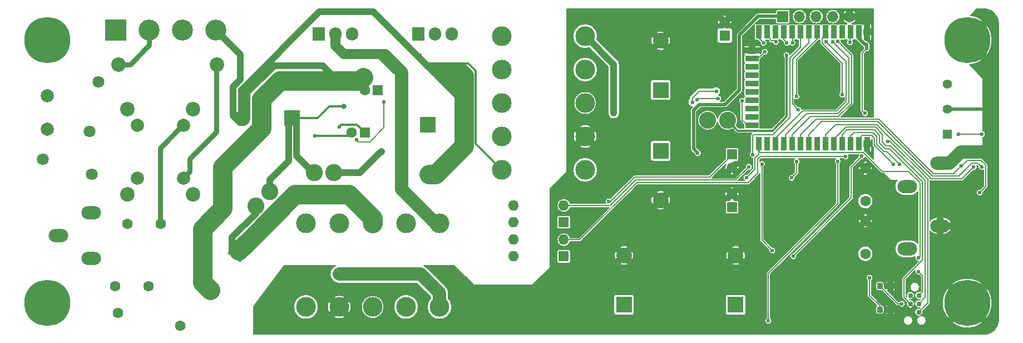
<source format=gbr>
G04 #@! TF.GenerationSoftware,KiCad,Pcbnew,5.1.4+dfsg1-1*
G04 #@! TF.CreationDate,2020-04-05T14:55:26+02:00*
G04 #@! TF.ProjectId,led-multiott,6c65642d-6d75-46c7-9469-6f74742e6b69,rev?*
G04 #@! TF.SameCoordinates,Original*
G04 #@! TF.FileFunction,Copper,L1,Top*
G04 #@! TF.FilePolarity,Positive*
%FSLAX46Y46*%
G04 Gerber Fmt 4.6, Leading zero omitted, Abs format (unit mm)*
G04 Created by KiCad (PCBNEW 5.1.4+dfsg1-1) date 2020-04-05 14:55:26*
%MOMM*%
%LPD*%
G04 APERTURE LIST*
%ADD10C,0.100000*%
%ADD11C,0.875000*%
%ADD12O,1.700000X1.700000*%
%ADD13R,1.700000X1.700000*%
%ADD14C,0.784860*%
%ADD15C,1.600000*%
%ADD16C,1.400000*%
%ADD17R,1.400000X1.400000*%
%ADD18C,2.400000*%
%ADD19C,0.800000*%
%ADD20C,7.000000*%
%ADD21R,1.600000X1.600000*%
%ADD22O,1.905000X2.000000*%
%ADD23R,1.905000X2.000000*%
%ADD24O,3.000000X2.000000*%
%ADD25C,2.600000*%
%ADD26C,2.200000*%
%ADD27O,1.600000X1.600000*%
%ADD28C,2.000000*%
%ADD29R,0.900000X2.000000*%
%ADD30R,2.000000X0.900000*%
%ADD31R,5.000000X5.000000*%
%ADD32C,1.800000*%
%ADD33C,3.000000*%
%ADD34R,2.400000X2.400000*%
%ADD35R,3.200000X3.200000*%
%ADD36C,3.200000*%
%ADD37C,0.600000*%
%ADD38C,0.500000*%
%ADD39C,0.200000*%
%ADD40C,0.300000*%
%ADD41C,1.000000*%
%ADD42C,3.000000*%
%ADD43C,2.000000*%
%ADD44C,0.800000*%
%ADD45C,1.500000*%
%ADD46C,0.150000*%
G04 APERTURE END LIST*
D10*
G36*
X231952691Y-91936052D02*
G01*
X231973926Y-91939202D01*
X231994750Y-91944418D01*
X232014962Y-91951650D01*
X232034368Y-91960829D01*
X232052781Y-91971865D01*
X232070024Y-91984653D01*
X232085930Y-91999069D01*
X232100346Y-92014975D01*
X232113134Y-92032218D01*
X232124170Y-92050631D01*
X232133349Y-92070037D01*
X232140581Y-92090249D01*
X232145797Y-92111073D01*
X232148947Y-92132308D01*
X232150000Y-92153749D01*
X232150000Y-92666249D01*
X232148947Y-92687690D01*
X232145797Y-92708925D01*
X232140581Y-92729749D01*
X232133349Y-92749961D01*
X232124170Y-92769367D01*
X232113134Y-92787780D01*
X232100346Y-92805023D01*
X232085930Y-92820929D01*
X232070024Y-92835345D01*
X232052781Y-92848133D01*
X232034368Y-92859169D01*
X232014962Y-92868348D01*
X231994750Y-92875580D01*
X231973926Y-92880796D01*
X231952691Y-92883946D01*
X231931250Y-92884999D01*
X231493750Y-92884999D01*
X231472309Y-92883946D01*
X231451074Y-92880796D01*
X231430250Y-92875580D01*
X231410038Y-92868348D01*
X231390632Y-92859169D01*
X231372219Y-92848133D01*
X231354976Y-92835345D01*
X231339070Y-92820929D01*
X231324654Y-92805023D01*
X231311866Y-92787780D01*
X231300830Y-92769367D01*
X231291651Y-92749961D01*
X231284419Y-92729749D01*
X231279203Y-92708925D01*
X231276053Y-92687690D01*
X231275000Y-92666249D01*
X231275000Y-92153749D01*
X231276053Y-92132308D01*
X231279203Y-92111073D01*
X231284419Y-92090249D01*
X231291651Y-92070037D01*
X231300830Y-92050631D01*
X231311866Y-92032218D01*
X231324654Y-92014975D01*
X231339070Y-91999069D01*
X231354976Y-91984653D01*
X231372219Y-91971865D01*
X231390632Y-91960829D01*
X231410038Y-91951650D01*
X231430250Y-91944418D01*
X231451074Y-91939202D01*
X231472309Y-91936052D01*
X231493750Y-91934999D01*
X231931250Y-91934999D01*
X231952691Y-91936052D01*
X231952691Y-91936052D01*
G37*
D11*
X231712500Y-92409999D03*
D10*
G36*
X233527691Y-91936052D02*
G01*
X233548926Y-91939202D01*
X233569750Y-91944418D01*
X233589962Y-91951650D01*
X233609368Y-91960829D01*
X233627781Y-91971865D01*
X233645024Y-91984653D01*
X233660930Y-91999069D01*
X233675346Y-92014975D01*
X233688134Y-92032218D01*
X233699170Y-92050631D01*
X233708349Y-92070037D01*
X233715581Y-92090249D01*
X233720797Y-92111073D01*
X233723947Y-92132308D01*
X233725000Y-92153749D01*
X233725000Y-92666249D01*
X233723947Y-92687690D01*
X233720797Y-92708925D01*
X233715581Y-92729749D01*
X233708349Y-92749961D01*
X233699170Y-92769367D01*
X233688134Y-92787780D01*
X233675346Y-92805023D01*
X233660930Y-92820929D01*
X233645024Y-92835345D01*
X233627781Y-92848133D01*
X233609368Y-92859169D01*
X233589962Y-92868348D01*
X233569750Y-92875580D01*
X233548926Y-92880796D01*
X233527691Y-92883946D01*
X233506250Y-92884999D01*
X233068750Y-92884999D01*
X233047309Y-92883946D01*
X233026074Y-92880796D01*
X233005250Y-92875580D01*
X232985038Y-92868348D01*
X232965632Y-92859169D01*
X232947219Y-92848133D01*
X232929976Y-92835345D01*
X232914070Y-92820929D01*
X232899654Y-92805023D01*
X232886866Y-92787780D01*
X232875830Y-92769367D01*
X232866651Y-92749961D01*
X232859419Y-92729749D01*
X232854203Y-92708925D01*
X232851053Y-92687690D01*
X232850000Y-92666249D01*
X232850000Y-92153749D01*
X232851053Y-92132308D01*
X232854203Y-92111073D01*
X232859419Y-92090249D01*
X232866651Y-92070037D01*
X232875830Y-92050631D01*
X232886866Y-92032218D01*
X232899654Y-92014975D01*
X232914070Y-91999069D01*
X232929976Y-91984653D01*
X232947219Y-91971865D01*
X232965632Y-91960829D01*
X232985038Y-91951650D01*
X233005250Y-91944418D01*
X233026074Y-91939202D01*
X233047309Y-91936052D01*
X233068750Y-91934999D01*
X233506250Y-91934999D01*
X233527691Y-91936052D01*
X233527691Y-91936052D01*
G37*
D11*
X233287500Y-92409999D03*
D10*
G36*
X231952691Y-95526053D02*
G01*
X231973926Y-95529203D01*
X231994750Y-95534419D01*
X232014962Y-95541651D01*
X232034368Y-95550830D01*
X232052781Y-95561866D01*
X232070024Y-95574654D01*
X232085930Y-95589070D01*
X232100346Y-95604976D01*
X232113134Y-95622219D01*
X232124170Y-95640632D01*
X232133349Y-95660038D01*
X232140581Y-95680250D01*
X232145797Y-95701074D01*
X232148947Y-95722309D01*
X232150000Y-95743750D01*
X232150000Y-96256250D01*
X232148947Y-96277691D01*
X232145797Y-96298926D01*
X232140581Y-96319750D01*
X232133349Y-96339962D01*
X232124170Y-96359368D01*
X232113134Y-96377781D01*
X232100346Y-96395024D01*
X232085930Y-96410930D01*
X232070024Y-96425346D01*
X232052781Y-96438134D01*
X232034368Y-96449170D01*
X232014962Y-96458349D01*
X231994750Y-96465581D01*
X231973926Y-96470797D01*
X231952691Y-96473947D01*
X231931250Y-96475000D01*
X231493750Y-96475000D01*
X231472309Y-96473947D01*
X231451074Y-96470797D01*
X231430250Y-96465581D01*
X231410038Y-96458349D01*
X231390632Y-96449170D01*
X231372219Y-96438134D01*
X231354976Y-96425346D01*
X231339070Y-96410930D01*
X231324654Y-96395024D01*
X231311866Y-96377781D01*
X231300830Y-96359368D01*
X231291651Y-96339962D01*
X231284419Y-96319750D01*
X231279203Y-96298926D01*
X231276053Y-96277691D01*
X231275000Y-96256250D01*
X231275000Y-95743750D01*
X231276053Y-95722309D01*
X231279203Y-95701074D01*
X231284419Y-95680250D01*
X231291651Y-95660038D01*
X231300830Y-95640632D01*
X231311866Y-95622219D01*
X231324654Y-95604976D01*
X231339070Y-95589070D01*
X231354976Y-95574654D01*
X231372219Y-95561866D01*
X231390632Y-95550830D01*
X231410038Y-95541651D01*
X231430250Y-95534419D01*
X231451074Y-95529203D01*
X231472309Y-95526053D01*
X231493750Y-95525000D01*
X231931250Y-95525000D01*
X231952691Y-95526053D01*
X231952691Y-95526053D01*
G37*
D11*
X231712500Y-96000000D03*
D10*
G36*
X233527691Y-95526053D02*
G01*
X233548926Y-95529203D01*
X233569750Y-95534419D01*
X233589962Y-95541651D01*
X233609368Y-95550830D01*
X233627781Y-95561866D01*
X233645024Y-95574654D01*
X233660930Y-95589070D01*
X233675346Y-95604976D01*
X233688134Y-95622219D01*
X233699170Y-95640632D01*
X233708349Y-95660038D01*
X233715581Y-95680250D01*
X233720797Y-95701074D01*
X233723947Y-95722309D01*
X233725000Y-95743750D01*
X233725000Y-96256250D01*
X233723947Y-96277691D01*
X233720797Y-96298926D01*
X233715581Y-96319750D01*
X233708349Y-96339962D01*
X233699170Y-96359368D01*
X233688134Y-96377781D01*
X233675346Y-96395024D01*
X233660930Y-96410930D01*
X233645024Y-96425346D01*
X233627781Y-96438134D01*
X233609368Y-96449170D01*
X233589962Y-96458349D01*
X233569750Y-96465581D01*
X233548926Y-96470797D01*
X233527691Y-96473947D01*
X233506250Y-96475000D01*
X233068750Y-96475000D01*
X233047309Y-96473947D01*
X233026074Y-96470797D01*
X233005250Y-96465581D01*
X232985038Y-96458349D01*
X232965632Y-96449170D01*
X232947219Y-96438134D01*
X232929976Y-96425346D01*
X232914070Y-96410930D01*
X232899654Y-96395024D01*
X232886866Y-96377781D01*
X232875830Y-96359368D01*
X232866651Y-96339962D01*
X232859419Y-96319750D01*
X232854203Y-96298926D01*
X232851053Y-96277691D01*
X232850000Y-96256250D01*
X232850000Y-95743750D01*
X232851053Y-95722309D01*
X232854203Y-95701074D01*
X232859419Y-95680250D01*
X232866651Y-95660038D01*
X232875830Y-95640632D01*
X232886866Y-95622219D01*
X232899654Y-95604976D01*
X232914070Y-95589070D01*
X232929976Y-95574654D01*
X232947219Y-95561866D01*
X232965632Y-95550830D01*
X232985038Y-95541651D01*
X233005250Y-95534419D01*
X233026074Y-95529203D01*
X233047309Y-95526053D01*
X233068750Y-95525000D01*
X233506250Y-95525000D01*
X233527691Y-95526053D01*
X233527691Y-95526053D01*
G37*
D11*
X233287500Y-96000000D03*
D12*
X227085000Y-51450000D03*
X224545000Y-51450000D03*
X222005000Y-51450000D03*
X219465000Y-51450000D03*
D13*
X216925000Y-51450000D03*
D14*
X237635000Y-96370000D03*
X236365000Y-96370000D03*
X237635000Y-95100000D03*
X236365000Y-95100000D03*
X237635000Y-93830000D03*
X236365000Y-93830000D03*
D15*
X115300000Y-92450000D03*
X117200000Y-82950000D03*
X115750000Y-96500000D03*
X125250000Y-98400000D03*
X120400000Y-92450000D03*
X122300000Y-82950000D03*
D16*
X241975000Y-61690000D03*
X241975000Y-65500000D03*
D17*
X241975000Y-69310000D03*
D18*
X129798177Y-93243640D03*
X134100000Y-87100000D03*
D10*
G36*
X133805309Y-85428726D02*
G01*
X135771274Y-86805309D01*
X134394691Y-88771274D01*
X132428726Y-87394691D01*
X133805309Y-85428726D01*
X133805309Y-85428726D01*
G37*
D19*
X246856155Y-53143845D03*
X245000000Y-52375000D03*
X243143845Y-53143845D03*
X242375000Y-55000000D03*
X243143845Y-56856155D03*
X245000000Y-57625000D03*
X246856155Y-56856155D03*
X247625000Y-55000000D03*
D20*
X245000000Y-55000000D03*
D19*
X246856155Y-93143845D03*
X245000000Y-92375000D03*
X243143845Y-93143845D03*
X242375000Y-95000000D03*
X243143845Y-96856155D03*
X245000000Y-97625000D03*
X246856155Y-96856155D03*
X247625000Y-95000000D03*
D20*
X245000000Y-95000000D03*
D19*
X106856155Y-93143845D03*
X105000000Y-92375000D03*
X103143845Y-93143845D03*
X102375000Y-95000000D03*
X103143845Y-96856155D03*
X105000000Y-97625000D03*
X106856155Y-96856155D03*
X107625000Y-95000000D03*
D20*
X105000000Y-95000000D03*
D19*
X106856155Y-53143845D03*
X105000000Y-52375000D03*
X103143845Y-53143845D03*
X102375000Y-55000000D03*
X103143845Y-56856155D03*
X105000000Y-57625000D03*
X106856155Y-56856155D03*
X107625000Y-55000000D03*
D20*
X105000000Y-55000000D03*
D15*
X151300000Y-69100000D03*
D21*
X153300000Y-69100000D03*
D22*
X166580000Y-54100000D03*
X164040000Y-54100000D03*
D23*
X161500000Y-54100000D03*
D22*
X151380000Y-54100000D03*
X148840000Y-54100000D03*
D23*
X146300000Y-54100000D03*
D24*
X235875000Y-86750000D03*
X240875000Y-83250000D03*
X235875000Y-77250000D03*
X240875000Y-73750000D03*
X111650000Y-81220000D03*
X106650000Y-84720000D03*
X111650000Y-88220000D03*
D25*
X205500000Y-67200000D03*
X208500000Y-67200000D03*
D15*
X209200000Y-78400000D03*
D21*
X209200000Y-80400000D03*
D15*
X209200000Y-74400000D03*
D21*
X209200000Y-72400000D03*
D15*
X208100000Y-52300000D03*
D21*
X208100000Y-54300000D03*
D26*
X130800000Y-58700000D03*
X115800000Y-58700000D03*
D15*
X229500000Y-82500000D03*
X229500000Y-87500000D03*
X229500000Y-74500000D03*
X229500000Y-79500000D03*
D27*
X175980000Y-87900000D03*
X183600000Y-85360000D03*
X175980000Y-85360000D03*
D21*
X183600000Y-87900000D03*
D27*
X175980000Y-82700000D03*
X183600000Y-80160000D03*
X175980000Y-80160000D03*
D21*
X183600000Y-82700000D03*
D28*
X104990000Y-68580000D03*
X105000000Y-63500000D03*
D29*
X229755000Y-70775000D03*
X228485000Y-70775000D03*
X227215000Y-70775000D03*
X225945000Y-70775000D03*
X224675000Y-70775000D03*
X223405000Y-70775000D03*
X222135000Y-70775000D03*
X220865000Y-70775000D03*
X219595000Y-70775000D03*
X218325000Y-70775000D03*
X217055000Y-70775000D03*
X215785000Y-70775000D03*
X214515000Y-70775000D03*
X213245000Y-70775000D03*
D30*
X212245000Y-67990000D03*
X212245000Y-66720000D03*
X212245000Y-65450000D03*
X212245000Y-64180000D03*
X212245000Y-62910000D03*
X212245000Y-61640000D03*
X212245000Y-60370000D03*
X212245000Y-59100000D03*
X212245000Y-57830000D03*
X212245000Y-56560000D03*
D29*
X213245000Y-53775000D03*
X214515000Y-53775000D03*
X215785000Y-53775000D03*
X217055000Y-53775000D03*
X218325000Y-53775000D03*
X219595000Y-53775000D03*
X220865000Y-53775000D03*
X222135000Y-53775000D03*
X223405000Y-53775000D03*
X224675000Y-53775000D03*
X225945000Y-53775000D03*
X227215000Y-53775000D03*
X228485000Y-53775000D03*
X229755000Y-53775000D03*
D31*
X222255000Y-61275000D03*
D32*
X112800000Y-61400000D03*
X111400000Y-68900000D03*
X104300000Y-73140000D03*
X111800000Y-75440000D03*
D25*
X138821320Y-78078680D03*
X136700000Y-80200000D03*
D26*
X117200000Y-65500000D03*
X127200000Y-65500000D03*
X127200000Y-78500000D03*
X117200000Y-78500000D03*
D28*
X118700000Y-68000000D03*
X125700000Y-68000000D03*
X125700000Y-76000000D03*
X118700000Y-76000000D03*
D25*
X145600000Y-75200000D03*
X148600000Y-75200000D03*
D33*
X164670000Y-95590000D03*
X154510000Y-95590000D03*
X159590000Y-95590000D03*
X149430000Y-95590000D03*
X144350000Y-95590000D03*
X144350000Y-82890000D03*
X149430000Y-82890000D03*
X164670000Y-82890000D03*
X159590000Y-82890000D03*
X154510000Y-82890000D03*
D18*
X209750000Y-87750000D03*
D34*
X209750000Y-95250000D03*
D18*
X192750000Y-87750000D03*
D34*
X192750000Y-95250000D03*
D15*
X153300000Y-62600000D03*
D21*
X155300000Y-62600000D03*
D18*
X198350000Y-79350000D03*
D34*
X198350000Y-71850000D03*
D18*
X198350000Y-55100000D03*
D34*
X198350000Y-62600000D03*
D33*
X186850000Y-54420000D03*
X186850000Y-64580000D03*
X186850000Y-59500000D03*
X186850000Y-69660000D03*
X186850000Y-74740000D03*
X174150000Y-74740000D03*
X174150000Y-69660000D03*
X174150000Y-54420000D03*
X174150000Y-59500000D03*
X174150000Y-64580000D03*
D35*
X115420000Y-53500000D03*
D36*
X120500000Y-53500000D03*
X125580000Y-53500000D03*
X130660000Y-53500000D03*
D18*
X162900000Y-75400000D03*
D34*
X162900000Y-67900000D03*
D18*
X134700000Y-66900000D03*
D34*
X142200000Y-66900000D03*
D37*
X229650000Y-55650000D03*
X204000000Y-72200000D03*
X229699994Y-56300000D03*
X229461979Y-66138021D03*
X190450000Y-79550000D03*
X217500000Y-57300000D03*
D19*
X150100000Y-65100000D03*
D37*
X152100000Y-60000000D03*
X153000000Y-59500000D03*
X153900000Y-60000000D03*
X151500000Y-60000000D03*
X152700000Y-60000000D03*
X153300000Y-60000000D03*
X166000000Y-60000000D03*
X166000000Y-59400000D03*
X167500000Y-58900000D03*
X164500000Y-58900000D03*
X166900000Y-58900000D03*
X166300000Y-58900000D03*
X165700000Y-58900000D03*
X165100000Y-58900000D03*
X161687900Y-57269246D03*
X145700000Y-69600000D03*
X237575725Y-88125745D03*
X237600000Y-90200000D03*
X211400000Y-75900000D03*
X227150000Y-55350000D03*
X232950000Y-70400000D03*
X210744998Y-64250000D03*
X214200000Y-56800000D03*
X214000000Y-55450000D03*
X215865000Y-55300000D03*
X219700000Y-64900000D03*
X211300000Y-70800000D03*
X216800000Y-63400000D03*
X204500000Y-60250000D03*
X203500000Y-60250000D03*
X204000000Y-61000000D03*
X203000000Y-61000000D03*
X205000000Y-61000000D03*
X205000000Y-59500000D03*
X204000000Y-59500000D03*
X203000000Y-59500000D03*
X220500000Y-63000000D03*
X224500000Y-63000000D03*
X223500000Y-63000000D03*
X222500000Y-63000000D03*
X224000000Y-62000000D03*
X221500000Y-63000000D03*
X223000000Y-62000000D03*
X222000000Y-62000000D03*
X221000000Y-62000000D03*
X224500000Y-61000000D03*
X223500000Y-61000000D03*
X222500000Y-61000000D03*
X221500000Y-61000000D03*
X220500000Y-61000000D03*
X221000000Y-60000000D03*
X222000000Y-60000000D03*
X223000000Y-60000000D03*
X224000000Y-60000000D03*
X224500000Y-59000000D03*
X223500000Y-59000000D03*
X222500000Y-59000000D03*
X221500000Y-59000000D03*
X215300000Y-56400000D03*
X216700000Y-56000000D03*
X215100000Y-61400000D03*
X215900000Y-60500000D03*
X222000000Y-56200000D03*
X229600000Y-58000000D03*
X230000000Y-63400000D03*
X228200000Y-61200000D03*
X212800000Y-55500000D03*
X207000000Y-68600000D03*
X207300000Y-70500000D03*
X204300000Y-68700000D03*
X202200000Y-71700000D03*
X197900000Y-75100000D03*
X200200000Y-67600000D03*
X202100000Y-67600000D03*
X200700000Y-63000000D03*
X197300000Y-58100000D03*
X200900000Y-55900000D03*
X207600000Y-58700000D03*
X206100000Y-55900000D03*
X191600000Y-56600000D03*
X192700000Y-63300000D03*
X191200000Y-72600000D03*
X194200000Y-70000000D03*
X196300000Y-69400000D03*
X194100000Y-72900000D03*
X194000000Y-83700000D03*
X191200000Y-77700000D03*
X185500000Y-78800000D03*
X187200000Y-82900000D03*
X185000000Y-84100000D03*
X191200000Y-81700000D03*
X185600000Y-89300000D03*
X174700000Y-93100000D03*
X185100000Y-93200000D03*
X196700000Y-92700000D03*
X208600000Y-91300000D03*
X212000000Y-87600000D03*
X215500000Y-88200000D03*
X216100000Y-92000000D03*
X212900000Y-97000000D03*
X218600000Y-99000000D03*
X223500000Y-97800000D03*
X229600000Y-95900000D03*
X227900000Y-92400000D03*
X234900000Y-89200000D03*
X234500000Y-93600000D03*
X234500000Y-97600000D03*
X240200000Y-90700000D03*
X241400000Y-86100000D03*
X240700000Y-79100000D03*
X240200000Y-77300000D03*
X244300000Y-78300000D03*
X246300000Y-79000000D03*
X248200000Y-78400000D03*
X248700000Y-64800000D03*
X236300000Y-79500000D03*
X232400000Y-79700000D03*
X236200000Y-83600000D03*
X236900000Y-85100000D03*
X227900000Y-86100000D03*
X222800000Y-86200000D03*
X228700000Y-77000000D03*
X231600000Y-75500000D03*
X215400000Y-81300000D03*
X217200000Y-76700000D03*
X220300000Y-83000000D03*
X215100000Y-74700000D03*
X211500000Y-77500000D03*
X211600000Y-79700000D03*
X215400000Y-83300000D03*
X212700000Y-83300000D03*
X226700000Y-77500000D03*
X226600000Y-74800000D03*
X222700000Y-74900000D03*
X226100000Y-73400000D03*
X228100000Y-72700000D03*
X230500000Y-72500000D03*
X149400000Y-68200000D03*
X152045509Y-70165014D03*
X156250034Y-64400000D03*
X191200000Y-65600000D03*
X191200000Y-66100000D03*
X149450000Y-90100000D03*
X148950000Y-90100000D03*
X149450000Y-91100000D03*
X148950000Y-91100000D03*
X148700000Y-90600000D03*
X149700000Y-90600000D03*
X149200000Y-90600000D03*
X215350000Y-87000000D03*
X213750000Y-73850000D03*
X212338949Y-72410573D03*
X214750000Y-97700000D03*
X225275000Y-73425000D03*
X219300000Y-65600000D03*
X207100000Y-63900000D03*
X203850000Y-64050000D03*
X203159192Y-64453470D03*
X206800000Y-62800000D03*
X211769619Y-74280381D03*
X226500000Y-72700000D03*
X234713235Y-73900000D03*
X219050000Y-73475000D03*
X218275979Y-75961959D03*
X219000021Y-63575000D03*
X233750735Y-73900000D03*
X218500000Y-87900000D03*
X225999980Y-63300000D03*
X228972168Y-72650000D03*
D19*
X155400000Y-72400000D03*
X155900000Y-71900000D03*
D37*
X243650000Y-69300000D03*
X247250000Y-69300000D03*
X218400000Y-55450000D03*
X217550000Y-55450000D03*
X244100000Y-74150000D03*
X246900000Y-78199996D03*
X245999988Y-74292635D03*
X247199990Y-74300000D03*
X225300000Y-55200000D03*
X224500000Y-55225022D03*
X223550000Y-55225012D03*
X230150000Y-91150000D03*
X235050000Y-95100000D03*
D38*
X229600000Y-55600000D02*
X229650000Y-55650000D01*
X213209998Y-51375000D02*
X216875000Y-51375000D01*
X210350000Y-62600000D02*
X210350000Y-54234998D01*
X210350000Y-54234998D02*
X213209998Y-51375000D01*
X203350000Y-71550000D02*
X203350000Y-65700000D01*
X204000000Y-72200000D02*
X203350000Y-71550000D01*
X216875000Y-51375000D02*
X216925000Y-51425000D01*
X203350000Y-65700000D02*
X204250000Y-64800000D01*
X204250000Y-64800000D02*
X208150000Y-64800000D01*
X208150000Y-64800000D02*
X210350000Y-62600000D01*
X229699994Y-55699994D02*
X229699994Y-55875736D01*
X229699994Y-55875736D02*
X229699994Y-56300000D01*
X229600000Y-55600000D02*
X229699994Y-55699994D01*
X229600000Y-55600000D02*
X229400000Y-55600000D01*
X228450000Y-54650000D02*
X228450000Y-54150000D01*
X229400000Y-55600000D02*
X228450000Y-54650000D01*
D39*
X229049999Y-56950001D02*
X229700000Y-56300000D01*
X229049999Y-65749999D02*
X229049999Y-56950001D01*
X229461979Y-66138021D02*
X229438021Y-66138021D01*
X229438021Y-66138021D02*
X229049999Y-65749999D01*
X205800000Y-75850000D02*
X208750000Y-72900000D01*
X194400000Y-75850000D02*
X205800000Y-75850000D01*
X190450000Y-79550000D02*
X190700000Y-79550000D01*
X208750000Y-72900000D02*
X208750000Y-72650000D01*
X190700000Y-79550000D02*
X194400000Y-75850000D01*
D40*
X210090001Y-68790001D02*
X210964999Y-68790001D01*
X208500000Y-67200000D02*
X210090001Y-68790001D01*
X213525001Y-68790001D02*
X213535000Y-68800000D01*
X210964999Y-68790001D02*
X213525001Y-68790001D01*
X213535000Y-68800000D02*
X215363590Y-68800000D01*
X215363590Y-68800000D02*
X217549990Y-66613600D01*
X217549990Y-66613600D02*
X217549990Y-57800000D01*
X217549990Y-57800000D02*
X217549990Y-57350010D01*
X217549990Y-57350010D02*
X217600000Y-57300000D01*
D41*
X115420000Y-53500000D02*
X115420000Y-53700000D01*
X142900000Y-72600000D02*
X145600000Y-75300000D01*
X142200000Y-66900000D02*
X142900000Y-67600000D01*
X142900000Y-67600000D02*
X142900000Y-72600000D01*
X141700000Y-67800000D02*
X142300000Y-67200000D01*
X141700000Y-73361523D02*
X141700000Y-67800000D01*
X138821320Y-78078680D02*
X138821320Y-76240203D01*
X138821320Y-76240203D02*
X141700000Y-73361523D01*
D40*
X146100000Y-66900000D02*
X142200000Y-66900000D01*
X150100000Y-65100000D02*
X147900000Y-65100000D01*
X147900000Y-65100000D02*
X146100000Y-66900000D01*
D42*
X164106602Y-75400000D02*
X168400000Y-71106602D01*
X163100000Y-75400000D02*
X164106602Y-75400000D01*
X165806602Y-59900000D02*
X165200000Y-59900000D01*
X168400000Y-71106602D02*
X168400000Y-61793398D01*
X168400000Y-62493398D02*
X165806602Y-59900000D01*
X165200000Y-59900000D02*
X166800000Y-59900000D01*
D43*
X166000000Y-59400000D02*
X166424264Y-59400000D01*
X166424264Y-59400000D02*
X168000000Y-59400000D01*
X168000000Y-59400000D02*
X168900000Y-60300000D01*
X168900000Y-60300000D02*
X168900000Y-62200000D01*
X166000000Y-59400000D02*
X165400000Y-59400000D01*
X165400000Y-59400000D02*
X164700000Y-60100000D01*
X164700000Y-60100000D02*
X168000000Y-63400000D01*
D42*
X137600000Y-64000000D02*
X140400000Y-61200000D01*
X137600000Y-68400000D02*
X137600000Y-64000000D01*
X131700000Y-74300000D02*
X137600000Y-68400000D01*
X152600000Y-61200000D02*
X153100000Y-60700000D01*
X140400000Y-61200000D02*
X152600000Y-61200000D01*
X131700000Y-80600000D02*
X131700000Y-74300000D01*
X128598178Y-91843641D02*
X128598178Y-85901822D01*
X129798177Y-93043640D02*
X128598178Y-91843641D01*
X128600000Y-83700000D02*
X131700000Y-80600000D01*
X128598178Y-85901822D02*
X128600000Y-85900000D01*
X128600000Y-85900000D02*
X128600000Y-83700000D01*
D41*
X146900000Y-58900000D02*
X148800000Y-60800000D01*
X139500000Y-58900000D02*
X146900000Y-58900000D01*
X134900000Y-67100000D02*
X135000000Y-67100000D01*
X134700000Y-66900000D02*
X134900000Y-67100000D01*
X135000000Y-67100000D02*
X135400000Y-66700000D01*
X135400000Y-63000000D02*
X139500000Y-58900000D01*
X135400000Y-66700000D02*
X135400000Y-63000000D01*
X133300000Y-66500000D02*
X134300000Y-67500000D01*
X133300000Y-62100000D02*
X133300000Y-66500000D01*
X134400000Y-61000000D02*
X133300000Y-62100000D01*
X130660000Y-53500000D02*
X134400000Y-57240000D01*
X134400000Y-57240000D02*
X134400000Y-61000000D01*
D40*
X174150000Y-74740000D02*
X170200000Y-70790000D01*
X170200000Y-70790000D02*
X170200000Y-59700000D01*
X170200000Y-59700000D02*
X169100000Y-58600000D01*
X169100000Y-58600000D02*
X166600000Y-58600000D01*
X145700000Y-69600000D02*
X150800000Y-69600000D01*
X150800000Y-69600000D02*
X151300000Y-69100000D01*
D41*
X164000000Y-60100000D02*
X164200000Y-60100000D01*
X134500000Y-66700000D02*
X134500000Y-62600000D01*
X154625010Y-50725010D02*
X164000000Y-60100000D01*
X134700000Y-66900000D02*
X134500000Y-66700000D01*
X134500000Y-62600000D02*
X146374990Y-50725010D01*
X146374990Y-50725010D02*
X154625010Y-50725010D01*
X162900000Y-58900000D02*
X162800000Y-59000000D01*
X167500000Y-58900000D02*
X162900000Y-58900000D01*
D39*
X237600000Y-90200000D02*
X238199980Y-90799980D01*
X238199980Y-90799980D02*
X238199980Y-93300020D01*
X238199980Y-93300020D02*
X237650000Y-93850000D01*
X213300000Y-72325000D02*
X213300000Y-71850000D01*
X211400000Y-75900000D02*
X212650000Y-74650000D01*
X212650000Y-74650000D02*
X212650000Y-72975000D01*
X212650000Y-72975000D02*
X213300000Y-72325000D01*
X237700000Y-88001470D02*
X237575725Y-88125745D01*
X213245000Y-71800000D02*
X213545000Y-72100000D01*
X213545000Y-72100000D02*
X229200000Y-72100000D01*
X213245000Y-70600000D02*
X213245000Y-71800000D01*
X229200000Y-72100000D02*
X232050000Y-74950000D01*
X232050000Y-74950000D02*
X236059302Y-74950000D01*
X236059302Y-74950000D02*
X237799969Y-76690667D01*
X237799969Y-76690667D02*
X237799969Y-87925031D01*
X237799969Y-87925031D02*
X237600000Y-88125000D01*
X227150000Y-55350000D02*
X227150000Y-53650000D01*
X238475000Y-75625000D02*
X239000000Y-76150000D01*
X239000000Y-95000000D02*
X237650000Y-96350000D01*
X239000000Y-76150000D02*
X239000000Y-95000000D01*
X233250000Y-70400000D02*
X232900000Y-70400000D01*
X238550000Y-75700000D02*
X233250000Y-70400000D01*
X211225000Y-67650000D02*
X211400000Y-67650000D01*
X210744998Y-64250000D02*
X210744998Y-67169998D01*
X210744998Y-67169998D02*
X211225000Y-67650000D01*
X213900001Y-57099999D02*
X214200000Y-56800000D01*
X213400000Y-57600000D02*
X213900001Y-57099999D01*
X212700000Y-57600000D02*
X213400000Y-57600000D01*
X214000000Y-55450000D02*
X213250000Y-54700000D01*
X213250000Y-54700000D02*
X213250000Y-53900000D01*
X215084999Y-54975001D02*
X215084999Y-54834999D01*
X215665000Y-55100000D02*
X215100000Y-55100000D01*
X215865000Y-55300000D02*
X215665000Y-55100000D01*
X215100000Y-55100000D02*
X215100000Y-54990002D01*
X215084999Y-54834999D02*
X214550000Y-54300000D01*
X215100000Y-54990002D02*
X215084999Y-54975001D01*
D38*
X241975000Y-65500000D02*
X249000000Y-65500000D01*
D43*
X240875000Y-73750000D02*
X240925000Y-73700000D01*
X240925000Y-73700000D02*
X242300000Y-73700000D01*
X244007386Y-71992614D02*
X244468895Y-71992614D01*
X242300000Y-73700000D02*
X244007386Y-71992614D01*
X244468895Y-71992614D02*
X247900000Y-71992614D01*
D38*
X220500000Y-59000000D02*
X220200000Y-58700000D01*
X220200000Y-58700000D02*
X219800000Y-58700000D01*
X219800000Y-58700000D02*
X219600000Y-58900000D01*
X219700022Y-63238999D02*
X219700022Y-63899978D01*
X219600000Y-58900000D02*
X219600000Y-63138977D01*
X219600000Y-63138977D02*
X219700022Y-63238999D01*
X219700022Y-63899978D02*
X219700044Y-63900000D01*
X219700044Y-63900000D02*
X224800000Y-63900000D01*
X224800000Y-63900000D02*
X224800000Y-58800000D01*
X224800000Y-58800000D02*
X224700000Y-58800000D01*
X224700000Y-58800000D02*
X224600000Y-58700000D01*
X224600000Y-58700000D02*
X220500000Y-58700000D01*
D40*
X152100001Y-67900001D02*
X149699999Y-67900001D01*
X149699999Y-67900001D02*
X149400000Y-68200000D01*
X152700000Y-68500000D02*
X152100001Y-67900001D01*
D39*
X152345508Y-70465013D02*
X154074989Y-70465013D01*
X156250034Y-68289968D02*
X156250034Y-64824264D01*
X152045509Y-70165014D02*
X152345508Y-70465013D01*
X154074989Y-70465013D02*
X156250034Y-68289968D01*
X156250034Y-64824264D02*
X156250034Y-64400000D01*
D41*
X191200000Y-65600000D02*
X191200000Y-65175736D01*
X191200000Y-65175736D02*
X191200000Y-58700000D01*
X191200000Y-58700000D02*
X187000000Y-54500000D01*
X191200000Y-65600000D02*
X191200000Y-66100000D01*
D43*
X164670000Y-93468680D02*
X161801320Y-90600000D01*
X164670000Y-95590000D02*
X164670000Y-93468680D01*
X161801320Y-90600000D02*
X149400000Y-90600000D01*
D39*
X215350000Y-87000000D02*
X213750000Y-85400000D01*
X213750000Y-85400000D02*
X213750000Y-74274264D01*
X213750000Y-74274264D02*
X213750000Y-73850000D01*
X212350000Y-72234301D02*
X212342150Y-72242151D01*
X212350000Y-72234301D02*
X212350000Y-72300000D01*
X212350000Y-72300000D02*
X212325000Y-72325000D01*
X212350000Y-69504998D02*
X212350000Y-72234301D01*
X219595000Y-56105000D02*
X218000000Y-57700000D01*
X219595000Y-53600000D02*
X219595000Y-56105000D01*
X218000000Y-57700000D02*
X218000000Y-66800000D01*
X218000000Y-66800000D02*
X215400000Y-69400000D01*
X212454998Y-69400000D02*
X212350000Y-69504998D01*
X215400000Y-69400000D02*
X212454998Y-69400000D01*
X225275000Y-79925000D02*
X225275000Y-73849264D01*
X225275000Y-73849264D02*
X225275000Y-73425000D01*
X214750000Y-90450000D02*
X225275000Y-79925000D01*
X214750000Y-97700000D02*
X214750000Y-90450000D01*
X219000001Y-65300001D02*
X219300000Y-65600000D01*
X220875000Y-53650000D02*
X220875000Y-55390700D01*
X218400011Y-57865689D02*
X218400011Y-64700011D01*
X218400011Y-64700011D02*
X219000001Y-65300001D01*
X220875000Y-55390700D02*
X218400011Y-57865689D01*
X207100000Y-63900000D02*
X204000000Y-63900000D01*
X204000000Y-63900000D02*
X203850000Y-64050000D01*
X204211998Y-62800000D02*
X206800000Y-62800000D01*
X203159192Y-64453470D02*
X203159192Y-63852806D01*
X203159192Y-63852806D02*
X204211998Y-62800000D01*
X211769619Y-74280381D02*
X211469620Y-74580380D01*
X211469620Y-74580380D02*
X209750000Y-76300000D01*
X209750000Y-76300000D02*
X194550000Y-76300000D01*
X194550000Y-76300000D02*
X190700000Y-80150000D01*
X190700000Y-80150000D02*
X183650000Y-80150000D01*
X183600000Y-85360000D02*
X186055698Y-85360000D01*
X213490700Y-72700000D02*
X226075736Y-72700000D01*
X194715688Y-76700010D02*
X211649990Y-76700010D01*
X211649990Y-76700010D02*
X213100000Y-75250000D01*
X213100000Y-75250000D02*
X213100000Y-73090700D01*
X213100000Y-73090700D02*
X213490700Y-72700000D01*
X186055698Y-85360000D02*
X194715688Y-76700010D01*
X226075736Y-72700000D02*
X226500000Y-72700000D01*
X234650000Y-73836765D02*
X234636765Y-73836765D01*
X234713235Y-73900000D02*
X234650000Y-73836765D01*
X234636765Y-73836765D02*
X233050000Y-72250000D01*
X227715011Y-69074989D02*
X228899310Y-69074989D01*
X227215000Y-70775000D02*
X227215000Y-69575000D01*
X227215000Y-69575000D02*
X227715011Y-69074989D01*
X228899310Y-69074989D02*
X230409291Y-69074989D01*
X230674989Y-69074989D02*
X231249990Y-69649990D01*
X230409291Y-69074989D02*
X230674989Y-69074989D01*
X231249990Y-70815689D02*
X231600000Y-71165699D01*
X231249990Y-69649990D02*
X231249990Y-70815689D01*
X232334300Y-71899998D02*
X232699998Y-71899998D01*
X231600000Y-71165699D02*
X232334300Y-71899998D01*
X232699998Y-71899998D02*
X233050000Y-72250000D01*
X219050000Y-73475000D02*
X219050000Y-75187938D01*
X219050000Y-75187938D02*
X218275979Y-75961959D01*
X222125000Y-54850000D02*
X219000021Y-57974979D01*
X222125000Y-54050000D02*
X222125000Y-54850000D01*
X219000021Y-57974979D02*
X219000021Y-63150736D01*
X219000021Y-63150736D02*
X219000021Y-63575000D01*
X232168611Y-72317876D02*
X233750735Y-73900000D01*
X231084302Y-71215699D02*
X232168611Y-72300008D01*
X230650000Y-69750000D02*
X230849980Y-69949980D01*
X230650000Y-69679998D02*
X230650000Y-69750000D01*
X229064999Y-69474999D02*
X230445001Y-69474999D01*
X228485000Y-70775000D02*
X228485000Y-70054998D01*
X230849980Y-69949980D02*
X230849980Y-70981378D01*
X232168611Y-72300008D02*
X232168611Y-72317876D01*
X230849980Y-70981378D02*
X231084302Y-71215699D01*
X228485000Y-70054998D02*
X229064999Y-69474999D01*
X230445001Y-69474999D02*
X230650000Y-69679998D01*
X227350000Y-74272168D02*
X228672169Y-72949999D01*
X227350000Y-79000000D02*
X227350000Y-74272168D01*
X218500000Y-87850000D02*
X227350000Y-79000000D01*
X228672169Y-72949999D02*
X228972168Y-72650000D01*
X225999980Y-58538996D02*
X222949998Y-55489014D01*
X225999980Y-63300000D02*
X225999980Y-58538996D01*
X222949998Y-55489014D02*
X222949999Y-54700001D01*
X222949999Y-54700001D02*
X223525000Y-54125000D01*
D41*
X148600000Y-75200000D02*
X152600000Y-75200000D01*
X152600000Y-75200000D02*
X155400000Y-72400000D01*
X155400000Y-72400000D02*
X155900000Y-71900000D01*
D44*
X130700000Y-58800000D02*
X130800000Y-58700000D01*
X126699999Y-73000001D02*
X130700000Y-69000000D01*
X130700000Y-69000000D02*
X130700000Y-58800000D01*
X125700000Y-76000000D02*
X126699999Y-75000001D01*
X126699999Y-75000001D02*
X126699999Y-73000001D01*
X120500000Y-55762741D02*
X117562741Y-58700000D01*
X120500000Y-53500000D02*
X120500000Y-55762741D01*
X117562741Y-58700000D02*
X115700000Y-58700000D01*
X122200000Y-71400000D02*
X125600000Y-68000000D01*
X122400000Y-83000000D02*
X122200000Y-82800000D01*
X122200000Y-82800000D02*
X122200000Y-71400000D01*
D42*
X150184001Y-78500001D02*
X142671555Y-78500001D01*
X142671555Y-78500001D02*
X135800000Y-85371556D01*
X135800000Y-85371556D02*
X134135778Y-87035778D01*
X150870000Y-78500000D02*
X149800000Y-78500000D01*
X154490000Y-82900000D02*
X154490000Y-82120000D01*
X154490000Y-82120000D02*
X150870000Y-78500000D01*
D41*
X133100000Y-85000000D02*
X133100000Y-87200000D01*
X136700000Y-80200000D02*
X136700000Y-81400000D01*
X136700000Y-81400000D02*
X133100000Y-85000000D01*
D45*
X148840000Y-54100000D02*
X148840000Y-55840000D01*
X148840000Y-55840000D02*
X149000000Y-56000000D01*
X156400000Y-57100000D02*
X156500000Y-57200000D01*
X148900000Y-55900000D02*
X150100000Y-57100000D01*
X155200000Y-57100000D02*
X155700000Y-57100000D01*
X155200000Y-57100000D02*
X156400000Y-57100000D01*
X150100000Y-57100000D02*
X155200000Y-57100000D01*
X155700000Y-57100000D02*
X156400000Y-57800000D01*
X156400000Y-57800000D02*
X158800000Y-60200000D01*
X158800000Y-60200000D02*
X158800000Y-60500000D01*
D43*
X164700000Y-82900000D02*
X164100000Y-82900000D01*
X158900000Y-77700000D02*
X158900000Y-59900000D01*
X164100000Y-82900000D02*
X158900000Y-77700000D01*
X158900000Y-59900000D02*
X156400000Y-57400000D01*
D39*
X243650000Y-69300000D02*
X247250000Y-69300000D01*
X218400000Y-55450000D02*
X218400000Y-53950000D01*
X217550000Y-55450000D02*
X217050000Y-54950000D01*
X217050000Y-54950000D02*
X217050000Y-53850000D01*
X219595000Y-69400000D02*
X221995000Y-67000000D01*
X231575000Y-67000000D02*
X239874980Y-75299980D01*
X239874980Y-75299980D02*
X242950020Y-75299980D01*
X242950020Y-75299980D02*
X244100000Y-74150000D01*
X219595000Y-70600000D02*
X219595000Y-69400000D01*
X221995000Y-67000000D02*
X231575000Y-67000000D01*
X247800000Y-77299996D02*
X247199999Y-77899997D01*
X247800000Y-74000000D02*
X247800000Y-77299996D01*
X245007376Y-73292624D02*
X247092624Y-73292624D01*
X244150000Y-74150000D02*
X245007376Y-73292624D01*
X247199999Y-77899997D02*
X246900000Y-78199996D01*
X247092624Y-73292624D02*
X247800000Y-74000000D01*
X224955022Y-67849978D02*
X231265678Y-67849978D01*
X223405000Y-70600000D02*
X223405000Y-69400000D01*
X245699989Y-74592634D02*
X245999988Y-74292635D01*
X239515701Y-76100001D02*
X244192622Y-76100001D01*
X231265678Y-67849978D02*
X239515701Y-76100001D01*
X223405000Y-69400000D02*
X224955022Y-67849978D01*
X244192622Y-76100001D02*
X245699989Y-74592634D01*
X239699990Y-75699990D02*
X243715264Y-75699990D01*
X243715264Y-75699990D02*
X245722620Y-73692634D01*
X222865000Y-67400000D02*
X231400000Y-67400000D01*
X220865000Y-70600000D02*
X220865000Y-69400000D01*
X245722620Y-73692634D02*
X246592624Y-73692634D01*
X220865000Y-69400000D02*
X222865000Y-67400000D01*
X246592624Y-73692634D02*
X246899991Y-74000001D01*
X246899991Y-74000001D02*
X247199990Y-74300000D01*
X231400000Y-67400000D02*
X239699990Y-75699990D01*
X238599990Y-76324990D02*
X238599990Y-94150010D01*
X232810680Y-71099978D02*
X233374978Y-71099978D01*
X233374978Y-71099978D02*
X238599990Y-76324990D01*
X238599990Y-94150010D02*
X237650000Y-95100000D01*
X226529311Y-68249989D02*
X231015689Y-68249989D01*
X231015689Y-68249989D02*
X232100000Y-69334300D01*
X232699979Y-71099979D02*
X232815689Y-71099979D01*
X232100000Y-69334300D02*
X232100000Y-70500000D01*
X232100000Y-70500000D02*
X232699979Y-71099979D01*
X232815689Y-71099979D02*
X232900000Y-71099979D01*
X224675000Y-70104300D02*
X226529311Y-68249989D01*
X224675000Y-70600000D02*
X224675000Y-70104300D01*
X233174989Y-71499989D02*
X238199979Y-76524979D01*
X235400000Y-94100000D02*
X236400000Y-95100000D01*
X232644991Y-71499989D02*
X233174989Y-71499989D01*
X238199979Y-88450021D02*
X235400000Y-91250000D01*
X235400000Y-91250000D02*
X235400000Y-94100000D01*
X238199979Y-76524979D02*
X238199979Y-88450021D01*
X232499990Y-71499990D02*
X232650000Y-71499990D01*
X231650000Y-70650000D02*
X232499990Y-71499990D01*
X231650000Y-69450000D02*
X231650000Y-70650000D01*
X225945000Y-69400000D02*
X226695000Y-68650000D01*
X230850000Y-68650000D02*
X231650000Y-69450000D01*
X225945000Y-70600000D02*
X225945000Y-69400000D01*
X226695000Y-68650000D02*
X230850000Y-68650000D01*
X227400000Y-64625000D02*
X227400000Y-57300000D01*
X225599999Y-55499999D02*
X225300000Y-55200000D01*
X218325000Y-70600000D02*
X218325000Y-69400000D01*
X221125000Y-66600000D02*
X225425000Y-66600000D01*
X227400000Y-57300000D02*
X225599999Y-55499999D01*
X225425000Y-66600000D02*
X227400000Y-64625000D01*
X218325000Y-69400000D02*
X221125000Y-66600000D01*
X220550008Y-66199992D02*
X225259294Y-66199992D01*
X225259294Y-66199992D02*
X225259302Y-66200000D01*
X226999990Y-64459312D02*
X226999990Y-57725012D01*
X226999990Y-57725012D02*
X224500000Y-55225022D01*
X225259302Y-66200000D02*
X226999990Y-64459312D01*
X217325000Y-70050000D02*
X217325000Y-69425000D01*
X217325000Y-69425000D02*
X220550008Y-66199992D01*
X225093622Y-65799982D02*
X226599980Y-64293624D01*
X223550000Y-55275028D02*
X223550000Y-55225012D01*
X226599980Y-64293624D02*
X226599980Y-58325008D01*
X215785000Y-69940000D02*
X215798012Y-69940000D01*
X215785000Y-70600000D02*
X215785000Y-69940000D01*
X215798012Y-69940000D02*
X219938030Y-65799982D01*
X219938030Y-65799982D02*
X225093622Y-65799982D01*
X226599980Y-58325008D02*
X223550000Y-55275028D01*
X231712500Y-95425000D02*
X230150000Y-93862500D01*
X231712500Y-96000000D02*
X231712500Y-95425000D01*
X230150000Y-93862500D02*
X230150000Y-91150000D01*
X231712500Y-92409999D02*
X234402501Y-95100000D01*
X234402501Y-95100000D02*
X235050000Y-95100000D01*
D46*
G36*
X230725000Y-66675000D02*
G01*
X225809618Y-66675000D01*
X227618524Y-64866095D01*
X227630921Y-64855921D01*
X227671535Y-64806434D01*
X227701713Y-64749974D01*
X227720297Y-64688711D01*
X227725000Y-64640961D01*
X227725000Y-64640953D01*
X227726571Y-64625000D01*
X227725000Y-64609047D01*
X227725000Y-57315953D01*
X227726571Y-57300000D01*
X227725000Y-57284047D01*
X227725000Y-57284039D01*
X227720297Y-57236289D01*
X227701713Y-57175026D01*
X227671535Y-57118566D01*
X227630921Y-57069079D01*
X227618523Y-57058904D01*
X225841104Y-55281486D01*
X225841095Y-55281475D01*
X225822732Y-55263112D01*
X225825000Y-55251708D01*
X225825000Y-55148292D01*
X225804824Y-55046863D01*
X225785864Y-55001088D01*
X226395000Y-55001088D01*
X226439108Y-54996744D01*
X226481520Y-54983878D01*
X226520608Y-54962985D01*
X226554868Y-54934868D01*
X226580000Y-54904245D01*
X226605132Y-54934868D01*
X226639392Y-54962985D01*
X226678480Y-54983878D01*
X226720892Y-54996744D01*
X226757217Y-55000321D01*
X226742206Y-55015332D01*
X226684751Y-55101319D01*
X226645176Y-55196863D01*
X226625000Y-55298292D01*
X226625000Y-55401708D01*
X226645176Y-55503137D01*
X226684751Y-55598681D01*
X226742206Y-55684668D01*
X226815332Y-55757794D01*
X226901319Y-55815249D01*
X226996863Y-55854824D01*
X227098292Y-55875000D01*
X227201708Y-55875000D01*
X227303137Y-55854824D01*
X227398681Y-55815249D01*
X227484668Y-55757794D01*
X227557794Y-55684668D01*
X227615249Y-55598681D01*
X227654824Y-55503137D01*
X227675000Y-55401708D01*
X227675000Y-55298292D01*
X227654824Y-55196863D01*
X227615249Y-55101319D01*
X227557794Y-55015332D01*
X227543550Y-55001088D01*
X227665000Y-55001088D01*
X227709108Y-54996744D01*
X227751520Y-54983878D01*
X227790608Y-54962985D01*
X227824868Y-54934868D01*
X227850000Y-54904245D01*
X227875132Y-54934868D01*
X227909392Y-54962985D01*
X227948480Y-54983878D01*
X227990892Y-54996744D01*
X228035000Y-55001088D01*
X228129055Y-55001088D01*
X228130634Y-55002384D01*
X229047625Y-55919377D01*
X229062499Y-55937501D01*
X229134827Y-55996859D01*
X229188602Y-56025602D01*
X229217345Y-56040966D01*
X229224994Y-56043286D01*
X229224994Y-56074860D01*
X229195170Y-56146863D01*
X229174994Y-56248292D01*
X229174994Y-56351708D01*
X229177264Y-56363118D01*
X228831477Y-56708905D01*
X228819079Y-56719080D01*
X228778465Y-56768567D01*
X228772392Y-56779929D01*
X228748286Y-56825028D01*
X228729702Y-56886290D01*
X228723428Y-56950001D01*
X228725000Y-56965964D01*
X228724999Y-65734046D01*
X228723428Y-65749999D01*
X228724999Y-65765952D01*
X228724999Y-65765959D01*
X228728350Y-65799982D01*
X228729702Y-65813710D01*
X228748286Y-65874972D01*
X228778464Y-65931432D01*
X228819078Y-65980920D01*
X228831482Y-65991100D01*
X228936979Y-66096597D01*
X228936979Y-66189729D01*
X228957155Y-66291158D01*
X228996730Y-66386702D01*
X229054185Y-66472689D01*
X229127311Y-66545815D01*
X229213298Y-66603270D01*
X229308842Y-66642845D01*
X229410271Y-66663021D01*
X229513687Y-66663021D01*
X229615116Y-66642845D01*
X229710660Y-66603270D01*
X229796647Y-66545815D01*
X229869773Y-66472689D01*
X229927228Y-66386702D01*
X229966803Y-66291158D01*
X229986979Y-66189729D01*
X229986979Y-66086313D01*
X229966803Y-65984884D01*
X229927228Y-65889340D01*
X229869773Y-65803353D01*
X229796647Y-65730227D01*
X229710660Y-65672772D01*
X229615116Y-65633197D01*
X229513687Y-65613021D01*
X229410271Y-65613021D01*
X229378883Y-65619265D01*
X229374999Y-65615381D01*
X229374999Y-57084619D01*
X229636886Y-56822732D01*
X229648286Y-56825000D01*
X229751702Y-56825000D01*
X229853131Y-56804824D01*
X229948675Y-56765249D01*
X230034662Y-56707794D01*
X230107788Y-56634668D01*
X230165243Y-56548681D01*
X230204818Y-56453137D01*
X230224994Y-56351708D01*
X230224994Y-56248292D01*
X230204818Y-56146863D01*
X230174994Y-56074860D01*
X230174994Y-55723326D01*
X230177292Y-55699994D01*
X230175000Y-55676723D01*
X230175000Y-55598292D01*
X230154824Y-55496863D01*
X230115249Y-55401319D01*
X230057794Y-55315332D01*
X229984668Y-55242206D01*
X229898681Y-55184751D01*
X229803137Y-55145176D01*
X229701708Y-55125000D01*
X229623332Y-55125000D01*
X229600000Y-55122702D01*
X229594951Y-55123199D01*
X229380000Y-54908249D01*
X229380000Y-54200000D01*
X230130000Y-54200000D01*
X230130000Y-54981250D01*
X230198750Y-55050000D01*
X230205000Y-55051331D01*
X230258910Y-55046021D01*
X230310747Y-55030297D01*
X230358521Y-55004761D01*
X230400396Y-54970396D01*
X230434761Y-54928521D01*
X230460297Y-54880747D01*
X230476021Y-54828910D01*
X230481331Y-54775000D01*
X230480000Y-54268750D01*
X230411250Y-54200000D01*
X230130000Y-54200000D01*
X229380000Y-54200000D01*
X229310000Y-54200000D01*
X229310000Y-53350000D01*
X229380000Y-53350000D01*
X229380000Y-52568750D01*
X230130000Y-52568750D01*
X230130000Y-53350000D01*
X230411250Y-53350000D01*
X230480000Y-53281250D01*
X230481331Y-52775000D01*
X230476021Y-52721090D01*
X230460297Y-52669253D01*
X230434761Y-52621479D01*
X230400396Y-52579604D01*
X230358521Y-52545239D01*
X230310747Y-52519703D01*
X230258910Y-52503979D01*
X230205000Y-52498669D01*
X230198750Y-52500000D01*
X230130000Y-52568750D01*
X229380000Y-52568750D01*
X229311250Y-52500000D01*
X229305000Y-52498669D01*
X229251090Y-52503979D01*
X229199253Y-52519703D01*
X229151479Y-52545239D01*
X229109604Y-52579604D01*
X229086251Y-52608060D01*
X229060608Y-52587015D01*
X229021520Y-52566122D01*
X228979108Y-52553256D01*
X228935000Y-52548912D01*
X228035000Y-52548912D01*
X227990892Y-52553256D01*
X227948480Y-52566122D01*
X227909392Y-52587015D01*
X227875132Y-52615132D01*
X227850000Y-52645755D01*
X227824868Y-52615132D01*
X227790608Y-52587015D01*
X227751520Y-52566122D01*
X227709108Y-52553256D01*
X227665000Y-52548912D01*
X227510002Y-52548912D01*
X227510002Y-52416974D01*
X227667715Y-52412324D01*
X227751096Y-52356636D01*
X227915173Y-52209266D01*
X228047347Y-52032718D01*
X228057906Y-51875000D01*
X227510000Y-51875000D01*
X227510000Y-51895000D01*
X226660000Y-51895000D01*
X226660000Y-51875000D01*
X226112094Y-51875000D01*
X226122653Y-52032718D01*
X226254827Y-52209266D01*
X226418904Y-52356636D01*
X226502285Y-52412324D01*
X226659998Y-52416974D01*
X226659998Y-52575000D01*
X226661870Y-52575000D01*
X226639392Y-52587015D01*
X226605132Y-52615132D01*
X226580000Y-52645755D01*
X226554868Y-52615132D01*
X226520608Y-52587015D01*
X226481520Y-52566122D01*
X226439108Y-52553256D01*
X226395000Y-52548912D01*
X225495000Y-52548912D01*
X225450892Y-52553256D01*
X225408480Y-52566122D01*
X225369392Y-52587015D01*
X225335132Y-52615132D01*
X225310000Y-52645755D01*
X225284868Y-52615132D01*
X225250608Y-52587015D01*
X225211520Y-52566122D01*
X225169108Y-52553256D01*
X225125000Y-52548912D01*
X224225000Y-52548912D01*
X224180892Y-52553256D01*
X224138480Y-52566122D01*
X224099392Y-52587015D01*
X224065132Y-52615132D01*
X224040000Y-52645755D01*
X224014868Y-52615132D01*
X223980608Y-52587015D01*
X223941520Y-52566122D01*
X223899108Y-52553256D01*
X223855000Y-52548912D01*
X222955000Y-52548912D01*
X222910892Y-52553256D01*
X222868480Y-52566122D01*
X222829392Y-52587015D01*
X222795132Y-52615132D01*
X222770000Y-52645755D01*
X222744868Y-52615132D01*
X222710608Y-52587015D01*
X222671520Y-52566122D01*
X222629108Y-52553256D01*
X222585000Y-52548912D01*
X221685000Y-52548912D01*
X221640892Y-52553256D01*
X221598480Y-52566122D01*
X221559392Y-52587015D01*
X221525132Y-52615132D01*
X221500000Y-52645755D01*
X221474868Y-52615132D01*
X221440608Y-52587015D01*
X221401520Y-52566122D01*
X221359108Y-52553256D01*
X221315000Y-52548912D01*
X220415000Y-52548912D01*
X220370892Y-52553256D01*
X220328480Y-52566122D01*
X220289392Y-52587015D01*
X220255132Y-52615132D01*
X220230000Y-52645755D01*
X220204868Y-52615132D01*
X220170608Y-52587015D01*
X220131520Y-52566122D01*
X220089108Y-52553256D01*
X220045000Y-52548912D01*
X219145000Y-52548912D01*
X219100892Y-52553256D01*
X219058480Y-52566122D01*
X219019392Y-52587015D01*
X218985132Y-52615132D01*
X218960000Y-52645755D01*
X218934868Y-52615132D01*
X218900608Y-52587015D01*
X218861520Y-52566122D01*
X218819108Y-52553256D01*
X218775000Y-52548912D01*
X217875000Y-52548912D01*
X217830892Y-52553256D01*
X217788480Y-52566122D01*
X217749392Y-52587015D01*
X217715132Y-52615132D01*
X217690000Y-52645755D01*
X217664868Y-52615132D01*
X217630608Y-52587015D01*
X217591520Y-52566122D01*
X217549108Y-52553256D01*
X217505000Y-52548912D01*
X216605000Y-52548912D01*
X216560892Y-52553256D01*
X216518480Y-52566122D01*
X216479392Y-52587015D01*
X216445132Y-52615132D01*
X216420000Y-52645755D01*
X216394868Y-52615132D01*
X216360608Y-52587015D01*
X216321520Y-52566122D01*
X216279108Y-52553256D01*
X216235000Y-52548912D01*
X215335000Y-52548912D01*
X215290892Y-52553256D01*
X215248480Y-52566122D01*
X215209392Y-52587015D01*
X215175132Y-52615132D01*
X215150000Y-52645755D01*
X215124868Y-52615132D01*
X215090608Y-52587015D01*
X215051520Y-52566122D01*
X215009108Y-52553256D01*
X214965000Y-52548912D01*
X214065000Y-52548912D01*
X214020892Y-52553256D01*
X213978480Y-52566122D01*
X213939392Y-52587015D01*
X213905132Y-52615132D01*
X213880000Y-52645755D01*
X213854868Y-52615132D01*
X213820608Y-52587015D01*
X213781520Y-52566122D01*
X213739108Y-52553256D01*
X213695000Y-52548912D01*
X212795000Y-52548912D01*
X212750892Y-52553256D01*
X212708480Y-52566122D01*
X212670126Y-52586623D01*
X213406749Y-51850000D01*
X215848912Y-51850000D01*
X215848912Y-52300000D01*
X215853256Y-52344108D01*
X215866122Y-52386520D01*
X215887015Y-52425608D01*
X215915132Y-52459868D01*
X215949392Y-52487985D01*
X215988480Y-52508878D01*
X216030892Y-52521744D01*
X216075000Y-52526088D01*
X217775000Y-52526088D01*
X217819108Y-52521744D01*
X217861520Y-52508878D01*
X217900608Y-52487985D01*
X217934868Y-52459868D01*
X217962985Y-52425608D01*
X217983878Y-52386520D01*
X217996744Y-52344108D01*
X218001088Y-52300000D01*
X218001088Y-51450000D01*
X218384799Y-51450000D01*
X218405555Y-51660737D01*
X218467024Y-51863375D01*
X218566846Y-52050128D01*
X218701183Y-52213817D01*
X218864872Y-52348154D01*
X219051625Y-52447976D01*
X219254263Y-52509445D01*
X219412194Y-52525000D01*
X219517806Y-52525000D01*
X219675737Y-52509445D01*
X219878375Y-52447976D01*
X220065128Y-52348154D01*
X220228817Y-52213817D01*
X220363154Y-52050128D01*
X220462976Y-51863375D01*
X220524445Y-51660737D01*
X220545201Y-51450000D01*
X220924799Y-51450000D01*
X220945555Y-51660737D01*
X221007024Y-51863375D01*
X221106846Y-52050128D01*
X221241183Y-52213817D01*
X221404872Y-52348154D01*
X221591625Y-52447976D01*
X221794263Y-52509445D01*
X221952194Y-52525000D01*
X222057806Y-52525000D01*
X222215737Y-52509445D01*
X222418375Y-52447976D01*
X222605128Y-52348154D01*
X222768817Y-52213817D01*
X222903154Y-52050128D01*
X223002976Y-51863375D01*
X223064445Y-51660737D01*
X223085201Y-51450000D01*
X223464799Y-51450000D01*
X223485555Y-51660737D01*
X223547024Y-51863375D01*
X223646846Y-52050128D01*
X223781183Y-52213817D01*
X223944872Y-52348154D01*
X224131625Y-52447976D01*
X224334263Y-52509445D01*
X224492194Y-52525000D01*
X224597806Y-52525000D01*
X224755737Y-52509445D01*
X224958375Y-52447976D01*
X225145128Y-52348154D01*
X225308817Y-52213817D01*
X225443154Y-52050128D01*
X225542976Y-51863375D01*
X225604445Y-51660737D01*
X225625201Y-51450000D01*
X225604445Y-51239263D01*
X225542976Y-51036625D01*
X225536763Y-51025000D01*
X226112094Y-51025000D01*
X226660000Y-51025000D01*
X227510000Y-51025000D01*
X228057906Y-51025000D01*
X228047347Y-50867282D01*
X227915173Y-50690734D01*
X227751096Y-50543364D01*
X227667715Y-50487676D01*
X227510000Y-50483026D01*
X227510000Y-51025000D01*
X226660000Y-51025000D01*
X226660000Y-50483026D01*
X226502285Y-50487676D01*
X226418904Y-50543364D01*
X226254827Y-50690734D01*
X226122653Y-50867282D01*
X226112094Y-51025000D01*
X225536763Y-51025000D01*
X225443154Y-50849872D01*
X225308817Y-50686183D01*
X225145128Y-50551846D01*
X224958375Y-50452024D01*
X224755737Y-50390555D01*
X224597806Y-50375000D01*
X224492194Y-50375000D01*
X224334263Y-50390555D01*
X224131625Y-50452024D01*
X223944872Y-50551846D01*
X223781183Y-50686183D01*
X223646846Y-50849872D01*
X223547024Y-51036625D01*
X223485555Y-51239263D01*
X223464799Y-51450000D01*
X223085201Y-51450000D01*
X223064445Y-51239263D01*
X223002976Y-51036625D01*
X222903154Y-50849872D01*
X222768817Y-50686183D01*
X222605128Y-50551846D01*
X222418375Y-50452024D01*
X222215737Y-50390555D01*
X222057806Y-50375000D01*
X221952194Y-50375000D01*
X221794263Y-50390555D01*
X221591625Y-50452024D01*
X221404872Y-50551846D01*
X221241183Y-50686183D01*
X221106846Y-50849872D01*
X221007024Y-51036625D01*
X220945555Y-51239263D01*
X220924799Y-51450000D01*
X220545201Y-51450000D01*
X220524445Y-51239263D01*
X220462976Y-51036625D01*
X220363154Y-50849872D01*
X220228817Y-50686183D01*
X220065128Y-50551846D01*
X219878375Y-50452024D01*
X219675737Y-50390555D01*
X219517806Y-50375000D01*
X219412194Y-50375000D01*
X219254263Y-50390555D01*
X219051625Y-50452024D01*
X218864872Y-50551846D01*
X218701183Y-50686183D01*
X218566846Y-50849872D01*
X218467024Y-51036625D01*
X218405555Y-51239263D01*
X218384799Y-51450000D01*
X218001088Y-51450000D01*
X218001088Y-50600000D01*
X217996744Y-50555892D01*
X217983878Y-50513480D01*
X217962985Y-50474392D01*
X217934868Y-50440132D01*
X217900608Y-50412015D01*
X217861520Y-50391122D01*
X217819108Y-50378256D01*
X217775000Y-50373912D01*
X216075000Y-50373912D01*
X216030892Y-50378256D01*
X215988480Y-50391122D01*
X215949392Y-50412015D01*
X215915132Y-50440132D01*
X215887015Y-50474392D01*
X215866122Y-50513480D01*
X215853256Y-50555892D01*
X215848912Y-50600000D01*
X215848912Y-50900000D01*
X213233330Y-50900000D01*
X213209998Y-50897702D01*
X213116881Y-50906873D01*
X213089720Y-50915112D01*
X213027344Y-50934034D01*
X212944825Y-50978141D01*
X212872497Y-51037499D01*
X212857619Y-51055628D01*
X210030629Y-53882619D01*
X210012500Y-53897497D01*
X209953142Y-53969825D01*
X209939869Y-53994658D01*
X209909035Y-54052344D01*
X209881873Y-54141882D01*
X209872702Y-54234998D01*
X209875001Y-54258340D01*
X209875000Y-62403248D01*
X207953250Y-64325000D01*
X207408918Y-64325000D01*
X207434668Y-64307794D01*
X207507794Y-64234668D01*
X207565249Y-64148681D01*
X207604824Y-64053137D01*
X207625000Y-63951708D01*
X207625000Y-63848292D01*
X207604824Y-63746863D01*
X207565249Y-63651319D01*
X207507794Y-63565332D01*
X207434668Y-63492206D01*
X207348681Y-63434751D01*
X207253137Y-63395176D01*
X207153797Y-63375416D01*
X207230287Y-63324307D01*
X207324307Y-63230287D01*
X207398177Y-63119732D01*
X207449060Y-62996890D01*
X207475000Y-62866482D01*
X207475000Y-62733518D01*
X207449060Y-62603110D01*
X207398177Y-62480268D01*
X207324307Y-62369713D01*
X207230287Y-62275693D01*
X207119732Y-62201823D01*
X206996890Y-62150940D01*
X206866482Y-62125000D01*
X206733518Y-62125000D01*
X206603110Y-62150940D01*
X206480268Y-62201823D01*
X206369713Y-62275693D01*
X206320406Y-62325000D01*
X204235330Y-62325000D01*
X204211998Y-62322702D01*
X204188666Y-62325000D01*
X204118882Y-62331873D01*
X204029344Y-62359034D01*
X203946825Y-62403141D01*
X203874497Y-62462499D01*
X203859623Y-62480623D01*
X202839821Y-63500427D01*
X202821692Y-63515305D01*
X202762334Y-63587633D01*
X202728293Y-63651319D01*
X202718227Y-63670152D01*
X202691065Y-63759690D01*
X202681894Y-63852806D01*
X202684193Y-63876148D01*
X202684193Y-63973875D01*
X202634885Y-64023183D01*
X202561015Y-64133738D01*
X202510132Y-64256580D01*
X202484192Y-64386988D01*
X202484192Y-64519952D01*
X202510132Y-64650360D01*
X202561015Y-64773202D01*
X202634885Y-64883757D01*
X202728905Y-64977777D01*
X202839460Y-65051647D01*
X202962302Y-65102530D01*
X203092710Y-65128470D01*
X203225674Y-65128470D01*
X203255765Y-65122484D01*
X203030629Y-65347621D01*
X203012500Y-65362499D01*
X202953142Y-65434827D01*
X202929817Y-65478465D01*
X202909035Y-65517346D01*
X202881873Y-65606884D01*
X202872702Y-65700000D01*
X202875001Y-65723342D01*
X202875000Y-71526668D01*
X202872702Y-71550000D01*
X202875000Y-71573331D01*
X202881873Y-71643115D01*
X202909034Y-71732653D01*
X202953141Y-71815173D01*
X203012499Y-71887501D01*
X203030633Y-71902384D01*
X203504927Y-72376679D01*
X203534751Y-72448681D01*
X203592206Y-72534668D01*
X203665332Y-72607794D01*
X203751319Y-72665249D01*
X203846863Y-72704824D01*
X203948292Y-72725000D01*
X204051708Y-72725000D01*
X204153137Y-72704824D01*
X204248681Y-72665249D01*
X204334668Y-72607794D01*
X204407794Y-72534668D01*
X204465249Y-72448681D01*
X204504824Y-72353137D01*
X204525000Y-72251708D01*
X204525000Y-72148292D01*
X204504824Y-72046863D01*
X204465249Y-71951319D01*
X204407794Y-71865332D01*
X204334668Y-71792206D01*
X204248681Y-71734751D01*
X204176679Y-71704927D01*
X203825000Y-71353250D01*
X203825000Y-65896750D01*
X204446751Y-65275000D01*
X208126668Y-65275000D01*
X208150000Y-65277298D01*
X208173332Y-65275000D01*
X208243116Y-65268127D01*
X208332654Y-65240966D01*
X208415173Y-65196859D01*
X208487501Y-65137501D01*
X208502384Y-65119366D01*
X210669377Y-62952375D01*
X210687501Y-62937501D01*
X210746859Y-62865173D01*
X210780945Y-62801403D01*
X210790966Y-62782655D01*
X210818127Y-62693116D01*
X210827298Y-62600000D01*
X210825000Y-62576668D01*
X210825000Y-56110000D01*
X210968669Y-56110000D01*
X210970000Y-56116250D01*
X211038750Y-56185000D01*
X211820000Y-56185000D01*
X211820000Y-55903750D01*
X212670000Y-55903750D01*
X212670000Y-56185000D01*
X213451250Y-56185000D01*
X213520000Y-56116250D01*
X213521331Y-56110000D01*
X213516021Y-56056090D01*
X213500297Y-56004253D01*
X213474761Y-55956479D01*
X213440396Y-55914604D01*
X213398521Y-55880239D01*
X213350747Y-55854703D01*
X213298910Y-55838979D01*
X213245000Y-55833669D01*
X212738750Y-55835000D01*
X212670000Y-55903750D01*
X211820000Y-55903750D01*
X211751250Y-55835000D01*
X211245000Y-55833669D01*
X211191090Y-55838979D01*
X211139253Y-55854703D01*
X211091479Y-55880239D01*
X211049604Y-55914604D01*
X211015239Y-55956479D01*
X210989703Y-56004253D01*
X210973979Y-56056090D01*
X210968669Y-56110000D01*
X210825000Y-56110000D01*
X210825000Y-54431748D01*
X212606623Y-52650126D01*
X212586122Y-52688480D01*
X212573256Y-52730892D01*
X212568912Y-52775000D01*
X212568912Y-54775000D01*
X212573256Y-54819108D01*
X212586122Y-54861520D01*
X212607015Y-54900608D01*
X212635132Y-54934868D01*
X212669392Y-54962985D01*
X212708480Y-54983878D01*
X212750892Y-54996744D01*
X212795000Y-55001088D01*
X213091470Y-55001088D01*
X213477269Y-55386887D01*
X213475000Y-55398292D01*
X213475000Y-55501708D01*
X213495176Y-55603137D01*
X213534751Y-55698681D01*
X213592206Y-55784668D01*
X213665332Y-55857794D01*
X213751319Y-55915249D01*
X213846863Y-55954824D01*
X213948292Y-55975000D01*
X214051708Y-55975000D01*
X214153137Y-55954824D01*
X214248681Y-55915249D01*
X214334668Y-55857794D01*
X214407794Y-55784668D01*
X214465249Y-55698681D01*
X214504824Y-55603137D01*
X214525000Y-55501708D01*
X214525000Y-55398292D01*
X214504824Y-55296863D01*
X214465249Y-55201319D01*
X214407794Y-55115332D01*
X214334668Y-55042206D01*
X214273131Y-55001088D01*
X214760996Y-55001088D01*
X214763873Y-55030297D01*
X214764702Y-55038712D01*
X214772956Y-55065920D01*
X214775000Y-55072659D01*
X214775000Y-55084039D01*
X214773428Y-55100000D01*
X214779703Y-55163711D01*
X214798287Y-55224974D01*
X214828465Y-55281434D01*
X214864241Y-55325026D01*
X214869079Y-55330921D01*
X214918566Y-55371535D01*
X214975026Y-55401713D01*
X215036289Y-55420297D01*
X215100000Y-55426572D01*
X215115960Y-55425000D01*
X215354579Y-55425000D01*
X215360176Y-55453137D01*
X215399751Y-55548681D01*
X215457206Y-55634668D01*
X215530332Y-55707794D01*
X215616319Y-55765249D01*
X215711863Y-55804824D01*
X215813292Y-55825000D01*
X215916708Y-55825000D01*
X216018137Y-55804824D01*
X216113681Y-55765249D01*
X216199668Y-55707794D01*
X216272794Y-55634668D01*
X216330249Y-55548681D01*
X216369824Y-55453137D01*
X216390000Y-55351708D01*
X216390000Y-55248292D01*
X216369824Y-55146863D01*
X216330249Y-55051319D01*
X216291310Y-54993043D01*
X216321520Y-54983878D01*
X216360608Y-54962985D01*
X216394868Y-54934868D01*
X216420000Y-54904245D01*
X216445132Y-54934868D01*
X216479392Y-54962985D01*
X216518480Y-54983878D01*
X216560892Y-54996744D01*
X216605000Y-55001088D01*
X216728460Y-55001088D01*
X216728697Y-55003494D01*
X216729703Y-55013711D01*
X216745541Y-55065920D01*
X216748287Y-55074973D01*
X216778465Y-55131433D01*
X216819079Y-55180921D01*
X216831483Y-55191101D01*
X217027269Y-55386887D01*
X217025000Y-55398292D01*
X217025000Y-55501708D01*
X217045176Y-55603137D01*
X217084751Y-55698681D01*
X217142206Y-55784668D01*
X217215332Y-55857794D01*
X217301319Y-55915249D01*
X217396863Y-55954824D01*
X217498292Y-55975000D01*
X217601708Y-55975000D01*
X217703137Y-55954824D01*
X217798681Y-55915249D01*
X217884668Y-55857794D01*
X217957794Y-55784668D01*
X217975000Y-55758918D01*
X217992206Y-55784668D01*
X218065332Y-55857794D01*
X218151319Y-55915249D01*
X218246863Y-55954824D01*
X218348292Y-55975000D01*
X218451708Y-55975000D01*
X218553137Y-55954824D01*
X218648681Y-55915249D01*
X218734668Y-55857794D01*
X218807794Y-55784668D01*
X218865249Y-55698681D01*
X218904824Y-55603137D01*
X218925000Y-55501708D01*
X218925000Y-55398292D01*
X218904824Y-55296863D01*
X218865249Y-55201319D01*
X218807794Y-55115332D01*
X218734668Y-55042206D01*
X218725000Y-55035746D01*
X218725000Y-55001088D01*
X218775000Y-55001088D01*
X218819108Y-54996744D01*
X218861520Y-54983878D01*
X218900608Y-54962985D01*
X218934868Y-54934868D01*
X218960000Y-54904245D01*
X218985132Y-54934868D01*
X219019392Y-54962985D01*
X219058480Y-54983878D01*
X219100892Y-54996744D01*
X219145000Y-55001088D01*
X219270001Y-55001088D01*
X219270001Y-55970379D01*
X218019540Y-57220842D01*
X218004824Y-57146863D01*
X217965249Y-57051319D01*
X217907794Y-56965332D01*
X217834668Y-56892206D01*
X217748681Y-56834751D01*
X217653137Y-56795176D01*
X217551708Y-56775000D01*
X217448292Y-56775000D01*
X217346863Y-56795176D01*
X217251319Y-56834751D01*
X217165332Y-56892206D01*
X217092206Y-56965332D01*
X217034751Y-57051319D01*
X216995176Y-57146863D01*
X216975000Y-57248292D01*
X216975000Y-57351708D01*
X216995176Y-57453137D01*
X217034751Y-57548681D01*
X217092206Y-57634668D01*
X217165332Y-57707794D01*
X217174990Y-57714247D01*
X217174990Y-57818418D01*
X217174991Y-57818428D01*
X217174990Y-66458270D01*
X215208261Y-68425000D01*
X213613589Y-68425000D01*
X213598514Y-68420427D01*
X213543420Y-68415001D01*
X213543417Y-68415001D01*
X213525001Y-68413187D01*
X213506585Y-68415001D01*
X213471088Y-68415001D01*
X213471088Y-67540000D01*
X213466744Y-67495892D01*
X213453878Y-67453480D01*
X213432985Y-67414392D01*
X213404868Y-67380132D01*
X213374245Y-67355000D01*
X213404868Y-67329868D01*
X213432985Y-67295608D01*
X213453878Y-67256520D01*
X213466744Y-67214108D01*
X213471088Y-67170000D01*
X213471088Y-66270000D01*
X213466744Y-66225892D01*
X213453878Y-66183480D01*
X213432985Y-66144392D01*
X213404868Y-66110132D01*
X213374245Y-66085000D01*
X213404868Y-66059868D01*
X213432985Y-66025608D01*
X213453878Y-65986520D01*
X213466744Y-65944108D01*
X213471088Y-65900000D01*
X213471088Y-65000000D01*
X213466744Y-64955892D01*
X213453878Y-64913480D01*
X213432985Y-64874392D01*
X213404868Y-64840132D01*
X213374245Y-64815000D01*
X213404868Y-64789868D01*
X213432985Y-64755608D01*
X213453878Y-64716520D01*
X213466744Y-64674108D01*
X213471088Y-64630000D01*
X213471088Y-63730000D01*
X213466744Y-63685892D01*
X213453878Y-63643480D01*
X213432985Y-63604392D01*
X213404868Y-63570132D01*
X213374245Y-63545000D01*
X213404868Y-63519868D01*
X213432985Y-63485608D01*
X213453878Y-63446520D01*
X213466744Y-63404108D01*
X213471088Y-63360000D01*
X213471088Y-62460000D01*
X213466744Y-62415892D01*
X213453878Y-62373480D01*
X213432985Y-62334392D01*
X213404868Y-62300132D01*
X213374245Y-62275000D01*
X213404868Y-62249868D01*
X213432985Y-62215608D01*
X213453878Y-62176520D01*
X213466744Y-62134108D01*
X213471088Y-62090000D01*
X213471088Y-61190000D01*
X213466744Y-61145892D01*
X213453878Y-61103480D01*
X213432985Y-61064392D01*
X213404868Y-61030132D01*
X213374245Y-61005000D01*
X213404868Y-60979868D01*
X213432985Y-60945608D01*
X213453878Y-60906520D01*
X213466744Y-60864108D01*
X213471088Y-60820000D01*
X213471088Y-59920000D01*
X213466744Y-59875892D01*
X213453878Y-59833480D01*
X213432985Y-59794392D01*
X213404868Y-59760132D01*
X213374245Y-59735000D01*
X213404868Y-59709868D01*
X213432985Y-59675608D01*
X213453878Y-59636520D01*
X213466744Y-59594108D01*
X213471088Y-59550000D01*
X213471088Y-58650000D01*
X213466744Y-58605892D01*
X213453878Y-58563480D01*
X213432985Y-58524392D01*
X213404868Y-58490132D01*
X213374245Y-58465000D01*
X213404868Y-58439868D01*
X213432985Y-58405608D01*
X213453878Y-58366520D01*
X213466744Y-58324108D01*
X213471088Y-58280000D01*
X213471088Y-57918059D01*
X213524974Y-57901713D01*
X213581434Y-57871535D01*
X213630921Y-57830921D01*
X213641101Y-57818517D01*
X214136888Y-57322731D01*
X214148292Y-57325000D01*
X214251708Y-57325000D01*
X214353137Y-57304824D01*
X214448681Y-57265249D01*
X214534668Y-57207794D01*
X214607794Y-57134668D01*
X214665249Y-57048681D01*
X214704824Y-56953137D01*
X214725000Y-56851708D01*
X214725000Y-56748292D01*
X214704824Y-56646863D01*
X214665249Y-56551319D01*
X214607794Y-56465332D01*
X214534668Y-56392206D01*
X214448681Y-56334751D01*
X214353137Y-56295176D01*
X214251708Y-56275000D01*
X214148292Y-56275000D01*
X214046863Y-56295176D01*
X213951319Y-56334751D01*
X213865332Y-56392206D01*
X213792206Y-56465332D01*
X213734751Y-56551319D01*
X213695176Y-56646863D01*
X213675000Y-56748292D01*
X213675000Y-56851708D01*
X213677269Y-56863112D01*
X213520342Y-57020039D01*
X213521331Y-57010000D01*
X213520000Y-57003750D01*
X213451250Y-56935000D01*
X212670000Y-56935000D01*
X212670000Y-57005000D01*
X211820000Y-57005000D01*
X211820000Y-56935000D01*
X211038750Y-56935000D01*
X210970000Y-57003750D01*
X210968669Y-57010000D01*
X210973979Y-57063910D01*
X210989703Y-57115747D01*
X211015239Y-57163521D01*
X211049604Y-57205396D01*
X211078060Y-57228749D01*
X211057015Y-57254392D01*
X211036122Y-57293480D01*
X211023256Y-57335892D01*
X211018912Y-57380000D01*
X211018912Y-58280000D01*
X211023256Y-58324108D01*
X211036122Y-58366520D01*
X211057015Y-58405608D01*
X211085132Y-58439868D01*
X211115755Y-58465000D01*
X211085132Y-58490132D01*
X211057015Y-58524392D01*
X211036122Y-58563480D01*
X211023256Y-58605892D01*
X211018912Y-58650000D01*
X211018912Y-59550000D01*
X211023256Y-59594108D01*
X211036122Y-59636520D01*
X211057015Y-59675608D01*
X211085132Y-59709868D01*
X211115755Y-59735000D01*
X211085132Y-59760132D01*
X211057015Y-59794392D01*
X211036122Y-59833480D01*
X211023256Y-59875892D01*
X211018912Y-59920000D01*
X211018912Y-60820000D01*
X211023256Y-60864108D01*
X211036122Y-60906520D01*
X211057015Y-60945608D01*
X211085132Y-60979868D01*
X211115755Y-61005000D01*
X211085132Y-61030132D01*
X211057015Y-61064392D01*
X211036122Y-61103480D01*
X211023256Y-61145892D01*
X211018912Y-61190000D01*
X211018912Y-62090000D01*
X211023256Y-62134108D01*
X211036122Y-62176520D01*
X211057015Y-62215608D01*
X211085132Y-62249868D01*
X211115755Y-62275000D01*
X211085132Y-62300132D01*
X211057015Y-62334392D01*
X211036122Y-62373480D01*
X211023256Y-62415892D01*
X211018912Y-62460000D01*
X211018912Y-63360000D01*
X211023256Y-63404108D01*
X211036122Y-63446520D01*
X211057015Y-63485608D01*
X211085132Y-63519868D01*
X211115755Y-63545000D01*
X211085132Y-63570132D01*
X211057015Y-63604392D01*
X211036122Y-63643480D01*
X211023256Y-63685892D01*
X211018912Y-63730000D01*
X211018912Y-63801611D01*
X210993679Y-63784751D01*
X210898135Y-63745176D01*
X210796706Y-63725000D01*
X210693290Y-63725000D01*
X210591861Y-63745176D01*
X210496317Y-63784751D01*
X210410330Y-63842206D01*
X210337204Y-63915332D01*
X210279749Y-64001319D01*
X210240174Y-64096863D01*
X210219998Y-64198292D01*
X210219998Y-64301708D01*
X210240174Y-64403137D01*
X210279749Y-64498681D01*
X210337204Y-64584668D01*
X210410330Y-64657794D01*
X210419998Y-64664254D01*
X210419999Y-67154035D01*
X210418427Y-67169998D01*
X210424701Y-67233709D01*
X210443285Y-67294971D01*
X210453409Y-67313912D01*
X210473464Y-67351432D01*
X210514078Y-67400919D01*
X210526476Y-67411094D01*
X210983904Y-67868523D01*
X210994079Y-67880921D01*
X211018912Y-67901301D01*
X211018912Y-68415001D01*
X210245331Y-68415001D01*
X209811884Y-67981555D01*
X209851438Y-67922358D01*
X209966395Y-67644826D01*
X210025000Y-67350199D01*
X210025000Y-67049801D01*
X209966395Y-66755174D01*
X209851438Y-66477642D01*
X209684545Y-66227869D01*
X209472131Y-66015455D01*
X209222358Y-65848562D01*
X208944826Y-65733605D01*
X208650199Y-65675000D01*
X208349801Y-65675000D01*
X208055174Y-65733605D01*
X207777642Y-65848562D01*
X207527869Y-66015455D01*
X207315455Y-66227869D01*
X207148562Y-66477642D01*
X207033605Y-66755174D01*
X207000000Y-66924118D01*
X206966395Y-66755174D01*
X206851438Y-66477642D01*
X206684545Y-66227869D01*
X206472131Y-66015455D01*
X206222358Y-65848562D01*
X205944826Y-65733605D01*
X205650199Y-65675000D01*
X205349801Y-65675000D01*
X205055174Y-65733605D01*
X204777642Y-65848562D01*
X204527869Y-66015455D01*
X204315455Y-66227869D01*
X204148562Y-66477642D01*
X204033605Y-66755174D01*
X203975000Y-67049801D01*
X203975000Y-67350199D01*
X204033605Y-67644826D01*
X204148562Y-67922358D01*
X204315455Y-68172131D01*
X204527869Y-68384545D01*
X204777642Y-68551438D01*
X205055174Y-68666395D01*
X205349801Y-68725000D01*
X205650199Y-68725000D01*
X205944826Y-68666395D01*
X206222358Y-68551438D01*
X206472131Y-68384545D01*
X206684545Y-68172131D01*
X206851438Y-67922358D01*
X206966395Y-67644826D01*
X207000000Y-67475882D01*
X207033605Y-67644826D01*
X207148562Y-67922358D01*
X207315455Y-68172131D01*
X207527869Y-68384545D01*
X207777642Y-68551438D01*
X208055174Y-68666395D01*
X208349801Y-68725000D01*
X208650199Y-68725000D01*
X208944826Y-68666395D01*
X209222358Y-68551438D01*
X209281555Y-68511884D01*
X209811810Y-69042140D01*
X209823553Y-69056449D01*
X209880654Y-69103310D01*
X209945801Y-69138132D01*
X210016488Y-69159575D01*
X210071582Y-69165001D01*
X210071585Y-69165001D01*
X210090001Y-69166815D01*
X210108417Y-69165001D01*
X212229046Y-69165001D01*
X212224077Y-69169079D01*
X212213902Y-69181477D01*
X212131482Y-69263898D01*
X212119079Y-69274077D01*
X212078465Y-69323565D01*
X212057390Y-69362994D01*
X212048287Y-69380025D01*
X212031902Y-69434040D01*
X212029703Y-69441288D01*
X212025000Y-69489038D01*
X212025000Y-69489045D01*
X212023429Y-69504998D01*
X212025000Y-69520951D01*
X212025001Y-71988934D01*
X212004281Y-72002779D01*
X211931155Y-72075905D01*
X211873700Y-72161892D01*
X211834125Y-72257436D01*
X211813949Y-72358865D01*
X211813949Y-72462281D01*
X211834125Y-72563710D01*
X211873700Y-72659254D01*
X211931155Y-72745241D01*
X212004281Y-72818367D01*
X212090268Y-72875822D01*
X212185812Y-72915397D01*
X212287241Y-72935573D01*
X212327312Y-72935573D01*
X212323429Y-72975000D01*
X212325001Y-72990963D01*
X212325000Y-74515381D01*
X211463113Y-75377269D01*
X211451708Y-75375000D01*
X211348292Y-75375000D01*
X211246863Y-75395176D01*
X211151319Y-75434751D01*
X211065332Y-75492206D01*
X210992206Y-75565332D01*
X210934751Y-75651319D01*
X210895176Y-75746863D01*
X210875000Y-75848292D01*
X210875000Y-75951708D01*
X210895176Y-76053137D01*
X210934751Y-76148681D01*
X210992206Y-76234668D01*
X211065332Y-76307794D01*
X211151319Y-76365249D01*
X211174885Y-76375010D01*
X210134608Y-76375010D01*
X211706507Y-74803112D01*
X211717911Y-74805381D01*
X211821327Y-74805381D01*
X211922756Y-74785205D01*
X212018300Y-74745630D01*
X212104287Y-74688175D01*
X212177413Y-74615049D01*
X212234868Y-74529062D01*
X212274443Y-74433518D01*
X212294619Y-74332089D01*
X212294619Y-74228673D01*
X212274443Y-74127244D01*
X212234868Y-74031700D01*
X212177413Y-73945713D01*
X212104287Y-73872587D01*
X212018300Y-73815132D01*
X211922756Y-73775557D01*
X211821327Y-73755381D01*
X211717911Y-73755381D01*
X211616482Y-73775557D01*
X211520938Y-73815132D01*
X211434951Y-73872587D01*
X211361825Y-73945713D01*
X211304370Y-74031700D01*
X211264795Y-74127244D01*
X211244619Y-74228673D01*
X211244619Y-74332089D01*
X211246888Y-74343493D01*
X209615382Y-75975000D01*
X206134618Y-75975000D01*
X206760095Y-75349523D01*
X208851518Y-75349523D01*
X208960114Y-75453228D01*
X209170198Y-75479790D01*
X209381427Y-75464857D01*
X209439886Y-75453228D01*
X209548482Y-75349523D01*
X209200000Y-75001041D01*
X208851518Y-75349523D01*
X206760095Y-75349523D01*
X208154288Y-73955331D01*
X208250476Y-74051519D01*
X208146772Y-74160114D01*
X208120210Y-74370198D01*
X208135143Y-74581427D01*
X208146772Y-74639886D01*
X208250477Y-74748482D01*
X208598959Y-74400000D01*
X209801041Y-74400000D01*
X210149523Y-74748482D01*
X210253228Y-74639886D01*
X210279790Y-74429802D01*
X210264857Y-74218573D01*
X210253228Y-74160114D01*
X210149523Y-74051518D01*
X209801041Y-74400000D01*
X208598959Y-74400000D01*
X208584817Y-74385858D01*
X209185858Y-73784817D01*
X209200000Y-73798959D01*
X209548482Y-73450477D01*
X209522943Y-73426088D01*
X210000000Y-73426088D01*
X210044108Y-73421744D01*
X210086520Y-73408878D01*
X210125608Y-73387985D01*
X210159868Y-73359868D01*
X210187985Y-73325608D01*
X210208878Y-73286520D01*
X210221744Y-73244108D01*
X210226088Y-73200000D01*
X210226088Y-71600000D01*
X210221744Y-71555892D01*
X210208878Y-71513480D01*
X210187985Y-71474392D01*
X210159868Y-71440132D01*
X210125608Y-71412015D01*
X210086520Y-71391122D01*
X210044108Y-71378256D01*
X210000000Y-71373912D01*
X208400000Y-71373912D01*
X208355892Y-71378256D01*
X208313480Y-71391122D01*
X208274392Y-71412015D01*
X208240132Y-71440132D01*
X208212015Y-71474392D01*
X208191122Y-71513480D01*
X208178256Y-71555892D01*
X208173912Y-71600000D01*
X208173912Y-73016469D01*
X205665382Y-75525000D01*
X194415952Y-75525000D01*
X194399999Y-75523429D01*
X194384046Y-75525000D01*
X194384039Y-75525000D01*
X194342362Y-75529105D01*
X194336288Y-75529703D01*
X194275026Y-75548287D01*
X194218566Y-75578465D01*
X194169079Y-75619079D01*
X194158904Y-75631477D01*
X190702847Y-79087535D01*
X190698681Y-79084751D01*
X190603137Y-79045176D01*
X190501708Y-79025000D01*
X190398292Y-79025000D01*
X190296863Y-79045176D01*
X190201319Y-79084751D01*
X190115332Y-79142206D01*
X190042206Y-79215332D01*
X189984751Y-79301319D01*
X189945176Y-79396863D01*
X189925000Y-79498292D01*
X189925000Y-79601708D01*
X189945176Y-79703137D01*
X189984751Y-79798681D01*
X190002337Y-79825000D01*
X184569500Y-79825000D01*
X184551558Y-79765852D01*
X184456380Y-79587785D01*
X184328291Y-79431709D01*
X184172215Y-79303620D01*
X183994148Y-79208442D01*
X183800935Y-79149831D01*
X183650351Y-79135000D01*
X183549649Y-79135000D01*
X183399065Y-79149831D01*
X183205852Y-79208442D01*
X183027785Y-79303620D01*
X182871709Y-79431709D01*
X182743620Y-79587785D01*
X182648442Y-79765852D01*
X182589831Y-79959065D01*
X182570041Y-80160000D01*
X182589831Y-80360935D01*
X182648442Y-80554148D01*
X182743620Y-80732215D01*
X182871709Y-80888291D01*
X183027785Y-81016380D01*
X183205852Y-81111558D01*
X183399065Y-81170169D01*
X183549649Y-81185000D01*
X183650351Y-81185000D01*
X183800935Y-81170169D01*
X183994148Y-81111558D01*
X184172215Y-81016380D01*
X184328291Y-80888291D01*
X184456380Y-80732215D01*
X184551558Y-80554148D01*
X184575567Y-80475000D01*
X190481079Y-80475000D01*
X185921080Y-85035000D01*
X184572534Y-85035000D01*
X184551558Y-84965852D01*
X184456380Y-84787785D01*
X184328291Y-84631709D01*
X184172215Y-84503620D01*
X183994148Y-84408442D01*
X183800935Y-84349831D01*
X183650351Y-84335000D01*
X183549649Y-84335000D01*
X183399065Y-84349831D01*
X183205852Y-84408442D01*
X183027785Y-84503620D01*
X182871709Y-84631709D01*
X182743620Y-84787785D01*
X182648442Y-84965852D01*
X182589831Y-85159065D01*
X182570041Y-85360000D01*
X182589831Y-85560935D01*
X182648442Y-85754148D01*
X182743620Y-85932215D01*
X182871709Y-86088291D01*
X183027785Y-86216380D01*
X183205852Y-86311558D01*
X183399065Y-86370169D01*
X183549649Y-86385000D01*
X183650351Y-86385000D01*
X183800935Y-86370169D01*
X183994148Y-86311558D01*
X184172215Y-86216380D01*
X184328291Y-86088291D01*
X184456380Y-85932215D01*
X184551558Y-85754148D01*
X184572534Y-85685000D01*
X186039745Y-85685000D01*
X186055698Y-85686571D01*
X186071651Y-85685000D01*
X186071659Y-85685000D01*
X186119409Y-85680297D01*
X186180672Y-85661713D01*
X186237132Y-85631535D01*
X186286619Y-85590921D01*
X186296799Y-85578517D01*
X191271633Y-80603683D01*
X197697358Y-80603683D01*
X197859238Y-80748529D01*
X198141507Y-80817399D01*
X198431789Y-80829878D01*
X198718927Y-80785486D01*
X198840762Y-80748529D01*
X199002642Y-80603683D01*
X198350000Y-79951041D01*
X197697358Y-80603683D01*
X191271633Y-80603683D01*
X192443527Y-79431789D01*
X196870122Y-79431789D01*
X196914514Y-79718927D01*
X196951471Y-79840762D01*
X197096317Y-80002642D01*
X197748959Y-79350000D01*
X198951041Y-79350000D01*
X199603683Y-80002642D01*
X199748529Y-79840762D01*
X199807271Y-79600000D01*
X208173912Y-79600000D01*
X208173912Y-81200000D01*
X208178256Y-81244108D01*
X208191122Y-81286520D01*
X208212015Y-81325608D01*
X208240132Y-81359868D01*
X208274392Y-81387985D01*
X208313480Y-81408878D01*
X208355892Y-81421744D01*
X208400000Y-81426088D01*
X210000000Y-81426088D01*
X210044108Y-81421744D01*
X210086520Y-81408878D01*
X210125608Y-81387985D01*
X210159868Y-81359868D01*
X210187985Y-81325608D01*
X210208878Y-81286520D01*
X210221744Y-81244108D01*
X210226088Y-81200000D01*
X210226088Y-79600000D01*
X210221744Y-79555892D01*
X210208878Y-79513480D01*
X210187985Y-79474392D01*
X210159868Y-79440132D01*
X210125608Y-79412015D01*
X210086520Y-79391122D01*
X210044108Y-79378256D01*
X210000000Y-79373912D01*
X209522943Y-79373912D01*
X209548482Y-79349523D01*
X209200000Y-79001041D01*
X208851518Y-79349523D01*
X208877057Y-79373912D01*
X208400000Y-79373912D01*
X208355892Y-79378256D01*
X208313480Y-79391122D01*
X208274392Y-79412015D01*
X208240132Y-79440132D01*
X208212015Y-79474392D01*
X208191122Y-79513480D01*
X208178256Y-79555892D01*
X208173912Y-79600000D01*
X199807271Y-79600000D01*
X199817399Y-79558493D01*
X199829878Y-79268211D01*
X199785486Y-78981073D01*
X199748529Y-78859238D01*
X199603683Y-78697358D01*
X198951041Y-79350000D01*
X197748959Y-79350000D01*
X197096317Y-78697358D01*
X196951471Y-78859238D01*
X196882601Y-79141507D01*
X196870122Y-79431789D01*
X192443527Y-79431789D01*
X193778999Y-78096317D01*
X197697358Y-78096317D01*
X198350000Y-78748959D01*
X198728761Y-78370198D01*
X208120210Y-78370198D01*
X208135143Y-78581427D01*
X208146772Y-78639886D01*
X208250477Y-78748482D01*
X208598959Y-78400000D01*
X209801041Y-78400000D01*
X210149523Y-78748482D01*
X210253228Y-78639886D01*
X210279790Y-78429802D01*
X210264857Y-78218573D01*
X210253228Y-78160114D01*
X210149523Y-78051518D01*
X209801041Y-78400000D01*
X208598959Y-78400000D01*
X208250477Y-78051518D01*
X208146772Y-78160114D01*
X208120210Y-78370198D01*
X198728761Y-78370198D01*
X199002642Y-78096317D01*
X198840762Y-77951471D01*
X198558493Y-77882601D01*
X198268211Y-77870122D01*
X197981073Y-77914514D01*
X197859238Y-77951471D01*
X197697358Y-78096317D01*
X193778999Y-78096317D01*
X194424839Y-77450477D01*
X208851518Y-77450477D01*
X209200000Y-77798959D01*
X209548482Y-77450477D01*
X209439886Y-77346772D01*
X209229802Y-77320210D01*
X209018573Y-77335143D01*
X208960114Y-77346772D01*
X208851518Y-77450477D01*
X194424839Y-77450477D01*
X194850307Y-77025010D01*
X211634037Y-77025010D01*
X211649990Y-77026581D01*
X211665943Y-77025010D01*
X211665951Y-77025010D01*
X211713701Y-77020307D01*
X211774964Y-77001723D01*
X211831424Y-76971545D01*
X211880911Y-76930931D01*
X211891091Y-76918527D01*
X213318524Y-75491095D01*
X213330921Y-75480921D01*
X213371535Y-75431434D01*
X213401713Y-75374974D01*
X213420297Y-75313711D01*
X213425000Y-75265961D01*
X213425000Y-75265953D01*
X213425001Y-75265944D01*
X213425000Y-85384047D01*
X213423429Y-85400000D01*
X213425000Y-85415953D01*
X213425000Y-85415960D01*
X213429105Y-85457637D01*
X213429703Y-85463711D01*
X213436153Y-85484973D01*
X213448287Y-85524973D01*
X213478465Y-85581433D01*
X213519079Y-85630921D01*
X213531483Y-85641101D01*
X214827268Y-86936888D01*
X214825000Y-86948292D01*
X214825000Y-87051708D01*
X214845176Y-87153137D01*
X214884751Y-87248681D01*
X214942206Y-87334668D01*
X215015332Y-87407794D01*
X215101319Y-87465249D01*
X215196863Y-87504824D01*
X215298292Y-87525000D01*
X215401708Y-87525000D01*
X215503137Y-87504824D01*
X215598681Y-87465249D01*
X215684668Y-87407794D01*
X215757794Y-87334668D01*
X215815249Y-87248681D01*
X215854824Y-87153137D01*
X215875000Y-87051708D01*
X215875000Y-86948292D01*
X215854824Y-86846863D01*
X215815249Y-86751319D01*
X215757794Y-86665332D01*
X215684668Y-86592206D01*
X215598681Y-86534751D01*
X215503137Y-86495176D01*
X215401708Y-86475000D01*
X215298292Y-86475000D01*
X215286888Y-86477268D01*
X214075000Y-85265382D01*
X214075000Y-74264254D01*
X214084668Y-74257794D01*
X214157794Y-74184668D01*
X214215249Y-74098681D01*
X214254824Y-74003137D01*
X214275000Y-73901708D01*
X214275000Y-73798292D01*
X214254824Y-73696863D01*
X214215249Y-73601319D01*
X214157794Y-73515332D01*
X214084668Y-73442206D01*
X213998681Y-73384751D01*
X213903137Y-73345176D01*
X213801708Y-73325000D01*
X213698292Y-73325000D01*
X213596863Y-73345176D01*
X213501319Y-73384751D01*
X213425000Y-73435746D01*
X213425000Y-73225318D01*
X213625319Y-73025000D01*
X218778497Y-73025000D01*
X218715332Y-73067206D01*
X218642206Y-73140332D01*
X218584751Y-73226319D01*
X218545176Y-73321863D01*
X218525000Y-73423292D01*
X218525000Y-73526708D01*
X218545176Y-73628137D01*
X218584751Y-73723681D01*
X218642206Y-73809668D01*
X218715332Y-73882794D01*
X218725000Y-73889254D01*
X218725001Y-75053318D01*
X218339092Y-75439228D01*
X218327687Y-75436959D01*
X218224271Y-75436959D01*
X218122842Y-75457135D01*
X218027298Y-75496710D01*
X217941311Y-75554165D01*
X217868185Y-75627291D01*
X217810730Y-75713278D01*
X217771155Y-75808822D01*
X217750979Y-75910251D01*
X217750979Y-76013667D01*
X217771155Y-76115096D01*
X217810730Y-76210640D01*
X217868185Y-76296627D01*
X217941311Y-76369753D01*
X218027298Y-76427208D01*
X218122842Y-76466783D01*
X218224271Y-76486959D01*
X218327687Y-76486959D01*
X218429116Y-76466783D01*
X218524660Y-76427208D01*
X218610647Y-76369753D01*
X218683773Y-76296627D01*
X218741228Y-76210640D01*
X218780803Y-76115096D01*
X218800979Y-76013667D01*
X218800979Y-75910251D01*
X218798710Y-75898846D01*
X219268523Y-75429034D01*
X219280921Y-75418859D01*
X219321535Y-75369372D01*
X219351713Y-75312912D01*
X219364640Y-75270297D01*
X219370297Y-75251650D01*
X219373263Y-75221534D01*
X219375000Y-75203899D01*
X219375000Y-75203891D01*
X219376571Y-75187938D01*
X219375000Y-75171985D01*
X219375000Y-73889254D01*
X219384668Y-73882794D01*
X219457794Y-73809668D01*
X219515249Y-73723681D01*
X219554824Y-73628137D01*
X219575000Y-73526708D01*
X219575000Y-73423292D01*
X219554824Y-73321863D01*
X219515249Y-73226319D01*
X219457794Y-73140332D01*
X219384668Y-73067206D01*
X219321503Y-73025000D01*
X224932538Y-73025000D01*
X224867206Y-73090332D01*
X224809751Y-73176319D01*
X224770176Y-73271863D01*
X224750000Y-73373292D01*
X224750000Y-73476708D01*
X224770176Y-73578137D01*
X224809751Y-73673681D01*
X224867206Y-73759668D01*
X224940332Y-73832794D01*
X224950000Y-73839254D01*
X224950000Y-73865224D01*
X224950001Y-73865234D01*
X224950000Y-79790380D01*
X214531478Y-90208904D01*
X214519080Y-90219079D01*
X214478466Y-90268566D01*
X214463327Y-90296890D01*
X214448287Y-90325027D01*
X214429703Y-90386289D01*
X214423429Y-90450000D01*
X214425001Y-90465963D01*
X214425000Y-97285746D01*
X214415332Y-97292206D01*
X214342206Y-97365332D01*
X214284751Y-97451319D01*
X214245176Y-97546863D01*
X214225000Y-97648292D01*
X214225000Y-97751708D01*
X214245176Y-97853137D01*
X214284751Y-97948681D01*
X214342206Y-98034668D01*
X214415332Y-98107794D01*
X214501319Y-98165249D01*
X214596863Y-98204824D01*
X214698292Y-98225000D01*
X214801708Y-98225000D01*
X214903137Y-98204824D01*
X214998681Y-98165249D01*
X215084668Y-98107794D01*
X215157794Y-98034668D01*
X215215249Y-97948681D01*
X215254824Y-97853137D01*
X215275000Y-97751708D01*
X215275000Y-97648292D01*
X215259289Y-97569307D01*
X235266240Y-97569307D01*
X235266240Y-97710693D01*
X235293823Y-97849363D01*
X235347929Y-97979987D01*
X235426479Y-98097545D01*
X235526455Y-98197521D01*
X235644013Y-98276071D01*
X235774637Y-98330177D01*
X235913307Y-98357760D01*
X236054693Y-98357760D01*
X236193363Y-98330177D01*
X236323987Y-98276071D01*
X236441545Y-98197521D01*
X236541521Y-98097545D01*
X236620071Y-97979987D01*
X236674177Y-97849363D01*
X236701760Y-97710693D01*
X236701760Y-97569307D01*
X236674177Y-97430637D01*
X236620071Y-97300013D01*
X236541521Y-97182455D01*
X236441545Y-97082479D01*
X236375390Y-97038275D01*
X236405935Y-97039409D01*
X236455447Y-97034533D01*
X236502160Y-96956073D01*
X236365000Y-96818914D01*
X236227840Y-96956073D01*
X236234186Y-96966733D01*
X236193363Y-96949823D01*
X236054693Y-96922240D01*
X235913307Y-96922240D01*
X235774637Y-96949823D01*
X235644013Y-97003929D01*
X235526455Y-97082479D01*
X235426479Y-97182455D01*
X235347929Y-97300013D01*
X235293823Y-97430637D01*
X235266240Y-97569307D01*
X215259289Y-97569307D01*
X215254824Y-97546863D01*
X215215249Y-97451319D01*
X215157794Y-97365332D01*
X215084668Y-97292206D01*
X215075000Y-97285746D01*
X215075000Y-91098292D01*
X229625000Y-91098292D01*
X229625000Y-91201708D01*
X229645176Y-91303137D01*
X229684751Y-91398681D01*
X229742206Y-91484668D01*
X229815332Y-91557794D01*
X229825001Y-91564255D01*
X229825000Y-93846547D01*
X229823429Y-93862500D01*
X229825000Y-93878453D01*
X229825000Y-93878460D01*
X229828472Y-93913711D01*
X229829703Y-93926211D01*
X229844954Y-93976487D01*
X229848287Y-93987473D01*
X229878465Y-94043933D01*
X229919079Y-94093421D01*
X229931483Y-94103601D01*
X231221977Y-95394097D01*
X231179202Y-95429202D01*
X231123881Y-95496611D01*
X231082773Y-95573518D01*
X231057459Y-95656966D01*
X231048912Y-95743750D01*
X231048912Y-96256250D01*
X231057459Y-96343034D01*
X231082773Y-96426482D01*
X231123881Y-96503389D01*
X231179202Y-96570798D01*
X231246611Y-96626119D01*
X231323518Y-96667227D01*
X231406966Y-96692541D01*
X231493750Y-96701088D01*
X231931250Y-96701088D01*
X232018034Y-96692541D01*
X232101482Y-96667227D01*
X232178389Y-96626119D01*
X232245798Y-96570798D01*
X232301119Y-96503389D01*
X232316293Y-96475000D01*
X232573669Y-96475000D01*
X232578979Y-96528910D01*
X232594703Y-96580747D01*
X232620239Y-96628521D01*
X232654604Y-96670396D01*
X232696479Y-96704761D01*
X232744253Y-96730297D01*
X232796090Y-96746021D01*
X232850000Y-96751331D01*
X232856250Y-96750000D01*
X232925000Y-96681250D01*
X232925000Y-96400000D01*
X233650000Y-96400000D01*
X233650000Y-96681250D01*
X233718750Y-96750000D01*
X233725000Y-96751331D01*
X233778910Y-96746021D01*
X233830747Y-96730297D01*
X233878521Y-96704761D01*
X233920396Y-96670396D01*
X233954761Y-96628521D01*
X233980297Y-96580747D01*
X233996021Y-96528910D01*
X234001331Y-96475000D01*
X234000000Y-96468750D01*
X233942185Y-96410935D01*
X235695591Y-96410935D01*
X235700467Y-96460447D01*
X235778927Y-96507160D01*
X235916086Y-96370000D01*
X235778927Y-96232840D01*
X235700467Y-96279553D01*
X235695591Y-96410935D01*
X233942185Y-96410935D01*
X233931250Y-96400000D01*
X233650000Y-96400000D01*
X232925000Y-96400000D01*
X232643750Y-96400000D01*
X232575000Y-96468750D01*
X232573669Y-96475000D01*
X232316293Y-96475000D01*
X232342227Y-96426482D01*
X232367541Y-96343034D01*
X232376088Y-96256250D01*
X232376088Y-95743750D01*
X232367541Y-95656966D01*
X232342227Y-95573518D01*
X232316294Y-95525000D01*
X232573669Y-95525000D01*
X232575000Y-95531250D01*
X232643750Y-95600000D01*
X232925000Y-95600000D01*
X232925000Y-95318750D01*
X233650000Y-95318750D01*
X233650000Y-95600000D01*
X233931250Y-95600000D01*
X234000000Y-95531250D01*
X234001331Y-95525000D01*
X233996021Y-95471090D01*
X233980297Y-95419253D01*
X233954761Y-95371479D01*
X233920396Y-95329604D01*
X233878521Y-95295239D01*
X233830747Y-95269703D01*
X233778910Y-95253979D01*
X233725000Y-95248669D01*
X233718750Y-95250000D01*
X233650000Y-95318750D01*
X232925000Y-95318750D01*
X232856250Y-95250000D01*
X232850000Y-95248669D01*
X232796090Y-95253979D01*
X232744253Y-95269703D01*
X232696479Y-95295239D01*
X232654604Y-95329604D01*
X232620239Y-95371479D01*
X232594703Y-95419253D01*
X232578979Y-95471090D01*
X232573669Y-95525000D01*
X232316294Y-95525000D01*
X232301119Y-95496611D01*
X232245798Y-95429202D01*
X232178389Y-95373881D01*
X232101482Y-95332773D01*
X232018034Y-95307459D01*
X232016420Y-95307300D01*
X232014213Y-95300026D01*
X231984035Y-95243566D01*
X231963483Y-95218524D01*
X231953596Y-95206476D01*
X231953592Y-95206472D01*
X231943421Y-95194079D01*
X231931028Y-95183908D01*
X230475000Y-93727882D01*
X230475000Y-92153749D01*
X231048912Y-92153749D01*
X231048912Y-92666249D01*
X231057459Y-92753033D01*
X231082773Y-92836481D01*
X231123881Y-92913388D01*
X231179202Y-92980797D01*
X231246611Y-93036118D01*
X231323518Y-93077226D01*
X231406966Y-93102540D01*
X231493750Y-93111087D01*
X231931250Y-93111087D01*
X231951933Y-93109050D01*
X234161405Y-95318523D01*
X234171580Y-95330921D01*
X234221067Y-95371535D01*
X234277527Y-95401713D01*
X234338790Y-95420297D01*
X234386540Y-95425000D01*
X234386548Y-95425000D01*
X234402501Y-95426571D01*
X234418454Y-95425000D01*
X234635746Y-95425000D01*
X234642206Y-95434668D01*
X234715332Y-95507794D01*
X234801319Y-95565249D01*
X234896863Y-95604824D01*
X234998292Y-95625000D01*
X235101708Y-95625000D01*
X235203137Y-95604824D01*
X235298681Y-95565249D01*
X235384668Y-95507794D01*
X235457794Y-95434668D01*
X235515249Y-95348681D01*
X235554824Y-95253137D01*
X235575000Y-95151708D01*
X235575000Y-95048292D01*
X235554824Y-94946863D01*
X235515249Y-94851319D01*
X235457794Y-94765332D01*
X235384668Y-94692206D01*
X235298681Y-94634751D01*
X235203137Y-94595176D01*
X235101708Y-94575000D01*
X234998292Y-94575000D01*
X234896863Y-94595176D01*
X234801319Y-94634751D01*
X234715332Y-94692206D01*
X234642206Y-94765332D01*
X234635746Y-94775000D01*
X234537120Y-94775000D01*
X232889184Y-93127065D01*
X232925000Y-93091249D01*
X232925000Y-92809999D01*
X233650000Y-92809999D01*
X233650000Y-93091249D01*
X233718750Y-93159999D01*
X233725000Y-93161330D01*
X233778910Y-93156020D01*
X233830747Y-93140296D01*
X233878521Y-93114760D01*
X233920396Y-93080395D01*
X233954761Y-93038520D01*
X233980297Y-92990746D01*
X233996021Y-92938909D01*
X234001331Y-92884999D01*
X234000000Y-92878749D01*
X233931250Y-92809999D01*
X233650000Y-92809999D01*
X232925000Y-92809999D01*
X232643750Y-92809999D01*
X232607934Y-92845815D01*
X232376088Y-92613969D01*
X232376088Y-92153749D01*
X232367541Y-92066965D01*
X232342227Y-91983517D01*
X232316294Y-91934999D01*
X232573669Y-91934999D01*
X232575000Y-91941249D01*
X232643750Y-92009999D01*
X232925000Y-92009999D01*
X232925000Y-91728749D01*
X233650000Y-91728749D01*
X233650000Y-92009999D01*
X233931250Y-92009999D01*
X234000000Y-91941249D01*
X234001331Y-91934999D01*
X233996021Y-91881089D01*
X233980297Y-91829252D01*
X233954761Y-91781478D01*
X233920396Y-91739603D01*
X233878521Y-91705238D01*
X233830747Y-91679702D01*
X233778910Y-91663978D01*
X233725000Y-91658668D01*
X233718750Y-91659999D01*
X233650000Y-91728749D01*
X232925000Y-91728749D01*
X232856250Y-91659999D01*
X232850000Y-91658668D01*
X232796090Y-91663978D01*
X232744253Y-91679702D01*
X232696479Y-91705238D01*
X232654604Y-91739603D01*
X232620239Y-91781478D01*
X232594703Y-91829252D01*
X232578979Y-91881089D01*
X232573669Y-91934999D01*
X232316294Y-91934999D01*
X232301119Y-91906610D01*
X232245798Y-91839201D01*
X232178389Y-91783880D01*
X232101482Y-91742772D01*
X232018034Y-91717458D01*
X231931250Y-91708911D01*
X231493750Y-91708911D01*
X231406966Y-91717458D01*
X231323518Y-91742772D01*
X231246611Y-91783880D01*
X231179202Y-91839201D01*
X231123881Y-91906610D01*
X231082773Y-91983517D01*
X231057459Y-92066965D01*
X231048912Y-92153749D01*
X230475000Y-92153749D01*
X230475000Y-91564254D01*
X230484668Y-91557794D01*
X230557794Y-91484668D01*
X230615249Y-91398681D01*
X230654824Y-91303137D01*
X230675000Y-91201708D01*
X230675000Y-91098292D01*
X230654824Y-90996863D01*
X230615249Y-90901319D01*
X230557794Y-90815332D01*
X230484668Y-90742206D01*
X230398681Y-90684751D01*
X230303137Y-90645176D01*
X230201708Y-90625000D01*
X230098292Y-90625000D01*
X229996863Y-90645176D01*
X229901319Y-90684751D01*
X229815332Y-90742206D01*
X229742206Y-90815332D01*
X229684751Y-90901319D01*
X229645176Y-90996863D01*
X229625000Y-91098292D01*
X215075000Y-91098292D01*
X215075000Y-90584618D01*
X218088016Y-87571602D01*
X218034751Y-87651319D01*
X217995176Y-87746863D01*
X217975000Y-87848292D01*
X217975000Y-87951708D01*
X217995176Y-88053137D01*
X218034751Y-88148681D01*
X218092206Y-88234668D01*
X218165332Y-88307794D01*
X218251319Y-88365249D01*
X218346863Y-88404824D01*
X218448292Y-88425000D01*
X218551708Y-88425000D01*
X218653137Y-88404824D01*
X218748681Y-88365249D01*
X218834668Y-88307794D01*
X218907794Y-88234668D01*
X218965249Y-88148681D01*
X219004824Y-88053137D01*
X219025000Y-87951708D01*
X219025000Y-87848292D01*
X219014436Y-87795182D01*
X219425345Y-87384273D01*
X228325000Y-87384273D01*
X228325000Y-87615727D01*
X228370155Y-87842735D01*
X228458729Y-88056571D01*
X228587318Y-88249019D01*
X228750981Y-88412682D01*
X228943429Y-88541271D01*
X229157265Y-88629845D01*
X229384273Y-88675000D01*
X229615727Y-88675000D01*
X229842735Y-88629845D01*
X230056571Y-88541271D01*
X230249019Y-88412682D01*
X230412682Y-88249019D01*
X230541271Y-88056571D01*
X230629845Y-87842735D01*
X230675000Y-87615727D01*
X230675000Y-87384273D01*
X230629845Y-87157265D01*
X230541271Y-86943429D01*
X230412682Y-86750981D01*
X230249019Y-86587318D01*
X230056571Y-86458729D01*
X229842735Y-86370155D01*
X229615727Y-86325000D01*
X229384273Y-86325000D01*
X229157265Y-86370155D01*
X228943429Y-86458729D01*
X228750981Y-86587318D01*
X228587318Y-86750981D01*
X228458729Y-86943429D01*
X228370155Y-87157265D01*
X228325000Y-87384273D01*
X219425345Y-87384273D01*
X223360095Y-83449523D01*
X229151518Y-83449523D01*
X229260114Y-83553228D01*
X229470198Y-83579790D01*
X229681427Y-83564857D01*
X229739886Y-83553228D01*
X229848482Y-83449523D01*
X229500000Y-83101041D01*
X229151518Y-83449523D01*
X223360095Y-83449523D01*
X224339420Y-82470198D01*
X228420210Y-82470198D01*
X228435143Y-82681427D01*
X228446772Y-82739886D01*
X228550477Y-82848482D01*
X228898959Y-82500000D01*
X230101041Y-82500000D01*
X230449523Y-82848482D01*
X230553228Y-82739886D01*
X230579790Y-82529802D01*
X230564857Y-82318573D01*
X230553228Y-82260114D01*
X230449523Y-82151518D01*
X230101041Y-82500000D01*
X228898959Y-82500000D01*
X228550477Y-82151518D01*
X228446772Y-82260114D01*
X228420210Y-82470198D01*
X224339420Y-82470198D01*
X225259141Y-81550477D01*
X229151518Y-81550477D01*
X229500000Y-81898959D01*
X229848482Y-81550477D01*
X229739886Y-81446772D01*
X229529802Y-81420210D01*
X229318573Y-81435143D01*
X229260114Y-81446772D01*
X229151518Y-81550477D01*
X225259141Y-81550477D01*
X227425345Y-79384273D01*
X228325000Y-79384273D01*
X228325000Y-79615727D01*
X228370155Y-79842735D01*
X228458729Y-80056571D01*
X228587318Y-80249019D01*
X228750981Y-80412682D01*
X228943429Y-80541271D01*
X229157265Y-80629845D01*
X229384273Y-80675000D01*
X229615727Y-80675000D01*
X229842735Y-80629845D01*
X230056571Y-80541271D01*
X230249019Y-80412682D01*
X230412682Y-80249019D01*
X230541271Y-80056571D01*
X230629845Y-79842735D01*
X230675000Y-79615727D01*
X230675000Y-79384273D01*
X230629845Y-79157265D01*
X230541271Y-78943429D01*
X230412682Y-78750981D01*
X230249019Y-78587318D01*
X230056571Y-78458729D01*
X229842735Y-78370155D01*
X229615727Y-78325000D01*
X229384273Y-78325000D01*
X229157265Y-78370155D01*
X228943429Y-78458729D01*
X228750981Y-78587318D01*
X228587318Y-78750981D01*
X228458729Y-78943429D01*
X228370155Y-79157265D01*
X228325000Y-79384273D01*
X227425345Y-79384273D01*
X227568524Y-79241095D01*
X227580921Y-79230921D01*
X227621535Y-79181434D01*
X227651713Y-79124974D01*
X227663915Y-79084751D01*
X227670297Y-79063712D01*
X227671145Y-79055105D01*
X227675000Y-79015961D01*
X227675000Y-79015954D01*
X227676571Y-79000001D01*
X227675000Y-78984048D01*
X227675000Y-75449523D01*
X229151518Y-75449523D01*
X229260114Y-75553228D01*
X229470198Y-75579790D01*
X229681427Y-75564857D01*
X229739886Y-75553228D01*
X229848482Y-75449523D01*
X229500000Y-75101041D01*
X229151518Y-75449523D01*
X227675000Y-75449523D01*
X227675000Y-74470198D01*
X228420210Y-74470198D01*
X228435143Y-74681427D01*
X228446772Y-74739886D01*
X228550477Y-74848482D01*
X228898959Y-74500000D01*
X230101041Y-74500000D01*
X230449523Y-74848482D01*
X230553228Y-74739886D01*
X230579790Y-74529802D01*
X230564857Y-74318573D01*
X230553228Y-74260114D01*
X230449523Y-74151518D01*
X230101041Y-74500000D01*
X228898959Y-74500000D01*
X228550477Y-74151518D01*
X228446772Y-74260114D01*
X228420210Y-74470198D01*
X227675000Y-74470198D01*
X227675000Y-74406786D01*
X228531309Y-73550477D01*
X229151518Y-73550477D01*
X229500000Y-73898959D01*
X229848482Y-73550477D01*
X229739886Y-73446772D01*
X229529802Y-73420210D01*
X229318573Y-73435143D01*
X229260114Y-73446772D01*
X229151518Y-73550477D01*
X228531309Y-73550477D01*
X228909056Y-73172731D01*
X228920460Y-73175000D01*
X229023876Y-73175000D01*
X229125305Y-73154824D01*
X229220849Y-73115249D01*
X229306836Y-73057794D01*
X229379962Y-72984668D01*
X229437417Y-72898681D01*
X229467188Y-72826806D01*
X231808908Y-75168528D01*
X231819079Y-75180921D01*
X231831472Y-75191092D01*
X231831476Y-75191096D01*
X231842326Y-75200000D01*
X231868566Y-75221535D01*
X231925026Y-75251713D01*
X231986289Y-75270297D01*
X232034039Y-75275000D01*
X232034047Y-75275000D01*
X232050000Y-75276571D01*
X232065953Y-75275000D01*
X232268934Y-75275000D01*
X233346967Y-76353033D01*
X233358906Y-76362740D01*
X233371936Y-76369551D01*
X233386044Y-76373690D01*
X233400688Y-76374997D01*
X234321268Y-76366551D01*
X234226198Y-76482395D01*
X234098519Y-76721264D01*
X234019895Y-76980453D01*
X233993347Y-77250000D01*
X234019895Y-77519547D01*
X234098519Y-77778736D01*
X234226198Y-78017605D01*
X234398024Y-78226976D01*
X234607395Y-78398802D01*
X234846264Y-78526481D01*
X235105453Y-78605105D01*
X235307451Y-78625000D01*
X236442549Y-78625000D01*
X236644547Y-78605105D01*
X236903736Y-78526481D01*
X237142605Y-78398802D01*
X237351976Y-78226976D01*
X237474969Y-78077108D01*
X237474970Y-85922893D01*
X237351976Y-85773024D01*
X237142605Y-85601198D01*
X236903736Y-85473519D01*
X236644547Y-85394895D01*
X236442549Y-85375000D01*
X235307451Y-85375000D01*
X235105453Y-85394895D01*
X234846264Y-85473519D01*
X234607395Y-85601198D01*
X234398024Y-85773024D01*
X234226198Y-85982395D01*
X234098519Y-86221264D01*
X234019895Y-86480453D01*
X233993347Y-86750000D01*
X234019895Y-87019547D01*
X234098519Y-87278736D01*
X234226198Y-87517605D01*
X234398024Y-87726976D01*
X234607395Y-87898802D01*
X234846264Y-88026481D01*
X235105453Y-88105105D01*
X235307451Y-88125000D01*
X236442549Y-88125000D01*
X236644547Y-88105105D01*
X236903736Y-88026481D01*
X237089776Y-87927040D01*
X237070901Y-87972608D01*
X237050725Y-88074037D01*
X237050725Y-88177453D01*
X237070901Y-88278882D01*
X237110476Y-88374426D01*
X237167931Y-88460413D01*
X237241057Y-88533539D01*
X237327044Y-88590994D01*
X237422588Y-88630569D01*
X237524017Y-88650745D01*
X237539636Y-88650745D01*
X235181483Y-91008899D01*
X235169079Y-91019079D01*
X235128465Y-91068567D01*
X235098287Y-91125027D01*
X235079703Y-91186290D01*
X235075000Y-91234040D01*
X235075000Y-91234047D01*
X235073429Y-91250000D01*
X235075000Y-91265953D01*
X235075001Y-94084037D01*
X235073429Y-94100000D01*
X235079703Y-94163711D01*
X235098287Y-94224973D01*
X235111721Y-94250105D01*
X235128466Y-94281434D01*
X235169080Y-94330921D01*
X235181478Y-94341096D01*
X235769470Y-94929090D01*
X235747570Y-95039188D01*
X235747570Y-95160812D01*
X235771298Y-95280098D01*
X235817841Y-95392463D01*
X235885411Y-95493588D01*
X235971412Y-95579589D01*
X236072537Y-95647159D01*
X236184902Y-95693702D01*
X236271323Y-95710893D01*
X236227840Y-95783927D01*
X236365000Y-95921086D01*
X236502160Y-95783927D01*
X236458677Y-95710893D01*
X236545098Y-95693702D01*
X236657463Y-95647159D01*
X236758588Y-95579589D01*
X236844589Y-95493588D01*
X236912159Y-95392463D01*
X236958702Y-95280098D01*
X236982430Y-95160812D01*
X236982430Y-95039188D01*
X236958702Y-94919902D01*
X236912159Y-94807537D01*
X236844589Y-94706412D01*
X236758588Y-94620411D01*
X236657463Y-94552841D01*
X236545098Y-94506298D01*
X236425812Y-94482570D01*
X236304188Y-94482570D01*
X236252476Y-94492856D01*
X236182203Y-94422584D01*
X236184902Y-94423702D01*
X236304188Y-94447430D01*
X236425812Y-94447430D01*
X236545098Y-94423702D01*
X236657463Y-94377159D01*
X236758588Y-94309589D01*
X236844589Y-94223588D01*
X236912159Y-94122463D01*
X236958702Y-94010098D01*
X236982430Y-93890812D01*
X236982430Y-93769188D01*
X236958702Y-93649902D01*
X236912159Y-93537537D01*
X236844589Y-93436412D01*
X236758588Y-93350411D01*
X236657463Y-93282841D01*
X236545098Y-93236298D01*
X236425812Y-93212570D01*
X236304188Y-93212570D01*
X236184902Y-93236298D01*
X236072537Y-93282841D01*
X235971412Y-93350411D01*
X235885411Y-93436412D01*
X235817841Y-93537537D01*
X235771298Y-93649902D01*
X235747570Y-93769188D01*
X235747570Y-93890812D01*
X235771298Y-94010098D01*
X235772416Y-94012798D01*
X235725000Y-93965382D01*
X235725000Y-92489182D01*
X236280970Y-92489182D01*
X236280970Y-92630818D01*
X236308602Y-92769733D01*
X236362804Y-92900588D01*
X236441493Y-93018355D01*
X236541645Y-93118507D01*
X236659412Y-93197196D01*
X236790267Y-93251398D01*
X236929182Y-93279030D01*
X237070818Y-93279030D01*
X237209733Y-93251398D01*
X237340588Y-93197196D01*
X237458355Y-93118507D01*
X237558507Y-93018355D01*
X237637196Y-92900588D01*
X237691398Y-92769733D01*
X237719030Y-92630818D01*
X237719030Y-92489182D01*
X237691398Y-92350267D01*
X237637196Y-92219412D01*
X237558507Y-92101645D01*
X237458355Y-92001493D01*
X237340588Y-91922804D01*
X237209733Y-91868602D01*
X237070818Y-91840970D01*
X236929182Y-91840970D01*
X236790267Y-91868602D01*
X236659412Y-91922804D01*
X236541645Y-92001493D01*
X236441493Y-92101645D01*
X236362804Y-92219412D01*
X236308602Y-92350267D01*
X236280970Y-92489182D01*
X235725000Y-92489182D01*
X235725000Y-91384618D01*
X237118100Y-89991518D01*
X237095176Y-90046863D01*
X237075000Y-90148292D01*
X237075000Y-90251708D01*
X237095176Y-90353137D01*
X237134751Y-90448681D01*
X237192206Y-90534668D01*
X237265332Y-90607794D01*
X237351319Y-90665249D01*
X237446863Y-90704824D01*
X237548292Y-90725000D01*
X237651708Y-90725000D01*
X237663113Y-90722731D01*
X237874980Y-90934599D01*
X237874981Y-93165400D01*
X237805911Y-93234471D01*
X237695812Y-93212570D01*
X237574188Y-93212570D01*
X237454902Y-93236298D01*
X237342537Y-93282841D01*
X237241412Y-93350411D01*
X237155411Y-93436412D01*
X237087841Y-93537537D01*
X237041298Y-93649902D01*
X237017570Y-93769188D01*
X237017570Y-93890812D01*
X237041298Y-94010098D01*
X237087841Y-94122463D01*
X237155411Y-94223588D01*
X237241412Y-94309589D01*
X237342537Y-94377159D01*
X237454902Y-94423702D01*
X237574188Y-94447430D01*
X237695812Y-94447430D01*
X237815098Y-94423702D01*
X237903152Y-94387229D01*
X237789229Y-94501152D01*
X237695812Y-94482570D01*
X237574188Y-94482570D01*
X237454902Y-94506298D01*
X237342537Y-94552841D01*
X237241412Y-94620411D01*
X237155411Y-94706412D01*
X237087841Y-94807537D01*
X237041298Y-94919902D01*
X237017570Y-95039188D01*
X237017570Y-95160812D01*
X237041298Y-95280098D01*
X237087841Y-95392463D01*
X237155411Y-95493588D01*
X237241412Y-95579589D01*
X237342537Y-95647159D01*
X237454902Y-95693702D01*
X237574188Y-95717430D01*
X237695812Y-95717430D01*
X237815098Y-95693702D01*
X237869011Y-95671370D01*
X237772548Y-95767834D01*
X237695812Y-95752570D01*
X237574188Y-95752570D01*
X237454902Y-95776298D01*
X237342537Y-95822841D01*
X237241412Y-95890411D01*
X237155411Y-95976412D01*
X237087841Y-96077537D01*
X237041298Y-96189902D01*
X237024107Y-96276323D01*
X236951073Y-96232840D01*
X236813914Y-96370000D01*
X236951073Y-96507160D01*
X237024107Y-96463677D01*
X237041298Y-96550098D01*
X237087841Y-96662463D01*
X237155411Y-96763588D01*
X237241412Y-96849589D01*
X237342537Y-96917159D01*
X237454902Y-96963702D01*
X237574188Y-96987430D01*
X237695812Y-96987430D01*
X237734355Y-96979763D01*
X237676013Y-97003929D01*
X237558455Y-97082479D01*
X237458479Y-97182455D01*
X237379929Y-97300013D01*
X237325823Y-97430637D01*
X237298240Y-97569307D01*
X237298240Y-97710693D01*
X237325823Y-97849363D01*
X237379929Y-97979987D01*
X237458479Y-98097545D01*
X237558455Y-98197521D01*
X237676013Y-98276071D01*
X237806637Y-98330177D01*
X237945307Y-98357760D01*
X238086693Y-98357760D01*
X238225363Y-98330177D01*
X238355987Y-98276071D01*
X238473545Y-98197521D01*
X238573521Y-98097545D01*
X238652071Y-97979987D01*
X238678182Y-97916948D01*
X242684092Y-97916948D01*
X243128245Y-98299303D01*
X243807872Y-98601069D01*
X244533312Y-98764448D01*
X245276687Y-98783162D01*
X246009429Y-98656490D01*
X246703379Y-98389302D01*
X246871755Y-98299303D01*
X247315908Y-97916948D01*
X246929157Y-97530197D01*
X246943152Y-97528819D01*
X246990958Y-97450577D01*
X246856155Y-97315774D01*
X246803122Y-97368808D01*
X246343503Y-96909189D01*
X246396536Y-96856155D01*
X246261733Y-96721352D01*
X246183491Y-96769158D01*
X246183037Y-96784077D01*
X245000000Y-95601041D01*
X243817887Y-96783153D01*
X243816509Y-96769158D01*
X243738267Y-96721352D01*
X243603464Y-96856155D01*
X243656498Y-96909189D01*
X243196879Y-97368808D01*
X243143845Y-97315774D01*
X243009042Y-97450577D01*
X243056848Y-97528819D01*
X243071767Y-97529273D01*
X242684092Y-97916948D01*
X238678182Y-97916948D01*
X238706177Y-97849363D01*
X238733760Y-97710693D01*
X238733760Y-97569307D01*
X238706177Y-97430637D01*
X238652071Y-97300013D01*
X238573521Y-97182455D01*
X238473545Y-97082479D01*
X238355987Y-97003929D01*
X238225363Y-96949823D01*
X238086693Y-96922240D01*
X237945307Y-96922240D01*
X237887378Y-96933763D01*
X237927463Y-96917159D01*
X238028588Y-96849589D01*
X238114589Y-96763588D01*
X238182159Y-96662463D01*
X238228702Y-96550098D01*
X238252430Y-96430812D01*
X238252430Y-96309188D01*
X238235507Y-96224111D01*
X239182931Y-95276687D01*
X241216838Y-95276687D01*
X241343510Y-96009429D01*
X241610698Y-96703379D01*
X241700697Y-96871755D01*
X242083052Y-97315908D01*
X242469803Y-96929157D01*
X242471181Y-96943152D01*
X242549423Y-96990958D01*
X242684226Y-96856155D01*
X242631193Y-96803122D01*
X243090812Y-96343503D01*
X243143845Y-96396536D01*
X243278648Y-96261733D01*
X243230842Y-96183491D01*
X243215923Y-96183037D01*
X244398959Y-95000000D01*
X245601041Y-95000000D01*
X246783153Y-96182113D01*
X246769158Y-96183491D01*
X246721352Y-96261733D01*
X246856155Y-96396536D01*
X246909189Y-96343503D01*
X247368808Y-96803122D01*
X247315774Y-96856155D01*
X247450577Y-96990958D01*
X247528819Y-96943152D01*
X247529273Y-96928233D01*
X247916948Y-97315908D01*
X248299303Y-96871755D01*
X248601069Y-96192128D01*
X248764448Y-95466688D01*
X248783162Y-94723313D01*
X248656490Y-93990571D01*
X248389302Y-93296621D01*
X248299303Y-93128245D01*
X247916948Y-92684092D01*
X247530197Y-93070843D01*
X247528819Y-93056848D01*
X247450577Y-93009042D01*
X247315774Y-93143845D01*
X247368808Y-93196879D01*
X246909189Y-93656498D01*
X246856155Y-93603464D01*
X246721352Y-93738267D01*
X246769158Y-93816509D01*
X246784077Y-93816963D01*
X245601041Y-95000000D01*
X244398959Y-95000000D01*
X243216847Y-93817887D01*
X243230842Y-93816509D01*
X243278648Y-93738267D01*
X243143845Y-93603464D01*
X243090812Y-93656498D01*
X242631193Y-93196879D01*
X242684226Y-93143845D01*
X242549423Y-93009042D01*
X242471181Y-93056848D01*
X242470727Y-93071767D01*
X242083052Y-92684092D01*
X241700697Y-93128245D01*
X241398931Y-93807872D01*
X241235552Y-94533312D01*
X241216838Y-95276687D01*
X239182931Y-95276687D01*
X239218523Y-95241096D01*
X239230921Y-95230921D01*
X239271535Y-95181434D01*
X239301713Y-95124974D01*
X239311864Y-95091511D01*
X239320297Y-95063712D01*
X239320992Y-95056651D01*
X239325000Y-95015961D01*
X239325000Y-95015954D01*
X239326571Y-95000001D01*
X239325000Y-94984048D01*
X239325000Y-92083052D01*
X242684092Y-92083052D01*
X243070843Y-92469803D01*
X243056848Y-92471181D01*
X243009042Y-92549423D01*
X243143845Y-92684226D01*
X243196879Y-92631193D01*
X243656498Y-93090812D01*
X243603464Y-93143845D01*
X243738267Y-93278648D01*
X243816509Y-93230842D01*
X243816963Y-93215923D01*
X245000000Y-94398959D01*
X246182113Y-93216847D01*
X246183491Y-93230842D01*
X246261733Y-93278648D01*
X246396536Y-93143845D01*
X246343503Y-93090812D01*
X246803122Y-92631193D01*
X246856155Y-92684226D01*
X246990958Y-92549423D01*
X246943152Y-92471181D01*
X246928233Y-92470727D01*
X247315908Y-92083052D01*
X246871755Y-91700697D01*
X246192128Y-91398931D01*
X245466688Y-91235552D01*
X244723313Y-91216838D01*
X243990571Y-91343510D01*
X243296621Y-91610698D01*
X243128245Y-91700697D01*
X242684092Y-92083052D01*
X239325000Y-92083052D01*
X239325000Y-83978140D01*
X239377527Y-84067412D01*
X239556162Y-84246303D01*
X239766265Y-84386907D01*
X239999761Y-84483820D01*
X240247677Y-84533318D01*
X240450000Y-84468686D01*
X240450000Y-83675000D01*
X241300000Y-83675000D01*
X241300000Y-84468686D01*
X241502323Y-84533318D01*
X241750239Y-84483820D01*
X241983735Y-84386907D01*
X242193838Y-84246303D01*
X242372473Y-84067412D01*
X242495798Y-83857815D01*
X242503899Y-83675000D01*
X241300000Y-83675000D01*
X240450000Y-83675000D01*
X240430000Y-83675000D01*
X240430000Y-82825000D01*
X240450000Y-82825000D01*
X240450000Y-82031314D01*
X241300000Y-82031314D01*
X241300000Y-82825000D01*
X242503899Y-82825000D01*
X242495798Y-82642185D01*
X242372473Y-82432588D01*
X242193838Y-82253697D01*
X241983735Y-82113093D01*
X241750239Y-82016180D01*
X241502323Y-81966682D01*
X241300000Y-82031314D01*
X240450000Y-82031314D01*
X240247677Y-81966682D01*
X239999761Y-82016180D01*
X239766265Y-82113093D01*
X239556162Y-82253697D01*
X239377527Y-82432588D01*
X239325000Y-82521860D01*
X239325000Y-76363931D01*
X239334267Y-76371536D01*
X239390727Y-76401714D01*
X239432715Y-76414451D01*
X239451989Y-76420298D01*
X239458063Y-76420896D01*
X239499740Y-76425001D01*
X239499747Y-76425001D01*
X239515700Y-76426572D01*
X239531653Y-76425001D01*
X244176669Y-76425001D01*
X244192622Y-76426572D01*
X244208575Y-76425001D01*
X244208583Y-76425001D01*
X244256333Y-76420298D01*
X244317596Y-76401714D01*
X244374056Y-76371536D01*
X244423543Y-76330922D01*
X244433723Y-76318518D01*
X245936876Y-74815366D01*
X245948280Y-74817635D01*
X246051696Y-74817635D01*
X246153125Y-74797459D01*
X246248669Y-74757884D01*
X246334656Y-74700429D01*
X246407782Y-74627303D01*
X246465237Y-74541316D01*
X246504812Y-74445772D01*
X246524988Y-74344343D01*
X246524988Y-74240927D01*
X246504812Y-74139498D01*
X246465237Y-74043954D01*
X246448118Y-74018333D01*
X246448773Y-74017634D01*
X246458005Y-74017634D01*
X246677258Y-74236888D01*
X246674990Y-74248292D01*
X246674990Y-74351708D01*
X246695166Y-74453137D01*
X246734741Y-74548681D01*
X246792196Y-74634668D01*
X246865322Y-74707794D01*
X246951309Y-74765249D01*
X247046853Y-74804824D01*
X247148282Y-74825000D01*
X247251698Y-74825000D01*
X247353127Y-74804824D01*
X247448671Y-74765249D01*
X247475000Y-74747656D01*
X247475001Y-77165375D01*
X246981486Y-77658892D01*
X246981475Y-77658901D01*
X246963112Y-77677264D01*
X246951708Y-77674996D01*
X246848292Y-77674996D01*
X246746863Y-77695172D01*
X246651319Y-77734747D01*
X246565332Y-77792202D01*
X246492206Y-77865328D01*
X246434751Y-77951315D01*
X246395176Y-78046859D01*
X246375000Y-78148288D01*
X246375000Y-78251704D01*
X246395176Y-78353133D01*
X246434751Y-78448677D01*
X246492206Y-78534664D01*
X246565332Y-78607790D01*
X246651319Y-78665245D01*
X246746863Y-78704820D01*
X246848292Y-78724996D01*
X246951708Y-78724996D01*
X247053137Y-78704820D01*
X247148681Y-78665245D01*
X247234668Y-78607790D01*
X247307794Y-78534664D01*
X247365249Y-78448677D01*
X247404824Y-78353133D01*
X247425000Y-78251704D01*
X247425000Y-78148288D01*
X247422732Y-78136884D01*
X247441095Y-78118521D01*
X247441104Y-78118510D01*
X248018528Y-77541088D01*
X248030921Y-77530917D01*
X248041092Y-77518524D01*
X248041096Y-77518520D01*
X248057724Y-77498258D01*
X248071535Y-77481430D01*
X248101713Y-77424970D01*
X248120297Y-77363707D01*
X248125000Y-77315957D01*
X248125000Y-77315949D01*
X248126571Y-77299996D01*
X248125000Y-77284043D01*
X248125000Y-74015953D01*
X248126571Y-74000000D01*
X248125000Y-73984047D01*
X248125000Y-73984039D01*
X248120297Y-73936289D01*
X248101713Y-73875026D01*
X248071535Y-73818566D01*
X248052339Y-73795176D01*
X248041096Y-73781476D01*
X248041092Y-73781472D01*
X248030921Y-73769079D01*
X248018529Y-73758909D01*
X247333725Y-73074106D01*
X247333540Y-73073882D01*
X247354715Y-73051296D01*
X247362360Y-73041668D01*
X247369291Y-73028701D01*
X247373559Y-73014632D01*
X247375000Y-73000000D01*
X247375000Y-69810421D01*
X247403137Y-69804824D01*
X247498681Y-69765249D01*
X247584668Y-69707794D01*
X247657794Y-69634668D01*
X247715249Y-69548681D01*
X247754824Y-69453137D01*
X247775000Y-69351708D01*
X247775000Y-69248292D01*
X247754824Y-69146863D01*
X247715249Y-69051319D01*
X247657794Y-68965332D01*
X247584668Y-68892206D01*
X247498681Y-68834751D01*
X247403137Y-68795176D01*
X247375000Y-68789579D01*
X247375000Y-60800000D01*
X247373559Y-60785368D01*
X247369291Y-60771299D01*
X247362360Y-60758332D01*
X247353033Y-60746967D01*
X245372640Y-58766574D01*
X246009429Y-58656490D01*
X246703379Y-58389302D01*
X246871755Y-58299303D01*
X247315908Y-57916948D01*
X246929157Y-57530197D01*
X246943152Y-57528819D01*
X246990958Y-57450577D01*
X246856155Y-57315774D01*
X246803122Y-57368808D01*
X246343503Y-56909189D01*
X246396536Y-56856155D01*
X246261733Y-56721352D01*
X246183491Y-56769158D01*
X246183037Y-56784077D01*
X245275000Y-55876041D01*
X245275000Y-55000000D01*
X245601041Y-55000000D01*
X246783153Y-56182113D01*
X246769158Y-56183491D01*
X246721352Y-56261733D01*
X246856155Y-56396536D01*
X246909189Y-56343503D01*
X247368808Y-56803122D01*
X247315774Y-56856155D01*
X247450577Y-56990958D01*
X247528819Y-56943152D01*
X247529273Y-56928233D01*
X247916948Y-57315908D01*
X248299303Y-56871755D01*
X248601069Y-56192128D01*
X248764448Y-55466688D01*
X248783162Y-54723313D01*
X248656490Y-53990571D01*
X248389302Y-53296621D01*
X248299303Y-53128245D01*
X247916948Y-52684092D01*
X247530197Y-53070843D01*
X247528819Y-53056848D01*
X247450577Y-53009042D01*
X247315774Y-53143845D01*
X247368808Y-53196879D01*
X246909189Y-53656498D01*
X246856155Y-53603464D01*
X246721352Y-53738267D01*
X246769158Y-53816509D01*
X246784077Y-53816963D01*
X245601041Y-55000000D01*
X245275000Y-55000000D01*
X245275000Y-54123959D01*
X246182113Y-53216847D01*
X246183491Y-53230842D01*
X246261733Y-53278648D01*
X246396536Y-53143845D01*
X246343503Y-53090812D01*
X246803122Y-52631193D01*
X246856155Y-52684226D01*
X246990958Y-52549423D01*
X246943152Y-52471181D01*
X246928233Y-52470727D01*
X247315908Y-52083052D01*
X246871755Y-51700697D01*
X246192128Y-51398931D01*
X245536985Y-51251384D01*
X246479464Y-50250000D01*
X247487771Y-50250000D01*
X247936794Y-50294027D01*
X248356953Y-50420881D01*
X248744470Y-50626927D01*
X249084585Y-50904319D01*
X249364341Y-51242486D01*
X249573086Y-51628552D01*
X249702871Y-52047820D01*
X249749985Y-52496084D01*
X249750000Y-52500302D01*
X249750001Y-97487761D01*
X249705973Y-97936795D01*
X249579120Y-98356951D01*
X249373073Y-98744470D01*
X249095684Y-99084582D01*
X248757514Y-99364341D01*
X248371448Y-99573086D01*
X247952180Y-99702871D01*
X247503916Y-99749985D01*
X247499698Y-99750000D01*
X136375000Y-99750000D01*
X136375000Y-96675182D01*
X136398934Y-96412185D01*
X136398776Y-96389566D01*
X136398935Y-96366871D01*
X136398594Y-96363397D01*
X136375000Y-96138910D01*
X136375000Y-95525265D01*
X136466151Y-95405329D01*
X142475000Y-95405329D01*
X142475000Y-95774671D01*
X142547056Y-96136917D01*
X142688397Y-96478145D01*
X142893593Y-96785243D01*
X143154757Y-97046407D01*
X143461855Y-97251603D01*
X143803083Y-97392944D01*
X144165329Y-97465000D01*
X144534671Y-97465000D01*
X144896917Y-97392944D01*
X145238145Y-97251603D01*
X145517021Y-97065264D01*
X148555777Y-97065264D01*
X148755663Y-97241198D01*
X149090752Y-97341028D01*
X149438879Y-97373566D01*
X149786665Y-97337563D01*
X150104337Y-97241198D01*
X150304223Y-97065264D01*
X149430000Y-96191041D01*
X148555777Y-97065264D01*
X145517021Y-97065264D01*
X145545243Y-97046407D01*
X145806407Y-96785243D01*
X146011603Y-96478145D01*
X146152944Y-96136917D01*
X146225000Y-95774671D01*
X146225000Y-95598879D01*
X147646434Y-95598879D01*
X147682437Y-95946665D01*
X147778802Y-96264337D01*
X147954736Y-96464223D01*
X148828959Y-95590000D01*
X150031041Y-95590000D01*
X150905264Y-96464223D01*
X151081198Y-96264337D01*
X151181028Y-95929248D01*
X151213566Y-95581121D01*
X151196898Y-95420102D01*
X152785000Y-95420102D01*
X152785000Y-95759898D01*
X152851290Y-96093164D01*
X152981324Y-96407094D01*
X153170105Y-96689624D01*
X153410376Y-96929895D01*
X153692906Y-97118676D01*
X154006836Y-97248710D01*
X154340102Y-97315000D01*
X154679898Y-97315000D01*
X155013164Y-97248710D01*
X155327094Y-97118676D01*
X155609624Y-96929895D01*
X155849895Y-96689624D01*
X156038676Y-96407094D01*
X156168710Y-96093164D01*
X156235000Y-95759898D01*
X156235000Y-95420102D01*
X156232062Y-95405329D01*
X157715000Y-95405329D01*
X157715000Y-95774671D01*
X157787056Y-96136917D01*
X157928397Y-96478145D01*
X158133593Y-96785243D01*
X158394757Y-97046407D01*
X158701855Y-97251603D01*
X159043083Y-97392944D01*
X159405329Y-97465000D01*
X159774671Y-97465000D01*
X160136917Y-97392944D01*
X160478145Y-97251603D01*
X160785243Y-97046407D01*
X161046407Y-96785243D01*
X161251603Y-96478145D01*
X161392944Y-96136917D01*
X161465000Y-95774671D01*
X161465000Y-95405329D01*
X161392944Y-95043083D01*
X161251603Y-94701855D01*
X161046407Y-94394757D01*
X160785243Y-94133593D01*
X160478145Y-93928397D01*
X160136917Y-93787056D01*
X159774671Y-93715000D01*
X159405329Y-93715000D01*
X159043083Y-93787056D01*
X158701855Y-93928397D01*
X158394757Y-94133593D01*
X158133593Y-94394757D01*
X157928397Y-94701855D01*
X157787056Y-95043083D01*
X157715000Y-95405329D01*
X156232062Y-95405329D01*
X156168710Y-95086836D01*
X156038676Y-94772906D01*
X155849895Y-94490376D01*
X155609624Y-94250105D01*
X155327094Y-94061324D01*
X155013164Y-93931290D01*
X154679898Y-93865000D01*
X154340102Y-93865000D01*
X154006836Y-93931290D01*
X153692906Y-94061324D01*
X153410376Y-94250105D01*
X153170105Y-94490376D01*
X152981324Y-94772906D01*
X152851290Y-95086836D01*
X152785000Y-95420102D01*
X151196898Y-95420102D01*
X151177563Y-95233335D01*
X151081198Y-94915663D01*
X150905264Y-94715777D01*
X150031041Y-95590000D01*
X148828959Y-95590000D01*
X147954736Y-94715777D01*
X147778802Y-94915663D01*
X147678972Y-95250752D01*
X147646434Y-95598879D01*
X146225000Y-95598879D01*
X146225000Y-95405329D01*
X146152944Y-95043083D01*
X146011603Y-94701855D01*
X145806407Y-94394757D01*
X145545243Y-94133593D01*
X145517022Y-94114736D01*
X148555777Y-94114736D01*
X149430000Y-94988959D01*
X150304223Y-94114736D01*
X150104337Y-93938802D01*
X149769248Y-93838972D01*
X149421121Y-93806434D01*
X149073335Y-93842437D01*
X148755663Y-93938802D01*
X148555777Y-94114736D01*
X145517022Y-94114736D01*
X145238145Y-93928397D01*
X144896917Y-93787056D01*
X144534671Y-93715000D01*
X144165329Y-93715000D01*
X143803083Y-93787056D01*
X143461855Y-93928397D01*
X143154757Y-94133593D01*
X142893593Y-94394757D01*
X142688397Y-94701855D01*
X142547056Y-95043083D01*
X142475000Y-95405329D01*
X136466151Y-95405329D01*
X141090146Y-89321126D01*
X148879153Y-89321126D01*
X148871264Y-89323519D01*
X148632395Y-89451198D01*
X148423024Y-89623024D01*
X148251198Y-89832395D01*
X148123519Y-90071264D01*
X148044895Y-90330453D01*
X148018347Y-90600000D01*
X148044895Y-90869547D01*
X148123519Y-91128736D01*
X148251198Y-91367605D01*
X148423024Y-91576976D01*
X148632395Y-91748802D01*
X148871264Y-91876481D01*
X149130453Y-91955105D01*
X149332451Y-91975000D01*
X161231777Y-91975000D01*
X163295001Y-94038225D01*
X163295001Y-94313349D01*
X163213593Y-94394757D01*
X163008397Y-94701855D01*
X162867056Y-95043083D01*
X162795000Y-95405329D01*
X162795000Y-95774671D01*
X162867056Y-96136917D01*
X163008397Y-96478145D01*
X163213593Y-96785243D01*
X163474757Y-97046407D01*
X163781855Y-97251603D01*
X164123083Y-97392944D01*
X164485329Y-97465000D01*
X164854671Y-97465000D01*
X165216917Y-97392944D01*
X165558145Y-97251603D01*
X165865243Y-97046407D01*
X166126407Y-96785243D01*
X166331603Y-96478145D01*
X166472944Y-96136917D01*
X166545000Y-95774671D01*
X166545000Y-95405329D01*
X166472944Y-95043083D01*
X166331603Y-94701855D01*
X166126407Y-94394757D01*
X166045000Y-94313350D01*
X166045000Y-94050000D01*
X191173186Y-94050000D01*
X191173186Y-96450000D01*
X191180426Y-96523513D01*
X191201869Y-96594200D01*
X191236691Y-96659347D01*
X191283552Y-96716448D01*
X191340653Y-96763309D01*
X191405800Y-96798131D01*
X191476487Y-96819574D01*
X191550000Y-96826814D01*
X193950000Y-96826814D01*
X194023513Y-96819574D01*
X194094200Y-96798131D01*
X194159347Y-96763309D01*
X194216448Y-96716448D01*
X194263309Y-96659347D01*
X194298131Y-96594200D01*
X194319574Y-96523513D01*
X194326814Y-96450000D01*
X194326814Y-94050000D01*
X208173186Y-94050000D01*
X208173186Y-96450000D01*
X208180426Y-96523513D01*
X208201869Y-96594200D01*
X208236691Y-96659347D01*
X208283552Y-96716448D01*
X208340653Y-96763309D01*
X208405800Y-96798131D01*
X208476487Y-96819574D01*
X208550000Y-96826814D01*
X210950000Y-96826814D01*
X211023513Y-96819574D01*
X211094200Y-96798131D01*
X211159347Y-96763309D01*
X211216448Y-96716448D01*
X211263309Y-96659347D01*
X211298131Y-96594200D01*
X211319574Y-96523513D01*
X211326814Y-96450000D01*
X211326814Y-94050000D01*
X211319574Y-93976487D01*
X211298131Y-93905800D01*
X211263309Y-93840653D01*
X211216448Y-93783552D01*
X211159347Y-93736691D01*
X211094200Y-93701869D01*
X211023513Y-93680426D01*
X210950000Y-93673186D01*
X208550000Y-93673186D01*
X208476487Y-93680426D01*
X208405800Y-93701869D01*
X208340653Y-93736691D01*
X208283552Y-93783552D01*
X208236691Y-93840653D01*
X208201869Y-93905800D01*
X208180426Y-93976487D01*
X208173186Y-94050000D01*
X194326814Y-94050000D01*
X194319574Y-93976487D01*
X194298131Y-93905800D01*
X194263309Y-93840653D01*
X194216448Y-93783552D01*
X194159347Y-93736691D01*
X194094200Y-93701869D01*
X194023513Y-93680426D01*
X193950000Y-93673186D01*
X191550000Y-93673186D01*
X191476487Y-93680426D01*
X191405800Y-93701869D01*
X191340653Y-93736691D01*
X191283552Y-93783552D01*
X191236691Y-93840653D01*
X191201869Y-93905800D01*
X191180426Y-93976487D01*
X191173186Y-94050000D01*
X166045000Y-94050000D01*
X166045000Y-93536218D01*
X166051652Y-93468679D01*
X166045000Y-93401140D01*
X166045000Y-93401131D01*
X166025105Y-93199133D01*
X165946481Y-92939944D01*
X165917112Y-92884999D01*
X165818802Y-92701074D01*
X165690036Y-92544172D01*
X165690032Y-92544168D01*
X165646976Y-92491704D01*
X165594512Y-92448648D01*
X162821356Y-89675493D01*
X162778296Y-89623024D01*
X162568925Y-89451198D01*
X162330056Y-89323519D01*
X162322167Y-89321126D01*
X166898200Y-89321126D01*
X169815491Y-92169252D01*
X169822368Y-92177632D01*
X169833072Y-92186417D01*
X169834140Y-92187459D01*
X169842507Y-92194160D01*
X169860436Y-92208873D01*
X169861773Y-92209588D01*
X169862951Y-92210531D01*
X169883459Y-92221179D01*
X169903866Y-92232087D01*
X169905312Y-92232526D01*
X169906657Y-92233224D01*
X169928892Y-92239678D01*
X169950992Y-92246382D01*
X169952497Y-92246530D01*
X169953950Y-92246952D01*
X169976988Y-92248942D01*
X169987725Y-92250000D01*
X169989228Y-92250000D01*
X170003013Y-92251191D01*
X170013779Y-92250000D01*
X178737725Y-92250000D01*
X178750000Y-92251209D01*
X178799008Y-92246382D01*
X178819398Y-92240197D01*
X178846134Y-92232087D01*
X178889564Y-92208873D01*
X178927632Y-92177632D01*
X178935466Y-92168086D01*
X179435456Y-91668097D01*
X179435460Y-91668092D01*
X181418097Y-89685457D01*
X181427632Y-89677632D01*
X181458873Y-89639564D01*
X181482087Y-89596134D01*
X181486992Y-89579964D01*
X181496382Y-89549009D01*
X181501209Y-89500001D01*
X181500000Y-89487726D01*
X181500000Y-89003683D01*
X192097358Y-89003683D01*
X192259238Y-89148529D01*
X192541507Y-89217399D01*
X192831789Y-89229878D01*
X193118927Y-89185486D01*
X193240762Y-89148529D01*
X193402642Y-89003683D01*
X209097358Y-89003683D01*
X209259238Y-89148529D01*
X209541507Y-89217399D01*
X209831789Y-89229878D01*
X210118927Y-89185486D01*
X210240762Y-89148529D01*
X210402642Y-89003683D01*
X209750000Y-88351041D01*
X209097358Y-89003683D01*
X193402642Y-89003683D01*
X192750000Y-88351041D01*
X192097358Y-89003683D01*
X181500000Y-89003683D01*
X181500000Y-87100000D01*
X182573912Y-87100000D01*
X182573912Y-88700000D01*
X182578256Y-88744108D01*
X182591122Y-88786520D01*
X182612015Y-88825608D01*
X182640132Y-88859868D01*
X182674392Y-88887985D01*
X182713480Y-88908878D01*
X182755892Y-88921744D01*
X182800000Y-88926088D01*
X184400000Y-88926088D01*
X184444108Y-88921744D01*
X184486520Y-88908878D01*
X184525608Y-88887985D01*
X184559868Y-88859868D01*
X184587985Y-88825608D01*
X184608878Y-88786520D01*
X184621744Y-88744108D01*
X184626088Y-88700000D01*
X184626088Y-87831789D01*
X191270122Y-87831789D01*
X191314514Y-88118927D01*
X191351471Y-88240762D01*
X191496317Y-88402642D01*
X192148959Y-87750000D01*
X193351041Y-87750000D01*
X194003683Y-88402642D01*
X194148529Y-88240762D01*
X194217399Y-87958493D01*
X194222845Y-87831789D01*
X208270122Y-87831789D01*
X208314514Y-88118927D01*
X208351471Y-88240762D01*
X208496317Y-88402642D01*
X209148959Y-87750000D01*
X210351041Y-87750000D01*
X211003683Y-88402642D01*
X211148529Y-88240762D01*
X211217399Y-87958493D01*
X211229878Y-87668211D01*
X211185486Y-87381073D01*
X211148529Y-87259238D01*
X211003683Y-87097358D01*
X210351041Y-87750000D01*
X209148959Y-87750000D01*
X208496317Y-87097358D01*
X208351471Y-87259238D01*
X208282601Y-87541507D01*
X208270122Y-87831789D01*
X194222845Y-87831789D01*
X194229878Y-87668211D01*
X194185486Y-87381073D01*
X194148529Y-87259238D01*
X194003683Y-87097358D01*
X193351041Y-87750000D01*
X192148959Y-87750000D01*
X191496317Y-87097358D01*
X191351471Y-87259238D01*
X191282601Y-87541507D01*
X191270122Y-87831789D01*
X184626088Y-87831789D01*
X184626088Y-87100000D01*
X184621744Y-87055892D01*
X184608878Y-87013480D01*
X184587985Y-86974392D01*
X184559868Y-86940132D01*
X184525608Y-86912015D01*
X184486520Y-86891122D01*
X184444108Y-86878256D01*
X184400000Y-86873912D01*
X182800000Y-86873912D01*
X182755892Y-86878256D01*
X182713480Y-86891122D01*
X182674392Y-86912015D01*
X182640132Y-86940132D01*
X182612015Y-86974392D01*
X182591122Y-87013480D01*
X182578256Y-87055892D01*
X182573912Y-87100000D01*
X181500000Y-87100000D01*
X181500000Y-86496317D01*
X192097358Y-86496317D01*
X192750000Y-87148959D01*
X193402642Y-86496317D01*
X209097358Y-86496317D01*
X209750000Y-87148959D01*
X210402642Y-86496317D01*
X210240762Y-86351471D01*
X209958493Y-86282601D01*
X209668211Y-86270122D01*
X209381073Y-86314514D01*
X209259238Y-86351471D01*
X209097358Y-86496317D01*
X193402642Y-86496317D01*
X193240762Y-86351471D01*
X192958493Y-86282601D01*
X192668211Y-86270122D01*
X192381073Y-86314514D01*
X192259238Y-86351471D01*
X192097358Y-86496317D01*
X181500000Y-86496317D01*
X181500000Y-81900000D01*
X182573912Y-81900000D01*
X182573912Y-83500000D01*
X182578256Y-83544108D01*
X182591122Y-83586520D01*
X182612015Y-83625608D01*
X182640132Y-83659868D01*
X182674392Y-83687985D01*
X182713480Y-83708878D01*
X182755892Y-83721744D01*
X182800000Y-83726088D01*
X184400000Y-83726088D01*
X184444108Y-83721744D01*
X184486520Y-83708878D01*
X184525608Y-83687985D01*
X184559868Y-83659868D01*
X184587985Y-83625608D01*
X184608878Y-83586520D01*
X184621744Y-83544108D01*
X184626088Y-83500000D01*
X184626088Y-81900000D01*
X184621744Y-81855892D01*
X184608878Y-81813480D01*
X184587985Y-81774392D01*
X184559868Y-81740132D01*
X184525608Y-81712015D01*
X184486520Y-81691122D01*
X184444108Y-81678256D01*
X184400000Y-81673912D01*
X182800000Y-81673912D01*
X182755892Y-81678256D01*
X182713480Y-81691122D01*
X182674392Y-81712015D01*
X182640132Y-81740132D01*
X182612015Y-81774392D01*
X182591122Y-81813480D01*
X182578256Y-81855892D01*
X182573912Y-81900000D01*
X181500000Y-81900000D01*
X181500000Y-77606066D01*
X184053033Y-75053033D01*
X184062360Y-75041668D01*
X184069291Y-75028701D01*
X184073559Y-75014632D01*
X184075000Y-75000000D01*
X184075000Y-74555329D01*
X184975000Y-74555329D01*
X184975000Y-74924671D01*
X185047056Y-75286917D01*
X185188397Y-75628145D01*
X185393593Y-75935243D01*
X185654757Y-76196407D01*
X185961855Y-76401603D01*
X186303083Y-76542944D01*
X186665329Y-76615000D01*
X187034671Y-76615000D01*
X187396917Y-76542944D01*
X187738145Y-76401603D01*
X188045243Y-76196407D01*
X188306407Y-75935243D01*
X188511603Y-75628145D01*
X188652944Y-75286917D01*
X188725000Y-74924671D01*
X188725000Y-74555329D01*
X188652944Y-74193083D01*
X188511603Y-73851855D01*
X188306407Y-73544757D01*
X188045243Y-73283593D01*
X187738145Y-73078397D01*
X187396917Y-72937056D01*
X187034671Y-72865000D01*
X186665329Y-72865000D01*
X186303083Y-72937056D01*
X185961855Y-73078397D01*
X185654757Y-73283593D01*
X185393593Y-73544757D01*
X185188397Y-73851855D01*
X185047056Y-74193083D01*
X184975000Y-74555329D01*
X184075000Y-74555329D01*
X184075000Y-71135264D01*
X185975777Y-71135264D01*
X186175663Y-71311198D01*
X186510752Y-71411028D01*
X186858879Y-71443566D01*
X187206665Y-71407563D01*
X187524337Y-71311198D01*
X187724223Y-71135264D01*
X187238959Y-70650000D01*
X196773186Y-70650000D01*
X196773186Y-73050000D01*
X196780426Y-73123513D01*
X196801869Y-73194200D01*
X196836691Y-73259347D01*
X196883552Y-73316448D01*
X196940653Y-73363309D01*
X197005800Y-73398131D01*
X197076487Y-73419574D01*
X197150000Y-73426814D01*
X199550000Y-73426814D01*
X199623513Y-73419574D01*
X199694200Y-73398131D01*
X199759347Y-73363309D01*
X199816448Y-73316448D01*
X199863309Y-73259347D01*
X199898131Y-73194200D01*
X199919574Y-73123513D01*
X199926814Y-73050000D01*
X199926814Y-70650000D01*
X199919574Y-70576487D01*
X199898131Y-70505800D01*
X199863309Y-70440653D01*
X199816448Y-70383552D01*
X199759347Y-70336691D01*
X199694200Y-70301869D01*
X199623513Y-70280426D01*
X199550000Y-70273186D01*
X197150000Y-70273186D01*
X197076487Y-70280426D01*
X197005800Y-70301869D01*
X196940653Y-70336691D01*
X196883552Y-70383552D01*
X196836691Y-70440653D01*
X196801869Y-70505800D01*
X196780426Y-70576487D01*
X196773186Y-70650000D01*
X187238959Y-70650000D01*
X186850000Y-70261041D01*
X185975777Y-71135264D01*
X184075000Y-71135264D01*
X184075000Y-69668879D01*
X185066434Y-69668879D01*
X185102437Y-70016665D01*
X185198802Y-70334337D01*
X185374736Y-70534223D01*
X186248959Y-69660000D01*
X187451041Y-69660000D01*
X188325264Y-70534223D01*
X188501198Y-70334337D01*
X188601028Y-69999248D01*
X188633566Y-69651121D01*
X188597563Y-69303335D01*
X188501198Y-68985663D01*
X188325264Y-68785777D01*
X187451041Y-69660000D01*
X186248959Y-69660000D01*
X185374736Y-68785777D01*
X185198802Y-68985663D01*
X185098972Y-69320752D01*
X185066434Y-69668879D01*
X184075000Y-69668879D01*
X184075000Y-68184736D01*
X185975777Y-68184736D01*
X186850000Y-69058959D01*
X187724223Y-68184736D01*
X187524337Y-68008802D01*
X187189248Y-67908972D01*
X186841121Y-67876434D01*
X186493335Y-67912437D01*
X186175663Y-68008802D01*
X185975777Y-68184736D01*
X184075000Y-68184736D01*
X184075000Y-64410102D01*
X185125000Y-64410102D01*
X185125000Y-64749898D01*
X185191290Y-65083164D01*
X185321324Y-65397094D01*
X185510105Y-65679624D01*
X185750376Y-65919895D01*
X186032906Y-66108676D01*
X186346836Y-66238710D01*
X186680102Y-66305000D01*
X187019898Y-66305000D01*
X187353164Y-66238710D01*
X187667094Y-66108676D01*
X187949624Y-65919895D01*
X188189895Y-65679624D01*
X188378676Y-65397094D01*
X188508710Y-65083164D01*
X188575000Y-64749898D01*
X188575000Y-64410102D01*
X188508710Y-64076836D01*
X188378676Y-63762906D01*
X188189895Y-63480376D01*
X187949624Y-63240105D01*
X187667094Y-63051324D01*
X187353164Y-62921290D01*
X187019898Y-62855000D01*
X186680102Y-62855000D01*
X186346836Y-62921290D01*
X186032906Y-63051324D01*
X185750376Y-63240105D01*
X185510105Y-63480376D01*
X185321324Y-63762906D01*
X185191290Y-64076836D01*
X185125000Y-64410102D01*
X184075000Y-64410102D01*
X184075000Y-59315329D01*
X184975000Y-59315329D01*
X184975000Y-59684671D01*
X185047056Y-60046917D01*
X185188397Y-60388145D01*
X185393593Y-60695243D01*
X185654757Y-60956407D01*
X185961855Y-61161603D01*
X186303083Y-61302944D01*
X186665329Y-61375000D01*
X187034671Y-61375000D01*
X187396917Y-61302944D01*
X187738145Y-61161603D01*
X188045243Y-60956407D01*
X188306407Y-60695243D01*
X188511603Y-60388145D01*
X188652944Y-60046917D01*
X188725000Y-59684671D01*
X188725000Y-59315329D01*
X188652944Y-58953083D01*
X188511603Y-58611855D01*
X188306407Y-58304757D01*
X188045243Y-58043593D01*
X187738145Y-57838397D01*
X187396917Y-57697056D01*
X187034671Y-57625000D01*
X186665329Y-57625000D01*
X186303083Y-57697056D01*
X185961855Y-57838397D01*
X185654757Y-58043593D01*
X185393593Y-58304757D01*
X185188397Y-58611855D01*
X185047056Y-58953083D01*
X184975000Y-59315329D01*
X184075000Y-59315329D01*
X184075000Y-54235329D01*
X184975000Y-54235329D01*
X184975000Y-54604671D01*
X185047056Y-54966917D01*
X185188397Y-55308145D01*
X185393593Y-55615243D01*
X185654757Y-55876407D01*
X185961855Y-56081603D01*
X186303083Y-56222944D01*
X186665329Y-56295000D01*
X187034671Y-56295000D01*
X187396917Y-56222944D01*
X187459560Y-56196996D01*
X190325001Y-59062438D01*
X190325000Y-65132757D01*
X190325000Y-66142979D01*
X190337661Y-66271530D01*
X190387695Y-66436468D01*
X190468945Y-66588476D01*
X190578289Y-66721712D01*
X190711525Y-66831056D01*
X190863533Y-66912305D01*
X191028471Y-66962339D01*
X191200000Y-66979233D01*
X191371530Y-66962339D01*
X191536468Y-66912305D01*
X191688476Y-66831056D01*
X191821712Y-66721712D01*
X191931056Y-66588476D01*
X192012305Y-66436468D01*
X192062339Y-66271530D01*
X192075000Y-66142979D01*
X192075000Y-61400000D01*
X196773186Y-61400000D01*
X196773186Y-63800000D01*
X196780426Y-63873513D01*
X196801869Y-63944200D01*
X196836691Y-64009347D01*
X196883552Y-64066448D01*
X196940653Y-64113309D01*
X197005800Y-64148131D01*
X197076487Y-64169574D01*
X197150000Y-64176814D01*
X199550000Y-64176814D01*
X199623513Y-64169574D01*
X199694200Y-64148131D01*
X199759347Y-64113309D01*
X199816448Y-64066448D01*
X199863309Y-64009347D01*
X199898131Y-63944200D01*
X199919574Y-63873513D01*
X199926814Y-63800000D01*
X199926814Y-61400000D01*
X199919574Y-61326487D01*
X199898131Y-61255800D01*
X199863309Y-61190653D01*
X199816448Y-61133552D01*
X199759347Y-61086691D01*
X199694200Y-61051869D01*
X199623513Y-61030426D01*
X199550000Y-61023186D01*
X197150000Y-61023186D01*
X197076487Y-61030426D01*
X197005800Y-61051869D01*
X196940653Y-61086691D01*
X196883552Y-61133552D01*
X196836691Y-61190653D01*
X196801869Y-61255800D01*
X196780426Y-61326487D01*
X196773186Y-61400000D01*
X192075000Y-61400000D01*
X192075000Y-58742979D01*
X192079233Y-58700000D01*
X192074309Y-58650000D01*
X192062339Y-58528470D01*
X192012305Y-58363532D01*
X191931056Y-58211524D01*
X191821712Y-58078288D01*
X191788325Y-58050888D01*
X190091120Y-56353683D01*
X197697358Y-56353683D01*
X197859238Y-56498529D01*
X198141507Y-56567399D01*
X198431789Y-56579878D01*
X198718927Y-56535486D01*
X198840762Y-56498529D01*
X199002642Y-56353683D01*
X198350000Y-55701041D01*
X197697358Y-56353683D01*
X190091120Y-56353683D01*
X188919226Y-55181789D01*
X196870122Y-55181789D01*
X196914514Y-55468927D01*
X196951471Y-55590762D01*
X197096317Y-55752642D01*
X197748959Y-55100000D01*
X198951041Y-55100000D01*
X199603683Y-55752642D01*
X199748529Y-55590762D01*
X199817399Y-55308493D01*
X199829878Y-55018211D01*
X199785486Y-54731073D01*
X199748529Y-54609238D01*
X199603683Y-54447358D01*
X198951041Y-55100000D01*
X197748959Y-55100000D01*
X197096317Y-54447358D01*
X196951471Y-54609238D01*
X196882601Y-54891507D01*
X196870122Y-55181789D01*
X188919226Y-55181789D01*
X188661473Y-54924037D01*
X188725000Y-54604671D01*
X188725000Y-54235329D01*
X188652944Y-53873083D01*
X188641858Y-53846317D01*
X197697358Y-53846317D01*
X198350000Y-54498959D01*
X199002642Y-53846317D01*
X198840762Y-53701471D01*
X198558493Y-53632601D01*
X198268211Y-53620122D01*
X197981073Y-53664514D01*
X197859238Y-53701471D01*
X197697358Y-53846317D01*
X188641858Y-53846317D01*
X188511603Y-53531855D01*
X188490319Y-53500000D01*
X206923186Y-53500000D01*
X206923186Y-55100000D01*
X206930426Y-55173513D01*
X206951869Y-55244200D01*
X206986691Y-55309347D01*
X207033552Y-55366448D01*
X207090653Y-55413309D01*
X207155800Y-55448131D01*
X207226487Y-55469574D01*
X207300000Y-55476814D01*
X208900000Y-55476814D01*
X208973513Y-55469574D01*
X209044200Y-55448131D01*
X209109347Y-55413309D01*
X209166448Y-55366448D01*
X209213309Y-55309347D01*
X209248131Y-55244200D01*
X209269574Y-55173513D01*
X209276814Y-55100000D01*
X209276814Y-53500000D01*
X209269574Y-53426487D01*
X209248131Y-53355800D01*
X209213309Y-53290653D01*
X209166448Y-53233552D01*
X209109347Y-53186691D01*
X209044200Y-53151869D01*
X208973513Y-53130426D01*
X208900000Y-53123186D01*
X208322145Y-53123186D01*
X208100000Y-52901041D01*
X207877855Y-53123186D01*
X207300000Y-53123186D01*
X207226487Y-53130426D01*
X207155800Y-53151869D01*
X207090653Y-53186691D01*
X207033552Y-53233552D01*
X206986691Y-53290653D01*
X206951869Y-53355800D01*
X206930426Y-53426487D01*
X206923186Y-53500000D01*
X188490319Y-53500000D01*
X188306407Y-53224757D01*
X188045243Y-52963593D01*
X187738145Y-52758397D01*
X187396917Y-52617056D01*
X187034671Y-52545000D01*
X186665329Y-52545000D01*
X186303083Y-52617056D01*
X185961855Y-52758397D01*
X185654757Y-52963593D01*
X185393593Y-53224757D01*
X185188397Y-53531855D01*
X185047056Y-53873083D01*
X184975000Y-54235329D01*
X184075000Y-54235329D01*
X184075000Y-52270198D01*
X207020210Y-52270198D01*
X207035143Y-52481427D01*
X207046772Y-52539886D01*
X207150477Y-52648482D01*
X207498959Y-52300000D01*
X208701041Y-52300000D01*
X209049523Y-52648482D01*
X209153228Y-52539886D01*
X209179790Y-52329802D01*
X209164857Y-52118573D01*
X209153228Y-52060114D01*
X209049523Y-51951518D01*
X208701041Y-52300000D01*
X207498959Y-52300000D01*
X207150477Y-51951518D01*
X207046772Y-52060114D01*
X207020210Y-52270198D01*
X184075000Y-52270198D01*
X184075000Y-51350477D01*
X207751518Y-51350477D01*
X208100000Y-51698959D01*
X208448482Y-51350477D01*
X208339886Y-51246772D01*
X208129802Y-51220210D01*
X207918573Y-51235143D01*
X207860114Y-51246772D01*
X207751518Y-51350477D01*
X184075000Y-51350477D01*
X184075000Y-50250000D01*
X230725000Y-50250000D01*
X230725000Y-66675000D01*
X230725000Y-66675000D01*
G37*
X230725000Y-66675000D02*
X225809618Y-66675000D01*
X227618524Y-64866095D01*
X227630921Y-64855921D01*
X227671535Y-64806434D01*
X227701713Y-64749974D01*
X227720297Y-64688711D01*
X227725000Y-64640961D01*
X227725000Y-64640953D01*
X227726571Y-64625000D01*
X227725000Y-64609047D01*
X227725000Y-57315953D01*
X227726571Y-57300000D01*
X227725000Y-57284047D01*
X227725000Y-57284039D01*
X227720297Y-57236289D01*
X227701713Y-57175026D01*
X227671535Y-57118566D01*
X227630921Y-57069079D01*
X227618523Y-57058904D01*
X225841104Y-55281486D01*
X225841095Y-55281475D01*
X225822732Y-55263112D01*
X225825000Y-55251708D01*
X225825000Y-55148292D01*
X225804824Y-55046863D01*
X225785864Y-55001088D01*
X226395000Y-55001088D01*
X226439108Y-54996744D01*
X226481520Y-54983878D01*
X226520608Y-54962985D01*
X226554868Y-54934868D01*
X226580000Y-54904245D01*
X226605132Y-54934868D01*
X226639392Y-54962985D01*
X226678480Y-54983878D01*
X226720892Y-54996744D01*
X226757217Y-55000321D01*
X226742206Y-55015332D01*
X226684751Y-55101319D01*
X226645176Y-55196863D01*
X226625000Y-55298292D01*
X226625000Y-55401708D01*
X226645176Y-55503137D01*
X226684751Y-55598681D01*
X226742206Y-55684668D01*
X226815332Y-55757794D01*
X226901319Y-55815249D01*
X226996863Y-55854824D01*
X227098292Y-55875000D01*
X227201708Y-55875000D01*
X227303137Y-55854824D01*
X227398681Y-55815249D01*
X227484668Y-55757794D01*
X227557794Y-55684668D01*
X227615249Y-55598681D01*
X227654824Y-55503137D01*
X227675000Y-55401708D01*
X227675000Y-55298292D01*
X227654824Y-55196863D01*
X227615249Y-55101319D01*
X227557794Y-55015332D01*
X227543550Y-55001088D01*
X227665000Y-55001088D01*
X227709108Y-54996744D01*
X227751520Y-54983878D01*
X227790608Y-54962985D01*
X227824868Y-54934868D01*
X227850000Y-54904245D01*
X227875132Y-54934868D01*
X227909392Y-54962985D01*
X227948480Y-54983878D01*
X227990892Y-54996744D01*
X228035000Y-55001088D01*
X228129055Y-55001088D01*
X228130634Y-55002384D01*
X229047625Y-55919377D01*
X229062499Y-55937501D01*
X229134827Y-55996859D01*
X229188602Y-56025602D01*
X229217345Y-56040966D01*
X229224994Y-56043286D01*
X229224994Y-56074860D01*
X229195170Y-56146863D01*
X229174994Y-56248292D01*
X229174994Y-56351708D01*
X229177264Y-56363118D01*
X228831477Y-56708905D01*
X228819079Y-56719080D01*
X228778465Y-56768567D01*
X228772392Y-56779929D01*
X228748286Y-56825028D01*
X228729702Y-56886290D01*
X228723428Y-56950001D01*
X228725000Y-56965964D01*
X228724999Y-65734046D01*
X228723428Y-65749999D01*
X228724999Y-65765952D01*
X228724999Y-65765959D01*
X228728350Y-65799982D01*
X228729702Y-65813710D01*
X228748286Y-65874972D01*
X228778464Y-65931432D01*
X228819078Y-65980920D01*
X228831482Y-65991100D01*
X228936979Y-66096597D01*
X228936979Y-66189729D01*
X228957155Y-66291158D01*
X228996730Y-66386702D01*
X229054185Y-66472689D01*
X229127311Y-66545815D01*
X229213298Y-66603270D01*
X229308842Y-66642845D01*
X229410271Y-66663021D01*
X229513687Y-66663021D01*
X229615116Y-66642845D01*
X229710660Y-66603270D01*
X229796647Y-66545815D01*
X229869773Y-66472689D01*
X229927228Y-66386702D01*
X229966803Y-66291158D01*
X229986979Y-66189729D01*
X229986979Y-66086313D01*
X229966803Y-65984884D01*
X229927228Y-65889340D01*
X229869773Y-65803353D01*
X229796647Y-65730227D01*
X229710660Y-65672772D01*
X229615116Y-65633197D01*
X229513687Y-65613021D01*
X229410271Y-65613021D01*
X229378883Y-65619265D01*
X229374999Y-65615381D01*
X229374999Y-57084619D01*
X229636886Y-56822732D01*
X229648286Y-56825000D01*
X229751702Y-56825000D01*
X229853131Y-56804824D01*
X229948675Y-56765249D01*
X230034662Y-56707794D01*
X230107788Y-56634668D01*
X230165243Y-56548681D01*
X230204818Y-56453137D01*
X230224994Y-56351708D01*
X230224994Y-56248292D01*
X230204818Y-56146863D01*
X230174994Y-56074860D01*
X230174994Y-55723326D01*
X230177292Y-55699994D01*
X230175000Y-55676723D01*
X230175000Y-55598292D01*
X230154824Y-55496863D01*
X230115249Y-55401319D01*
X230057794Y-55315332D01*
X229984668Y-55242206D01*
X229898681Y-55184751D01*
X229803137Y-55145176D01*
X229701708Y-55125000D01*
X229623332Y-55125000D01*
X229600000Y-55122702D01*
X229594951Y-55123199D01*
X229380000Y-54908249D01*
X229380000Y-54200000D01*
X230130000Y-54200000D01*
X230130000Y-54981250D01*
X230198750Y-55050000D01*
X230205000Y-55051331D01*
X230258910Y-55046021D01*
X230310747Y-55030297D01*
X230358521Y-55004761D01*
X230400396Y-54970396D01*
X230434761Y-54928521D01*
X230460297Y-54880747D01*
X230476021Y-54828910D01*
X230481331Y-54775000D01*
X230480000Y-54268750D01*
X230411250Y-54200000D01*
X230130000Y-54200000D01*
X229380000Y-54200000D01*
X229310000Y-54200000D01*
X229310000Y-53350000D01*
X229380000Y-53350000D01*
X229380000Y-52568750D01*
X230130000Y-52568750D01*
X230130000Y-53350000D01*
X230411250Y-53350000D01*
X230480000Y-53281250D01*
X230481331Y-52775000D01*
X230476021Y-52721090D01*
X230460297Y-52669253D01*
X230434761Y-52621479D01*
X230400396Y-52579604D01*
X230358521Y-52545239D01*
X230310747Y-52519703D01*
X230258910Y-52503979D01*
X230205000Y-52498669D01*
X230198750Y-52500000D01*
X230130000Y-52568750D01*
X229380000Y-52568750D01*
X229311250Y-52500000D01*
X229305000Y-52498669D01*
X229251090Y-52503979D01*
X229199253Y-52519703D01*
X229151479Y-52545239D01*
X229109604Y-52579604D01*
X229086251Y-52608060D01*
X229060608Y-52587015D01*
X229021520Y-52566122D01*
X228979108Y-52553256D01*
X228935000Y-52548912D01*
X228035000Y-52548912D01*
X227990892Y-52553256D01*
X227948480Y-52566122D01*
X227909392Y-52587015D01*
X227875132Y-52615132D01*
X227850000Y-52645755D01*
X227824868Y-52615132D01*
X227790608Y-52587015D01*
X227751520Y-52566122D01*
X227709108Y-52553256D01*
X227665000Y-52548912D01*
X227510002Y-52548912D01*
X227510002Y-52416974D01*
X227667715Y-52412324D01*
X227751096Y-52356636D01*
X227915173Y-52209266D01*
X228047347Y-52032718D01*
X228057906Y-51875000D01*
X227510000Y-51875000D01*
X227510000Y-51895000D01*
X226660000Y-51895000D01*
X226660000Y-51875000D01*
X226112094Y-51875000D01*
X226122653Y-52032718D01*
X226254827Y-52209266D01*
X226418904Y-52356636D01*
X226502285Y-52412324D01*
X226659998Y-52416974D01*
X226659998Y-52575000D01*
X226661870Y-52575000D01*
X226639392Y-52587015D01*
X226605132Y-52615132D01*
X226580000Y-52645755D01*
X226554868Y-52615132D01*
X226520608Y-52587015D01*
X226481520Y-52566122D01*
X226439108Y-52553256D01*
X226395000Y-52548912D01*
X225495000Y-52548912D01*
X225450892Y-52553256D01*
X225408480Y-52566122D01*
X225369392Y-52587015D01*
X225335132Y-52615132D01*
X225310000Y-52645755D01*
X225284868Y-52615132D01*
X225250608Y-52587015D01*
X225211520Y-52566122D01*
X225169108Y-52553256D01*
X225125000Y-52548912D01*
X224225000Y-52548912D01*
X224180892Y-52553256D01*
X224138480Y-52566122D01*
X224099392Y-52587015D01*
X224065132Y-52615132D01*
X224040000Y-52645755D01*
X224014868Y-52615132D01*
X223980608Y-52587015D01*
X223941520Y-52566122D01*
X223899108Y-52553256D01*
X223855000Y-52548912D01*
X222955000Y-52548912D01*
X222910892Y-52553256D01*
X222868480Y-52566122D01*
X222829392Y-52587015D01*
X222795132Y-52615132D01*
X222770000Y-52645755D01*
X222744868Y-52615132D01*
X222710608Y-52587015D01*
X222671520Y-52566122D01*
X222629108Y-52553256D01*
X222585000Y-52548912D01*
X221685000Y-52548912D01*
X221640892Y-52553256D01*
X221598480Y-52566122D01*
X221559392Y-52587015D01*
X221525132Y-52615132D01*
X221500000Y-52645755D01*
X221474868Y-52615132D01*
X221440608Y-52587015D01*
X221401520Y-52566122D01*
X221359108Y-52553256D01*
X221315000Y-52548912D01*
X220415000Y-52548912D01*
X220370892Y-52553256D01*
X220328480Y-52566122D01*
X220289392Y-52587015D01*
X220255132Y-52615132D01*
X220230000Y-52645755D01*
X220204868Y-52615132D01*
X220170608Y-52587015D01*
X220131520Y-52566122D01*
X220089108Y-52553256D01*
X220045000Y-52548912D01*
X219145000Y-52548912D01*
X219100892Y-52553256D01*
X219058480Y-52566122D01*
X219019392Y-52587015D01*
X218985132Y-52615132D01*
X218960000Y-52645755D01*
X218934868Y-52615132D01*
X218900608Y-52587015D01*
X218861520Y-52566122D01*
X218819108Y-52553256D01*
X218775000Y-52548912D01*
X217875000Y-52548912D01*
X217830892Y-52553256D01*
X217788480Y-52566122D01*
X217749392Y-52587015D01*
X217715132Y-52615132D01*
X217690000Y-52645755D01*
X217664868Y-52615132D01*
X217630608Y-52587015D01*
X217591520Y-52566122D01*
X217549108Y-52553256D01*
X217505000Y-52548912D01*
X216605000Y-52548912D01*
X216560892Y-52553256D01*
X216518480Y-52566122D01*
X216479392Y-52587015D01*
X216445132Y-52615132D01*
X216420000Y-52645755D01*
X216394868Y-52615132D01*
X216360608Y-52587015D01*
X216321520Y-52566122D01*
X216279108Y-52553256D01*
X216235000Y-52548912D01*
X215335000Y-52548912D01*
X215290892Y-52553256D01*
X215248480Y-52566122D01*
X215209392Y-52587015D01*
X215175132Y-52615132D01*
X215150000Y-52645755D01*
X215124868Y-52615132D01*
X215090608Y-52587015D01*
X215051520Y-52566122D01*
X215009108Y-52553256D01*
X214965000Y-52548912D01*
X214065000Y-52548912D01*
X214020892Y-52553256D01*
X213978480Y-52566122D01*
X213939392Y-52587015D01*
X213905132Y-52615132D01*
X213880000Y-52645755D01*
X213854868Y-52615132D01*
X213820608Y-52587015D01*
X213781520Y-52566122D01*
X213739108Y-52553256D01*
X213695000Y-52548912D01*
X212795000Y-52548912D01*
X212750892Y-52553256D01*
X212708480Y-52566122D01*
X212670126Y-52586623D01*
X213406749Y-51850000D01*
X215848912Y-51850000D01*
X215848912Y-52300000D01*
X215853256Y-52344108D01*
X215866122Y-52386520D01*
X215887015Y-52425608D01*
X215915132Y-52459868D01*
X215949392Y-52487985D01*
X215988480Y-52508878D01*
X216030892Y-52521744D01*
X216075000Y-52526088D01*
X217775000Y-52526088D01*
X217819108Y-52521744D01*
X217861520Y-52508878D01*
X217900608Y-52487985D01*
X217934868Y-52459868D01*
X217962985Y-52425608D01*
X217983878Y-52386520D01*
X217996744Y-52344108D01*
X218001088Y-52300000D01*
X218001088Y-51450000D01*
X218384799Y-51450000D01*
X218405555Y-51660737D01*
X218467024Y-51863375D01*
X218566846Y-52050128D01*
X218701183Y-52213817D01*
X218864872Y-52348154D01*
X219051625Y-52447976D01*
X219254263Y-52509445D01*
X219412194Y-52525000D01*
X219517806Y-52525000D01*
X219675737Y-52509445D01*
X219878375Y-52447976D01*
X220065128Y-52348154D01*
X220228817Y-52213817D01*
X220363154Y-52050128D01*
X220462976Y-51863375D01*
X220524445Y-51660737D01*
X220545201Y-51450000D01*
X220924799Y-51450000D01*
X220945555Y-51660737D01*
X221007024Y-51863375D01*
X221106846Y-52050128D01*
X221241183Y-52213817D01*
X221404872Y-52348154D01*
X221591625Y-52447976D01*
X221794263Y-52509445D01*
X221952194Y-52525000D01*
X222057806Y-52525000D01*
X222215737Y-52509445D01*
X222418375Y-52447976D01*
X222605128Y-52348154D01*
X222768817Y-52213817D01*
X222903154Y-52050128D01*
X223002976Y-51863375D01*
X223064445Y-51660737D01*
X223085201Y-51450000D01*
X223464799Y-51450000D01*
X223485555Y-51660737D01*
X223547024Y-51863375D01*
X223646846Y-52050128D01*
X223781183Y-52213817D01*
X223944872Y-52348154D01*
X224131625Y-52447976D01*
X224334263Y-52509445D01*
X224492194Y-52525000D01*
X224597806Y-52525000D01*
X224755737Y-52509445D01*
X224958375Y-52447976D01*
X225145128Y-52348154D01*
X225308817Y-52213817D01*
X225443154Y-52050128D01*
X225542976Y-51863375D01*
X225604445Y-51660737D01*
X225625201Y-51450000D01*
X225604445Y-51239263D01*
X225542976Y-51036625D01*
X225536763Y-51025000D01*
X226112094Y-51025000D01*
X226660000Y-51025000D01*
X227510000Y-51025000D01*
X228057906Y-51025000D01*
X228047347Y-50867282D01*
X227915173Y-50690734D01*
X227751096Y-50543364D01*
X227667715Y-50487676D01*
X227510000Y-50483026D01*
X227510000Y-51025000D01*
X226660000Y-51025000D01*
X226660000Y-50483026D01*
X226502285Y-50487676D01*
X226418904Y-50543364D01*
X226254827Y-50690734D01*
X226122653Y-50867282D01*
X226112094Y-51025000D01*
X225536763Y-51025000D01*
X225443154Y-50849872D01*
X225308817Y-50686183D01*
X225145128Y-50551846D01*
X224958375Y-50452024D01*
X224755737Y-50390555D01*
X224597806Y-50375000D01*
X224492194Y-50375000D01*
X224334263Y-50390555D01*
X224131625Y-50452024D01*
X223944872Y-50551846D01*
X223781183Y-50686183D01*
X223646846Y-50849872D01*
X223547024Y-51036625D01*
X223485555Y-51239263D01*
X223464799Y-51450000D01*
X223085201Y-51450000D01*
X223064445Y-51239263D01*
X223002976Y-51036625D01*
X222903154Y-50849872D01*
X222768817Y-50686183D01*
X222605128Y-50551846D01*
X222418375Y-50452024D01*
X222215737Y-50390555D01*
X222057806Y-50375000D01*
X221952194Y-50375000D01*
X221794263Y-50390555D01*
X221591625Y-50452024D01*
X221404872Y-50551846D01*
X221241183Y-50686183D01*
X221106846Y-50849872D01*
X221007024Y-51036625D01*
X220945555Y-51239263D01*
X220924799Y-51450000D01*
X220545201Y-51450000D01*
X220524445Y-51239263D01*
X220462976Y-51036625D01*
X220363154Y-50849872D01*
X220228817Y-50686183D01*
X220065128Y-50551846D01*
X219878375Y-50452024D01*
X219675737Y-50390555D01*
X219517806Y-50375000D01*
X219412194Y-50375000D01*
X219254263Y-50390555D01*
X219051625Y-50452024D01*
X218864872Y-50551846D01*
X218701183Y-50686183D01*
X218566846Y-50849872D01*
X218467024Y-51036625D01*
X218405555Y-51239263D01*
X218384799Y-51450000D01*
X218001088Y-51450000D01*
X218001088Y-50600000D01*
X217996744Y-50555892D01*
X217983878Y-50513480D01*
X217962985Y-50474392D01*
X217934868Y-50440132D01*
X217900608Y-50412015D01*
X217861520Y-50391122D01*
X217819108Y-50378256D01*
X217775000Y-50373912D01*
X216075000Y-50373912D01*
X216030892Y-50378256D01*
X215988480Y-50391122D01*
X215949392Y-50412015D01*
X215915132Y-50440132D01*
X215887015Y-50474392D01*
X215866122Y-50513480D01*
X215853256Y-50555892D01*
X215848912Y-50600000D01*
X215848912Y-50900000D01*
X213233330Y-50900000D01*
X213209998Y-50897702D01*
X213116881Y-50906873D01*
X213089720Y-50915112D01*
X213027344Y-50934034D01*
X212944825Y-50978141D01*
X212872497Y-51037499D01*
X212857619Y-51055628D01*
X210030629Y-53882619D01*
X210012500Y-53897497D01*
X209953142Y-53969825D01*
X209939869Y-53994658D01*
X209909035Y-54052344D01*
X209881873Y-54141882D01*
X209872702Y-54234998D01*
X209875001Y-54258340D01*
X209875000Y-62403248D01*
X207953250Y-64325000D01*
X207408918Y-64325000D01*
X207434668Y-64307794D01*
X207507794Y-64234668D01*
X207565249Y-64148681D01*
X207604824Y-64053137D01*
X207625000Y-63951708D01*
X207625000Y-63848292D01*
X207604824Y-63746863D01*
X207565249Y-63651319D01*
X207507794Y-63565332D01*
X207434668Y-63492206D01*
X207348681Y-63434751D01*
X207253137Y-63395176D01*
X207153797Y-63375416D01*
X207230287Y-63324307D01*
X207324307Y-63230287D01*
X207398177Y-63119732D01*
X207449060Y-62996890D01*
X207475000Y-62866482D01*
X207475000Y-62733518D01*
X207449060Y-62603110D01*
X207398177Y-62480268D01*
X207324307Y-62369713D01*
X207230287Y-62275693D01*
X207119732Y-62201823D01*
X206996890Y-62150940D01*
X206866482Y-62125000D01*
X206733518Y-62125000D01*
X206603110Y-62150940D01*
X206480268Y-62201823D01*
X206369713Y-62275693D01*
X206320406Y-62325000D01*
X204235330Y-62325000D01*
X204211998Y-62322702D01*
X204188666Y-62325000D01*
X204118882Y-62331873D01*
X204029344Y-62359034D01*
X203946825Y-62403141D01*
X203874497Y-62462499D01*
X203859623Y-62480623D01*
X202839821Y-63500427D01*
X202821692Y-63515305D01*
X202762334Y-63587633D01*
X202728293Y-63651319D01*
X202718227Y-63670152D01*
X202691065Y-63759690D01*
X202681894Y-63852806D01*
X202684193Y-63876148D01*
X202684193Y-63973875D01*
X202634885Y-64023183D01*
X202561015Y-64133738D01*
X202510132Y-64256580D01*
X202484192Y-64386988D01*
X202484192Y-64519952D01*
X202510132Y-64650360D01*
X202561015Y-64773202D01*
X202634885Y-64883757D01*
X202728905Y-64977777D01*
X202839460Y-65051647D01*
X202962302Y-65102530D01*
X203092710Y-65128470D01*
X203225674Y-65128470D01*
X203255765Y-65122484D01*
X203030629Y-65347621D01*
X203012500Y-65362499D01*
X202953142Y-65434827D01*
X202929817Y-65478465D01*
X202909035Y-65517346D01*
X202881873Y-65606884D01*
X202872702Y-65700000D01*
X202875001Y-65723342D01*
X202875000Y-71526668D01*
X202872702Y-71550000D01*
X202875000Y-71573331D01*
X202881873Y-71643115D01*
X202909034Y-71732653D01*
X202953141Y-71815173D01*
X203012499Y-71887501D01*
X203030633Y-71902384D01*
X203504927Y-72376679D01*
X203534751Y-72448681D01*
X203592206Y-72534668D01*
X203665332Y-72607794D01*
X203751319Y-72665249D01*
X203846863Y-72704824D01*
X203948292Y-72725000D01*
X204051708Y-72725000D01*
X204153137Y-72704824D01*
X204248681Y-72665249D01*
X204334668Y-72607794D01*
X204407794Y-72534668D01*
X204465249Y-72448681D01*
X204504824Y-72353137D01*
X204525000Y-72251708D01*
X204525000Y-72148292D01*
X204504824Y-72046863D01*
X204465249Y-71951319D01*
X204407794Y-71865332D01*
X204334668Y-71792206D01*
X204248681Y-71734751D01*
X204176679Y-71704927D01*
X203825000Y-71353250D01*
X203825000Y-65896750D01*
X204446751Y-65275000D01*
X208126668Y-65275000D01*
X208150000Y-65277298D01*
X208173332Y-65275000D01*
X208243116Y-65268127D01*
X208332654Y-65240966D01*
X208415173Y-65196859D01*
X208487501Y-65137501D01*
X208502384Y-65119366D01*
X210669377Y-62952375D01*
X210687501Y-62937501D01*
X210746859Y-62865173D01*
X210780945Y-62801403D01*
X210790966Y-62782655D01*
X210818127Y-62693116D01*
X210827298Y-62600000D01*
X210825000Y-62576668D01*
X210825000Y-56110000D01*
X210968669Y-56110000D01*
X210970000Y-56116250D01*
X211038750Y-56185000D01*
X211820000Y-56185000D01*
X211820000Y-55903750D01*
X212670000Y-55903750D01*
X212670000Y-56185000D01*
X213451250Y-56185000D01*
X213520000Y-56116250D01*
X213521331Y-56110000D01*
X213516021Y-56056090D01*
X213500297Y-56004253D01*
X213474761Y-55956479D01*
X213440396Y-55914604D01*
X213398521Y-55880239D01*
X213350747Y-55854703D01*
X213298910Y-55838979D01*
X213245000Y-55833669D01*
X212738750Y-55835000D01*
X212670000Y-55903750D01*
X211820000Y-55903750D01*
X211751250Y-55835000D01*
X211245000Y-55833669D01*
X211191090Y-55838979D01*
X211139253Y-55854703D01*
X211091479Y-55880239D01*
X211049604Y-55914604D01*
X211015239Y-55956479D01*
X210989703Y-56004253D01*
X210973979Y-56056090D01*
X210968669Y-56110000D01*
X210825000Y-56110000D01*
X210825000Y-54431748D01*
X212606623Y-52650126D01*
X212586122Y-52688480D01*
X212573256Y-52730892D01*
X212568912Y-52775000D01*
X212568912Y-54775000D01*
X212573256Y-54819108D01*
X212586122Y-54861520D01*
X212607015Y-54900608D01*
X212635132Y-54934868D01*
X212669392Y-54962985D01*
X212708480Y-54983878D01*
X212750892Y-54996744D01*
X212795000Y-55001088D01*
X213091470Y-55001088D01*
X213477269Y-55386887D01*
X213475000Y-55398292D01*
X213475000Y-55501708D01*
X213495176Y-55603137D01*
X213534751Y-55698681D01*
X213592206Y-55784668D01*
X213665332Y-55857794D01*
X213751319Y-55915249D01*
X213846863Y-55954824D01*
X213948292Y-55975000D01*
X214051708Y-55975000D01*
X214153137Y-55954824D01*
X214248681Y-55915249D01*
X214334668Y-55857794D01*
X214407794Y-55784668D01*
X214465249Y-55698681D01*
X214504824Y-55603137D01*
X214525000Y-55501708D01*
X214525000Y-55398292D01*
X214504824Y-55296863D01*
X214465249Y-55201319D01*
X214407794Y-55115332D01*
X214334668Y-55042206D01*
X214273131Y-55001088D01*
X214760996Y-55001088D01*
X214763873Y-55030297D01*
X214764702Y-55038712D01*
X214772956Y-55065920D01*
X214775000Y-55072659D01*
X214775000Y-55084039D01*
X214773428Y-55100000D01*
X214779703Y-55163711D01*
X214798287Y-55224974D01*
X214828465Y-55281434D01*
X214864241Y-55325026D01*
X214869079Y-55330921D01*
X214918566Y-55371535D01*
X214975026Y-55401713D01*
X215036289Y-55420297D01*
X215100000Y-55426572D01*
X215115960Y-55425000D01*
X215354579Y-55425000D01*
X215360176Y-55453137D01*
X215399751Y-55548681D01*
X215457206Y-55634668D01*
X215530332Y-55707794D01*
X215616319Y-55765249D01*
X215711863Y-55804824D01*
X215813292Y-55825000D01*
X215916708Y-55825000D01*
X216018137Y-55804824D01*
X216113681Y-55765249D01*
X216199668Y-55707794D01*
X216272794Y-55634668D01*
X216330249Y-55548681D01*
X216369824Y-55453137D01*
X216390000Y-55351708D01*
X216390000Y-55248292D01*
X216369824Y-55146863D01*
X216330249Y-55051319D01*
X216291310Y-54993043D01*
X216321520Y-54983878D01*
X216360608Y-54962985D01*
X216394868Y-54934868D01*
X216420000Y-54904245D01*
X216445132Y-54934868D01*
X216479392Y-54962985D01*
X216518480Y-54983878D01*
X216560892Y-54996744D01*
X216605000Y-55001088D01*
X216728460Y-55001088D01*
X216728697Y-55003494D01*
X216729703Y-55013711D01*
X216745541Y-55065920D01*
X216748287Y-55074973D01*
X216778465Y-55131433D01*
X216819079Y-55180921D01*
X216831483Y-55191101D01*
X217027269Y-55386887D01*
X217025000Y-55398292D01*
X217025000Y-55501708D01*
X217045176Y-55603137D01*
X217084751Y-55698681D01*
X217142206Y-55784668D01*
X217215332Y-55857794D01*
X217301319Y-55915249D01*
X217396863Y-55954824D01*
X217498292Y-55975000D01*
X217601708Y-55975000D01*
X217703137Y-55954824D01*
X217798681Y-55915249D01*
X217884668Y-55857794D01*
X217957794Y-55784668D01*
X217975000Y-55758918D01*
X217992206Y-55784668D01*
X218065332Y-55857794D01*
X218151319Y-55915249D01*
X218246863Y-55954824D01*
X218348292Y-55975000D01*
X218451708Y-55975000D01*
X218553137Y-55954824D01*
X218648681Y-55915249D01*
X218734668Y-55857794D01*
X218807794Y-55784668D01*
X218865249Y-55698681D01*
X218904824Y-55603137D01*
X218925000Y-55501708D01*
X218925000Y-55398292D01*
X218904824Y-55296863D01*
X218865249Y-55201319D01*
X218807794Y-55115332D01*
X218734668Y-55042206D01*
X218725000Y-55035746D01*
X218725000Y-55001088D01*
X218775000Y-55001088D01*
X218819108Y-54996744D01*
X218861520Y-54983878D01*
X218900608Y-54962985D01*
X218934868Y-54934868D01*
X218960000Y-54904245D01*
X218985132Y-54934868D01*
X219019392Y-54962985D01*
X219058480Y-54983878D01*
X219100892Y-54996744D01*
X219145000Y-55001088D01*
X219270001Y-55001088D01*
X219270001Y-55970379D01*
X218019540Y-57220842D01*
X218004824Y-57146863D01*
X217965249Y-57051319D01*
X217907794Y-56965332D01*
X217834668Y-56892206D01*
X217748681Y-56834751D01*
X217653137Y-56795176D01*
X217551708Y-56775000D01*
X217448292Y-56775000D01*
X217346863Y-56795176D01*
X217251319Y-56834751D01*
X217165332Y-56892206D01*
X217092206Y-56965332D01*
X217034751Y-57051319D01*
X216995176Y-57146863D01*
X216975000Y-57248292D01*
X216975000Y-57351708D01*
X216995176Y-57453137D01*
X217034751Y-57548681D01*
X217092206Y-57634668D01*
X217165332Y-57707794D01*
X217174990Y-57714247D01*
X217174990Y-57818418D01*
X217174991Y-57818428D01*
X217174990Y-66458270D01*
X215208261Y-68425000D01*
X213613589Y-68425000D01*
X213598514Y-68420427D01*
X213543420Y-68415001D01*
X213543417Y-68415001D01*
X213525001Y-68413187D01*
X213506585Y-68415001D01*
X213471088Y-68415001D01*
X213471088Y-67540000D01*
X213466744Y-67495892D01*
X213453878Y-67453480D01*
X213432985Y-67414392D01*
X213404868Y-67380132D01*
X213374245Y-67355000D01*
X213404868Y-67329868D01*
X213432985Y-67295608D01*
X213453878Y-67256520D01*
X213466744Y-67214108D01*
X213471088Y-67170000D01*
X213471088Y-66270000D01*
X213466744Y-66225892D01*
X213453878Y-66183480D01*
X213432985Y-66144392D01*
X213404868Y-66110132D01*
X213374245Y-66085000D01*
X213404868Y-66059868D01*
X213432985Y-66025608D01*
X213453878Y-65986520D01*
X213466744Y-65944108D01*
X213471088Y-65900000D01*
X213471088Y-65000000D01*
X213466744Y-64955892D01*
X213453878Y-64913480D01*
X213432985Y-64874392D01*
X213404868Y-64840132D01*
X213374245Y-64815000D01*
X213404868Y-64789868D01*
X213432985Y-64755608D01*
X213453878Y-64716520D01*
X213466744Y-64674108D01*
X213471088Y-64630000D01*
X213471088Y-63730000D01*
X213466744Y-63685892D01*
X213453878Y-63643480D01*
X213432985Y-63604392D01*
X213404868Y-63570132D01*
X213374245Y-63545000D01*
X213404868Y-63519868D01*
X213432985Y-63485608D01*
X213453878Y-63446520D01*
X213466744Y-63404108D01*
X213471088Y-63360000D01*
X213471088Y-62460000D01*
X213466744Y-62415892D01*
X213453878Y-62373480D01*
X213432985Y-62334392D01*
X213404868Y-62300132D01*
X213374245Y-62275000D01*
X213404868Y-62249868D01*
X213432985Y-62215608D01*
X213453878Y-62176520D01*
X213466744Y-62134108D01*
X213471088Y-62090000D01*
X213471088Y-61190000D01*
X213466744Y-61145892D01*
X213453878Y-61103480D01*
X213432985Y-61064392D01*
X213404868Y-61030132D01*
X213374245Y-61005000D01*
X213404868Y-60979868D01*
X213432985Y-60945608D01*
X213453878Y-60906520D01*
X213466744Y-60864108D01*
X213471088Y-60820000D01*
X213471088Y-59920000D01*
X213466744Y-59875892D01*
X213453878Y-59833480D01*
X213432985Y-59794392D01*
X213404868Y-59760132D01*
X213374245Y-59735000D01*
X213404868Y-59709868D01*
X213432985Y-59675608D01*
X213453878Y-59636520D01*
X213466744Y-59594108D01*
X213471088Y-59550000D01*
X213471088Y-58650000D01*
X213466744Y-58605892D01*
X213453878Y-58563480D01*
X213432985Y-58524392D01*
X213404868Y-58490132D01*
X213374245Y-58465000D01*
X213404868Y-58439868D01*
X213432985Y-58405608D01*
X213453878Y-58366520D01*
X213466744Y-58324108D01*
X213471088Y-58280000D01*
X213471088Y-57918059D01*
X213524974Y-57901713D01*
X213581434Y-57871535D01*
X213630921Y-57830921D01*
X213641101Y-57818517D01*
X214136888Y-57322731D01*
X214148292Y-57325000D01*
X214251708Y-57325000D01*
X214353137Y-57304824D01*
X214448681Y-57265249D01*
X214534668Y-57207794D01*
X214607794Y-57134668D01*
X214665249Y-57048681D01*
X214704824Y-56953137D01*
X214725000Y-56851708D01*
X214725000Y-56748292D01*
X214704824Y-56646863D01*
X214665249Y-56551319D01*
X214607794Y-56465332D01*
X214534668Y-56392206D01*
X214448681Y-56334751D01*
X214353137Y-56295176D01*
X214251708Y-56275000D01*
X214148292Y-56275000D01*
X214046863Y-56295176D01*
X213951319Y-56334751D01*
X213865332Y-56392206D01*
X213792206Y-56465332D01*
X213734751Y-56551319D01*
X213695176Y-56646863D01*
X213675000Y-56748292D01*
X213675000Y-56851708D01*
X213677269Y-56863112D01*
X213520342Y-57020039D01*
X213521331Y-57010000D01*
X213520000Y-57003750D01*
X213451250Y-56935000D01*
X212670000Y-56935000D01*
X212670000Y-57005000D01*
X211820000Y-57005000D01*
X211820000Y-56935000D01*
X211038750Y-56935000D01*
X210970000Y-57003750D01*
X210968669Y-57010000D01*
X210973979Y-57063910D01*
X210989703Y-57115747D01*
X211015239Y-57163521D01*
X211049604Y-57205396D01*
X211078060Y-57228749D01*
X211057015Y-57254392D01*
X211036122Y-57293480D01*
X211023256Y-57335892D01*
X211018912Y-57380000D01*
X211018912Y-58280000D01*
X211023256Y-58324108D01*
X211036122Y-58366520D01*
X211057015Y-58405608D01*
X211085132Y-58439868D01*
X211115755Y-58465000D01*
X211085132Y-58490132D01*
X211057015Y-58524392D01*
X211036122Y-58563480D01*
X211023256Y-58605892D01*
X211018912Y-58650000D01*
X211018912Y-59550000D01*
X211023256Y-59594108D01*
X211036122Y-59636520D01*
X211057015Y-59675608D01*
X211085132Y-59709868D01*
X211115755Y-59735000D01*
X211085132Y-59760132D01*
X211057015Y-59794392D01*
X211036122Y-59833480D01*
X211023256Y-59875892D01*
X211018912Y-59920000D01*
X211018912Y-60820000D01*
X211023256Y-60864108D01*
X211036122Y-60906520D01*
X211057015Y-60945608D01*
X211085132Y-60979868D01*
X211115755Y-61005000D01*
X211085132Y-61030132D01*
X211057015Y-61064392D01*
X211036122Y-61103480D01*
X211023256Y-61145892D01*
X211018912Y-61190000D01*
X211018912Y-62090000D01*
X211023256Y-62134108D01*
X211036122Y-62176520D01*
X211057015Y-62215608D01*
X211085132Y-62249868D01*
X211115755Y-62275000D01*
X211085132Y-62300132D01*
X211057015Y-62334392D01*
X211036122Y-62373480D01*
X211023256Y-62415892D01*
X211018912Y-62460000D01*
X211018912Y-63360000D01*
X211023256Y-63404108D01*
X211036122Y-63446520D01*
X211057015Y-63485608D01*
X211085132Y-63519868D01*
X211115755Y-63545000D01*
X211085132Y-63570132D01*
X211057015Y-63604392D01*
X211036122Y-63643480D01*
X211023256Y-63685892D01*
X211018912Y-63730000D01*
X211018912Y-63801611D01*
X210993679Y-63784751D01*
X210898135Y-63745176D01*
X210796706Y-63725000D01*
X210693290Y-63725000D01*
X210591861Y-63745176D01*
X210496317Y-63784751D01*
X210410330Y-63842206D01*
X210337204Y-63915332D01*
X210279749Y-64001319D01*
X210240174Y-64096863D01*
X210219998Y-64198292D01*
X210219998Y-64301708D01*
X210240174Y-64403137D01*
X210279749Y-64498681D01*
X210337204Y-64584668D01*
X210410330Y-64657794D01*
X210419998Y-64664254D01*
X210419999Y-67154035D01*
X210418427Y-67169998D01*
X210424701Y-67233709D01*
X210443285Y-67294971D01*
X210453409Y-67313912D01*
X210473464Y-67351432D01*
X210514078Y-67400919D01*
X210526476Y-67411094D01*
X210983904Y-67868523D01*
X210994079Y-67880921D01*
X211018912Y-67901301D01*
X211018912Y-68415001D01*
X210245331Y-68415001D01*
X209811884Y-67981555D01*
X209851438Y-67922358D01*
X209966395Y-67644826D01*
X210025000Y-67350199D01*
X210025000Y-67049801D01*
X209966395Y-66755174D01*
X209851438Y-66477642D01*
X209684545Y-66227869D01*
X209472131Y-66015455D01*
X209222358Y-65848562D01*
X208944826Y-65733605D01*
X208650199Y-65675000D01*
X208349801Y-65675000D01*
X208055174Y-65733605D01*
X207777642Y-65848562D01*
X207527869Y-66015455D01*
X207315455Y-66227869D01*
X207148562Y-66477642D01*
X207033605Y-66755174D01*
X207000000Y-66924118D01*
X206966395Y-66755174D01*
X206851438Y-66477642D01*
X206684545Y-66227869D01*
X206472131Y-66015455D01*
X206222358Y-65848562D01*
X205944826Y-65733605D01*
X205650199Y-65675000D01*
X205349801Y-65675000D01*
X205055174Y-65733605D01*
X204777642Y-65848562D01*
X204527869Y-66015455D01*
X204315455Y-66227869D01*
X204148562Y-66477642D01*
X204033605Y-66755174D01*
X203975000Y-67049801D01*
X203975000Y-67350199D01*
X204033605Y-67644826D01*
X204148562Y-67922358D01*
X204315455Y-68172131D01*
X204527869Y-68384545D01*
X204777642Y-68551438D01*
X205055174Y-68666395D01*
X205349801Y-68725000D01*
X205650199Y-68725000D01*
X205944826Y-68666395D01*
X206222358Y-68551438D01*
X206472131Y-68384545D01*
X206684545Y-68172131D01*
X206851438Y-67922358D01*
X206966395Y-67644826D01*
X207000000Y-67475882D01*
X207033605Y-67644826D01*
X207148562Y-67922358D01*
X207315455Y-68172131D01*
X207527869Y-68384545D01*
X207777642Y-68551438D01*
X208055174Y-68666395D01*
X208349801Y-68725000D01*
X208650199Y-68725000D01*
X208944826Y-68666395D01*
X209222358Y-68551438D01*
X209281555Y-68511884D01*
X209811810Y-69042140D01*
X209823553Y-69056449D01*
X209880654Y-69103310D01*
X209945801Y-69138132D01*
X210016488Y-69159575D01*
X210071582Y-69165001D01*
X210071585Y-69165001D01*
X210090001Y-69166815D01*
X210108417Y-69165001D01*
X212229046Y-69165001D01*
X212224077Y-69169079D01*
X212213902Y-69181477D01*
X212131482Y-69263898D01*
X212119079Y-69274077D01*
X212078465Y-69323565D01*
X212057390Y-69362994D01*
X212048287Y-69380025D01*
X212031902Y-69434040D01*
X212029703Y-69441288D01*
X212025000Y-69489038D01*
X212025000Y-69489045D01*
X212023429Y-69504998D01*
X212025000Y-69520951D01*
X212025001Y-71988934D01*
X212004281Y-72002779D01*
X211931155Y-72075905D01*
X211873700Y-72161892D01*
X211834125Y-72257436D01*
X211813949Y-72358865D01*
X211813949Y-72462281D01*
X211834125Y-72563710D01*
X211873700Y-72659254D01*
X211931155Y-72745241D01*
X212004281Y-72818367D01*
X212090268Y-72875822D01*
X212185812Y-72915397D01*
X212287241Y-72935573D01*
X212327312Y-72935573D01*
X212323429Y-72975000D01*
X212325001Y-72990963D01*
X212325000Y-74515381D01*
X211463113Y-75377269D01*
X211451708Y-75375000D01*
X211348292Y-75375000D01*
X211246863Y-75395176D01*
X211151319Y-75434751D01*
X211065332Y-75492206D01*
X210992206Y-75565332D01*
X210934751Y-75651319D01*
X210895176Y-75746863D01*
X210875000Y-75848292D01*
X210875000Y-75951708D01*
X210895176Y-76053137D01*
X210934751Y-76148681D01*
X210992206Y-76234668D01*
X211065332Y-76307794D01*
X211151319Y-76365249D01*
X211174885Y-76375010D01*
X210134608Y-76375010D01*
X211706507Y-74803112D01*
X211717911Y-74805381D01*
X211821327Y-74805381D01*
X211922756Y-74785205D01*
X212018300Y-74745630D01*
X212104287Y-74688175D01*
X212177413Y-74615049D01*
X212234868Y-74529062D01*
X212274443Y-74433518D01*
X212294619Y-74332089D01*
X212294619Y-74228673D01*
X212274443Y-74127244D01*
X212234868Y-74031700D01*
X212177413Y-73945713D01*
X212104287Y-73872587D01*
X212018300Y-73815132D01*
X211922756Y-73775557D01*
X211821327Y-73755381D01*
X211717911Y-73755381D01*
X211616482Y-73775557D01*
X211520938Y-73815132D01*
X211434951Y-73872587D01*
X211361825Y-73945713D01*
X211304370Y-74031700D01*
X211264795Y-74127244D01*
X211244619Y-74228673D01*
X211244619Y-74332089D01*
X211246888Y-74343493D01*
X209615382Y-75975000D01*
X206134618Y-75975000D01*
X206760095Y-75349523D01*
X208851518Y-75349523D01*
X208960114Y-75453228D01*
X209170198Y-75479790D01*
X209381427Y-75464857D01*
X209439886Y-75453228D01*
X209548482Y-75349523D01*
X209200000Y-75001041D01*
X208851518Y-75349523D01*
X206760095Y-75349523D01*
X208154288Y-73955331D01*
X208250476Y-74051519D01*
X208146772Y-74160114D01*
X208120210Y-74370198D01*
X208135143Y-74581427D01*
X208146772Y-74639886D01*
X208250477Y-74748482D01*
X208598959Y-74400000D01*
X209801041Y-74400000D01*
X210149523Y-74748482D01*
X210253228Y-74639886D01*
X210279790Y-74429802D01*
X210264857Y-74218573D01*
X210253228Y-74160114D01*
X210149523Y-74051518D01*
X209801041Y-74400000D01*
X208598959Y-74400000D01*
X208584817Y-74385858D01*
X209185858Y-73784817D01*
X209200000Y-73798959D01*
X209548482Y-73450477D01*
X209522943Y-73426088D01*
X210000000Y-73426088D01*
X210044108Y-73421744D01*
X210086520Y-73408878D01*
X210125608Y-73387985D01*
X210159868Y-73359868D01*
X210187985Y-73325608D01*
X210208878Y-73286520D01*
X210221744Y-73244108D01*
X210226088Y-73200000D01*
X210226088Y-71600000D01*
X210221744Y-71555892D01*
X210208878Y-71513480D01*
X210187985Y-71474392D01*
X210159868Y-71440132D01*
X210125608Y-71412015D01*
X210086520Y-71391122D01*
X210044108Y-71378256D01*
X210000000Y-71373912D01*
X208400000Y-71373912D01*
X208355892Y-71378256D01*
X208313480Y-71391122D01*
X208274392Y-71412015D01*
X208240132Y-71440132D01*
X208212015Y-71474392D01*
X208191122Y-71513480D01*
X208178256Y-71555892D01*
X208173912Y-71600000D01*
X208173912Y-73016469D01*
X205665382Y-75525000D01*
X194415952Y-75525000D01*
X194399999Y-75523429D01*
X194384046Y-75525000D01*
X194384039Y-75525000D01*
X194342362Y-75529105D01*
X194336288Y-75529703D01*
X194275026Y-75548287D01*
X194218566Y-75578465D01*
X194169079Y-75619079D01*
X194158904Y-75631477D01*
X190702847Y-79087535D01*
X190698681Y-79084751D01*
X190603137Y-79045176D01*
X190501708Y-79025000D01*
X190398292Y-79025000D01*
X190296863Y-79045176D01*
X190201319Y-79084751D01*
X190115332Y-79142206D01*
X190042206Y-79215332D01*
X189984751Y-79301319D01*
X189945176Y-79396863D01*
X189925000Y-79498292D01*
X189925000Y-79601708D01*
X189945176Y-79703137D01*
X189984751Y-79798681D01*
X190002337Y-79825000D01*
X184569500Y-79825000D01*
X184551558Y-79765852D01*
X184456380Y-79587785D01*
X184328291Y-79431709D01*
X184172215Y-79303620D01*
X183994148Y-79208442D01*
X183800935Y-79149831D01*
X183650351Y-79135000D01*
X183549649Y-79135000D01*
X183399065Y-79149831D01*
X183205852Y-79208442D01*
X183027785Y-79303620D01*
X182871709Y-79431709D01*
X182743620Y-79587785D01*
X182648442Y-79765852D01*
X182589831Y-79959065D01*
X182570041Y-80160000D01*
X182589831Y-80360935D01*
X182648442Y-80554148D01*
X182743620Y-80732215D01*
X182871709Y-80888291D01*
X183027785Y-81016380D01*
X183205852Y-81111558D01*
X183399065Y-81170169D01*
X183549649Y-81185000D01*
X183650351Y-81185000D01*
X183800935Y-81170169D01*
X183994148Y-81111558D01*
X184172215Y-81016380D01*
X184328291Y-80888291D01*
X184456380Y-80732215D01*
X184551558Y-80554148D01*
X184575567Y-80475000D01*
X190481079Y-80475000D01*
X185921080Y-85035000D01*
X184572534Y-85035000D01*
X184551558Y-84965852D01*
X184456380Y-84787785D01*
X184328291Y-84631709D01*
X184172215Y-84503620D01*
X183994148Y-84408442D01*
X183800935Y-84349831D01*
X183650351Y-84335000D01*
X183549649Y-84335000D01*
X183399065Y-84349831D01*
X183205852Y-84408442D01*
X183027785Y-84503620D01*
X182871709Y-84631709D01*
X182743620Y-84787785D01*
X182648442Y-84965852D01*
X182589831Y-85159065D01*
X182570041Y-85360000D01*
X182589831Y-85560935D01*
X182648442Y-85754148D01*
X182743620Y-85932215D01*
X182871709Y-86088291D01*
X183027785Y-86216380D01*
X183205852Y-86311558D01*
X183399065Y-86370169D01*
X183549649Y-86385000D01*
X183650351Y-86385000D01*
X183800935Y-86370169D01*
X183994148Y-86311558D01*
X184172215Y-86216380D01*
X184328291Y-86088291D01*
X184456380Y-85932215D01*
X184551558Y-85754148D01*
X184572534Y-85685000D01*
X186039745Y-85685000D01*
X186055698Y-85686571D01*
X186071651Y-85685000D01*
X186071659Y-85685000D01*
X186119409Y-85680297D01*
X186180672Y-85661713D01*
X186237132Y-85631535D01*
X186286619Y-85590921D01*
X186296799Y-85578517D01*
X191271633Y-80603683D01*
X197697358Y-80603683D01*
X197859238Y-80748529D01*
X198141507Y-80817399D01*
X198431789Y-80829878D01*
X198718927Y-80785486D01*
X198840762Y-80748529D01*
X199002642Y-80603683D01*
X198350000Y-79951041D01*
X197697358Y-80603683D01*
X191271633Y-80603683D01*
X192443527Y-79431789D01*
X196870122Y-79431789D01*
X196914514Y-79718927D01*
X196951471Y-79840762D01*
X197096317Y-80002642D01*
X197748959Y-79350000D01*
X198951041Y-79350000D01*
X199603683Y-80002642D01*
X199748529Y-79840762D01*
X199807271Y-79600000D01*
X208173912Y-79600000D01*
X208173912Y-81200000D01*
X208178256Y-81244108D01*
X208191122Y-81286520D01*
X208212015Y-81325608D01*
X208240132Y-81359868D01*
X208274392Y-81387985D01*
X208313480Y-81408878D01*
X208355892Y-81421744D01*
X208400000Y-81426088D01*
X210000000Y-81426088D01*
X210044108Y-81421744D01*
X210086520Y-81408878D01*
X210125608Y-81387985D01*
X210159868Y-81359868D01*
X210187985Y-81325608D01*
X210208878Y-81286520D01*
X210221744Y-81244108D01*
X210226088Y-81200000D01*
X210226088Y-79600000D01*
X210221744Y-79555892D01*
X210208878Y-79513480D01*
X210187985Y-79474392D01*
X210159868Y-79440132D01*
X210125608Y-79412015D01*
X210086520Y-79391122D01*
X210044108Y-79378256D01*
X210000000Y-79373912D01*
X209522943Y-79373912D01*
X209548482Y-79349523D01*
X209200000Y-79001041D01*
X208851518Y-79349523D01*
X208877057Y-79373912D01*
X208400000Y-79373912D01*
X208355892Y-79378256D01*
X208313480Y-79391122D01*
X208274392Y-79412015D01*
X208240132Y-79440132D01*
X208212015Y-79474392D01*
X208191122Y-79513480D01*
X208178256Y-79555892D01*
X208173912Y-79600000D01*
X199807271Y-79600000D01*
X199817399Y-79558493D01*
X199829878Y-79268211D01*
X199785486Y-78981073D01*
X199748529Y-78859238D01*
X199603683Y-78697358D01*
X198951041Y-79350000D01*
X197748959Y-79350000D01*
X197096317Y-78697358D01*
X196951471Y-78859238D01*
X196882601Y-79141507D01*
X196870122Y-79431789D01*
X192443527Y-79431789D01*
X193778999Y-78096317D01*
X197697358Y-78096317D01*
X198350000Y-78748959D01*
X198728761Y-78370198D01*
X208120210Y-78370198D01*
X208135143Y-78581427D01*
X208146772Y-78639886D01*
X208250477Y-78748482D01*
X208598959Y-78400000D01*
X209801041Y-78400000D01*
X210149523Y-78748482D01*
X210253228Y-78639886D01*
X210279790Y-78429802D01*
X210264857Y-78218573D01*
X210253228Y-78160114D01*
X210149523Y-78051518D01*
X209801041Y-78400000D01*
X208598959Y-78400000D01*
X208250477Y-78051518D01*
X208146772Y-78160114D01*
X208120210Y-78370198D01*
X198728761Y-78370198D01*
X199002642Y-78096317D01*
X198840762Y-77951471D01*
X198558493Y-77882601D01*
X198268211Y-77870122D01*
X197981073Y-77914514D01*
X197859238Y-77951471D01*
X197697358Y-78096317D01*
X193778999Y-78096317D01*
X194424839Y-77450477D01*
X208851518Y-77450477D01*
X209200000Y-77798959D01*
X209548482Y-77450477D01*
X209439886Y-77346772D01*
X209229802Y-77320210D01*
X209018573Y-77335143D01*
X208960114Y-77346772D01*
X208851518Y-77450477D01*
X194424839Y-77450477D01*
X194850307Y-77025010D01*
X211634037Y-77025010D01*
X211649990Y-77026581D01*
X211665943Y-77025010D01*
X211665951Y-77025010D01*
X211713701Y-77020307D01*
X211774964Y-77001723D01*
X211831424Y-76971545D01*
X211880911Y-76930931D01*
X211891091Y-76918527D01*
X213318524Y-75491095D01*
X213330921Y-75480921D01*
X213371535Y-75431434D01*
X213401713Y-75374974D01*
X213420297Y-75313711D01*
X213425000Y-75265961D01*
X213425000Y-75265953D01*
X213425001Y-75265944D01*
X213425000Y-85384047D01*
X213423429Y-85400000D01*
X213425000Y-85415953D01*
X213425000Y-85415960D01*
X213429105Y-85457637D01*
X213429703Y-85463711D01*
X213436153Y-85484973D01*
X213448287Y-85524973D01*
X213478465Y-85581433D01*
X213519079Y-85630921D01*
X213531483Y-85641101D01*
X214827268Y-86936888D01*
X214825000Y-86948292D01*
X214825000Y-87051708D01*
X214845176Y-87153137D01*
X214884751Y-87248681D01*
X214942206Y-87334668D01*
X215015332Y-87407794D01*
X215101319Y-87465249D01*
X215196863Y-87504824D01*
X215298292Y-87525000D01*
X215401708Y-87525000D01*
X215503137Y-87504824D01*
X215598681Y-87465249D01*
X215684668Y-87407794D01*
X215757794Y-87334668D01*
X215815249Y-87248681D01*
X215854824Y-87153137D01*
X215875000Y-87051708D01*
X215875000Y-86948292D01*
X215854824Y-86846863D01*
X215815249Y-86751319D01*
X215757794Y-86665332D01*
X215684668Y-86592206D01*
X215598681Y-86534751D01*
X215503137Y-86495176D01*
X215401708Y-86475000D01*
X215298292Y-86475000D01*
X215286888Y-86477268D01*
X214075000Y-85265382D01*
X214075000Y-74264254D01*
X214084668Y-74257794D01*
X214157794Y-74184668D01*
X214215249Y-74098681D01*
X214254824Y-74003137D01*
X214275000Y-73901708D01*
X214275000Y-73798292D01*
X214254824Y-73696863D01*
X214215249Y-73601319D01*
X214157794Y-73515332D01*
X214084668Y-73442206D01*
X213998681Y-73384751D01*
X213903137Y-73345176D01*
X213801708Y-73325000D01*
X213698292Y-73325000D01*
X213596863Y-73345176D01*
X213501319Y-73384751D01*
X213425000Y-73435746D01*
X213425000Y-73225318D01*
X213625319Y-73025000D01*
X218778497Y-73025000D01*
X218715332Y-73067206D01*
X218642206Y-73140332D01*
X218584751Y-73226319D01*
X218545176Y-73321863D01*
X218525000Y-73423292D01*
X218525000Y-73526708D01*
X218545176Y-73628137D01*
X218584751Y-73723681D01*
X218642206Y-73809668D01*
X218715332Y-73882794D01*
X218725000Y-73889254D01*
X218725001Y-75053318D01*
X218339092Y-75439228D01*
X218327687Y-75436959D01*
X218224271Y-75436959D01*
X218122842Y-75457135D01*
X218027298Y-75496710D01*
X217941311Y-75554165D01*
X217868185Y-75627291D01*
X217810730Y-75713278D01*
X217771155Y-75808822D01*
X217750979Y-75910251D01*
X217750979Y-76013667D01*
X217771155Y-76115096D01*
X217810730Y-76210640D01*
X217868185Y-76296627D01*
X217941311Y-76369753D01*
X218027298Y-76427208D01*
X218122842Y-76466783D01*
X218224271Y-76486959D01*
X218327687Y-76486959D01*
X218429116Y-76466783D01*
X218524660Y-76427208D01*
X218610647Y-76369753D01*
X218683773Y-76296627D01*
X218741228Y-76210640D01*
X218780803Y-76115096D01*
X218800979Y-76013667D01*
X218800979Y-75910251D01*
X218798710Y-75898846D01*
X219268523Y-75429034D01*
X219280921Y-75418859D01*
X219321535Y-75369372D01*
X219351713Y-75312912D01*
X219364640Y-75270297D01*
X219370297Y-75251650D01*
X219373263Y-75221534D01*
X219375000Y-75203899D01*
X219375000Y-75203891D01*
X219376571Y-75187938D01*
X219375000Y-75171985D01*
X219375000Y-73889254D01*
X219384668Y-73882794D01*
X219457794Y-73809668D01*
X219515249Y-73723681D01*
X219554824Y-73628137D01*
X219575000Y-73526708D01*
X219575000Y-73423292D01*
X219554824Y-73321863D01*
X219515249Y-73226319D01*
X219457794Y-73140332D01*
X219384668Y-73067206D01*
X219321503Y-73025000D01*
X224932538Y-73025000D01*
X224867206Y-73090332D01*
X224809751Y-73176319D01*
X224770176Y-73271863D01*
X224750000Y-73373292D01*
X224750000Y-73476708D01*
X224770176Y-73578137D01*
X224809751Y-73673681D01*
X224867206Y-73759668D01*
X224940332Y-73832794D01*
X224950000Y-73839254D01*
X224950000Y-73865224D01*
X224950001Y-73865234D01*
X224950000Y-79790380D01*
X214531478Y-90208904D01*
X214519080Y-90219079D01*
X214478466Y-90268566D01*
X214463327Y-90296890D01*
X214448287Y-90325027D01*
X214429703Y-90386289D01*
X214423429Y-90450000D01*
X214425001Y-90465963D01*
X214425000Y-97285746D01*
X214415332Y-97292206D01*
X214342206Y-97365332D01*
X214284751Y-97451319D01*
X214245176Y-97546863D01*
X214225000Y-97648292D01*
X214225000Y-97751708D01*
X214245176Y-97853137D01*
X214284751Y-97948681D01*
X214342206Y-98034668D01*
X214415332Y-98107794D01*
X214501319Y-98165249D01*
X214596863Y-98204824D01*
X214698292Y-98225000D01*
X214801708Y-98225000D01*
X214903137Y-98204824D01*
X214998681Y-98165249D01*
X215084668Y-98107794D01*
X215157794Y-98034668D01*
X215215249Y-97948681D01*
X215254824Y-97853137D01*
X215275000Y-97751708D01*
X215275000Y-97648292D01*
X215259289Y-97569307D01*
X235266240Y-97569307D01*
X235266240Y-97710693D01*
X235293823Y-97849363D01*
X235347929Y-97979987D01*
X235426479Y-98097545D01*
X235526455Y-98197521D01*
X235644013Y-98276071D01*
X235774637Y-98330177D01*
X235913307Y-98357760D01*
X236054693Y-98357760D01*
X236193363Y-98330177D01*
X236323987Y-98276071D01*
X236441545Y-98197521D01*
X236541521Y-98097545D01*
X236620071Y-97979987D01*
X236674177Y-97849363D01*
X236701760Y-97710693D01*
X236701760Y-97569307D01*
X236674177Y-97430637D01*
X236620071Y-97300013D01*
X236541521Y-97182455D01*
X236441545Y-97082479D01*
X236375390Y-97038275D01*
X236405935Y-97039409D01*
X236455447Y-97034533D01*
X236502160Y-96956073D01*
X236365000Y-96818914D01*
X236227840Y-96956073D01*
X236234186Y-96966733D01*
X236193363Y-96949823D01*
X236054693Y-96922240D01*
X235913307Y-96922240D01*
X235774637Y-96949823D01*
X235644013Y-97003929D01*
X235526455Y-97082479D01*
X235426479Y-97182455D01*
X235347929Y-97300013D01*
X235293823Y-97430637D01*
X235266240Y-97569307D01*
X215259289Y-97569307D01*
X215254824Y-97546863D01*
X215215249Y-97451319D01*
X215157794Y-97365332D01*
X215084668Y-97292206D01*
X215075000Y-97285746D01*
X215075000Y-91098292D01*
X229625000Y-91098292D01*
X229625000Y-91201708D01*
X229645176Y-91303137D01*
X229684751Y-91398681D01*
X229742206Y-91484668D01*
X229815332Y-91557794D01*
X229825001Y-91564255D01*
X229825000Y-93846547D01*
X229823429Y-93862500D01*
X229825000Y-93878453D01*
X229825000Y-93878460D01*
X229828472Y-93913711D01*
X229829703Y-93926211D01*
X229844954Y-93976487D01*
X229848287Y-93987473D01*
X229878465Y-94043933D01*
X229919079Y-94093421D01*
X229931483Y-94103601D01*
X231221977Y-95394097D01*
X231179202Y-95429202D01*
X231123881Y-95496611D01*
X231082773Y-95573518D01*
X231057459Y-95656966D01*
X231048912Y-95743750D01*
X231048912Y-96256250D01*
X231057459Y-96343034D01*
X231082773Y-96426482D01*
X231123881Y-96503389D01*
X231179202Y-96570798D01*
X231246611Y-96626119D01*
X231323518Y-96667227D01*
X231406966Y-96692541D01*
X231493750Y-96701088D01*
X231931250Y-96701088D01*
X232018034Y-96692541D01*
X232101482Y-96667227D01*
X232178389Y-96626119D01*
X232245798Y-96570798D01*
X232301119Y-96503389D01*
X232316293Y-96475000D01*
X232573669Y-96475000D01*
X232578979Y-96528910D01*
X232594703Y-96580747D01*
X232620239Y-96628521D01*
X232654604Y-96670396D01*
X232696479Y-96704761D01*
X232744253Y-96730297D01*
X232796090Y-96746021D01*
X232850000Y-96751331D01*
X232856250Y-96750000D01*
X232925000Y-96681250D01*
X232925000Y-96400000D01*
X233650000Y-96400000D01*
X233650000Y-96681250D01*
X233718750Y-96750000D01*
X233725000Y-96751331D01*
X233778910Y-96746021D01*
X233830747Y-96730297D01*
X233878521Y-96704761D01*
X233920396Y-96670396D01*
X233954761Y-96628521D01*
X233980297Y-96580747D01*
X233996021Y-96528910D01*
X234001331Y-96475000D01*
X234000000Y-96468750D01*
X233942185Y-96410935D01*
X235695591Y-96410935D01*
X235700467Y-96460447D01*
X235778927Y-96507160D01*
X235916086Y-96370000D01*
X235778927Y-96232840D01*
X235700467Y-96279553D01*
X235695591Y-96410935D01*
X233942185Y-96410935D01*
X233931250Y-96400000D01*
X233650000Y-96400000D01*
X232925000Y-96400000D01*
X232643750Y-96400000D01*
X232575000Y-96468750D01*
X232573669Y-96475000D01*
X232316293Y-96475000D01*
X232342227Y-96426482D01*
X232367541Y-96343034D01*
X232376088Y-96256250D01*
X232376088Y-95743750D01*
X232367541Y-95656966D01*
X232342227Y-95573518D01*
X232316294Y-95525000D01*
X232573669Y-95525000D01*
X232575000Y-95531250D01*
X232643750Y-95600000D01*
X232925000Y-95600000D01*
X232925000Y-95318750D01*
X233650000Y-95318750D01*
X233650000Y-95600000D01*
X233931250Y-95600000D01*
X234000000Y-95531250D01*
X234001331Y-95525000D01*
X233996021Y-95471090D01*
X233980297Y-95419253D01*
X233954761Y-95371479D01*
X233920396Y-95329604D01*
X233878521Y-95295239D01*
X233830747Y-95269703D01*
X233778910Y-95253979D01*
X233725000Y-95248669D01*
X233718750Y-95250000D01*
X233650000Y-95318750D01*
X232925000Y-95318750D01*
X232856250Y-95250000D01*
X232850000Y-95248669D01*
X232796090Y-95253979D01*
X232744253Y-95269703D01*
X232696479Y-95295239D01*
X232654604Y-95329604D01*
X232620239Y-95371479D01*
X232594703Y-95419253D01*
X232578979Y-95471090D01*
X232573669Y-95525000D01*
X232316294Y-95525000D01*
X232301119Y-95496611D01*
X232245798Y-95429202D01*
X232178389Y-95373881D01*
X232101482Y-95332773D01*
X232018034Y-95307459D01*
X232016420Y-95307300D01*
X232014213Y-95300026D01*
X231984035Y-95243566D01*
X231963483Y-95218524D01*
X231953596Y-95206476D01*
X231953592Y-95206472D01*
X231943421Y-95194079D01*
X231931028Y-95183908D01*
X230475000Y-93727882D01*
X230475000Y-92153749D01*
X231048912Y-92153749D01*
X231048912Y-92666249D01*
X231057459Y-92753033D01*
X231082773Y-92836481D01*
X231123881Y-92913388D01*
X231179202Y-92980797D01*
X231246611Y-93036118D01*
X231323518Y-93077226D01*
X231406966Y-93102540D01*
X231493750Y-93111087D01*
X231931250Y-93111087D01*
X231951933Y-93109050D01*
X234161405Y-95318523D01*
X234171580Y-95330921D01*
X234221067Y-95371535D01*
X234277527Y-95401713D01*
X234338790Y-95420297D01*
X234386540Y-95425000D01*
X234386548Y-95425000D01*
X234402501Y-95426571D01*
X234418454Y-95425000D01*
X234635746Y-95425000D01*
X234642206Y-95434668D01*
X234715332Y-95507794D01*
X234801319Y-95565249D01*
X234896863Y-95604824D01*
X234998292Y-95625000D01*
X235101708Y-95625000D01*
X235203137Y-95604824D01*
X235298681Y-95565249D01*
X235384668Y-95507794D01*
X235457794Y-95434668D01*
X235515249Y-95348681D01*
X235554824Y-95253137D01*
X235575000Y-95151708D01*
X235575000Y-95048292D01*
X235554824Y-94946863D01*
X235515249Y-94851319D01*
X235457794Y-94765332D01*
X235384668Y-94692206D01*
X235298681Y-94634751D01*
X235203137Y-94595176D01*
X235101708Y-94575000D01*
X234998292Y-94575000D01*
X234896863Y-94595176D01*
X234801319Y-94634751D01*
X234715332Y-94692206D01*
X234642206Y-94765332D01*
X234635746Y-94775000D01*
X234537120Y-94775000D01*
X232889184Y-93127065D01*
X232925000Y-93091249D01*
X232925000Y-92809999D01*
X233650000Y-92809999D01*
X233650000Y-93091249D01*
X233718750Y-93159999D01*
X233725000Y-93161330D01*
X233778910Y-93156020D01*
X233830747Y-93140296D01*
X233878521Y-93114760D01*
X233920396Y-93080395D01*
X233954761Y-93038520D01*
X233980297Y-92990746D01*
X233996021Y-92938909D01*
X234001331Y-92884999D01*
X234000000Y-92878749D01*
X233931250Y-92809999D01*
X233650000Y-92809999D01*
X232925000Y-92809999D01*
X232643750Y-92809999D01*
X232607934Y-92845815D01*
X232376088Y-92613969D01*
X232376088Y-92153749D01*
X232367541Y-92066965D01*
X232342227Y-91983517D01*
X232316294Y-91934999D01*
X232573669Y-91934999D01*
X232575000Y-91941249D01*
X232643750Y-92009999D01*
X232925000Y-92009999D01*
X232925000Y-91728749D01*
X233650000Y-91728749D01*
X233650000Y-92009999D01*
X233931250Y-92009999D01*
X234000000Y-91941249D01*
X234001331Y-91934999D01*
X233996021Y-91881089D01*
X233980297Y-91829252D01*
X233954761Y-91781478D01*
X233920396Y-91739603D01*
X233878521Y-91705238D01*
X233830747Y-91679702D01*
X233778910Y-91663978D01*
X233725000Y-91658668D01*
X233718750Y-91659999D01*
X233650000Y-91728749D01*
X232925000Y-91728749D01*
X232856250Y-91659999D01*
X232850000Y-91658668D01*
X232796090Y-91663978D01*
X232744253Y-91679702D01*
X232696479Y-91705238D01*
X232654604Y-91739603D01*
X232620239Y-91781478D01*
X232594703Y-91829252D01*
X232578979Y-91881089D01*
X232573669Y-91934999D01*
X232316294Y-91934999D01*
X232301119Y-91906610D01*
X232245798Y-91839201D01*
X232178389Y-91783880D01*
X232101482Y-91742772D01*
X232018034Y-91717458D01*
X231931250Y-91708911D01*
X231493750Y-91708911D01*
X231406966Y-91717458D01*
X231323518Y-91742772D01*
X231246611Y-91783880D01*
X231179202Y-91839201D01*
X231123881Y-91906610D01*
X231082773Y-91983517D01*
X231057459Y-92066965D01*
X231048912Y-92153749D01*
X230475000Y-92153749D01*
X230475000Y-91564254D01*
X230484668Y-91557794D01*
X230557794Y-91484668D01*
X230615249Y-91398681D01*
X230654824Y-91303137D01*
X230675000Y-91201708D01*
X230675000Y-91098292D01*
X230654824Y-90996863D01*
X230615249Y-90901319D01*
X230557794Y-90815332D01*
X230484668Y-90742206D01*
X230398681Y-90684751D01*
X230303137Y-90645176D01*
X230201708Y-90625000D01*
X230098292Y-90625000D01*
X229996863Y-90645176D01*
X229901319Y-90684751D01*
X229815332Y-90742206D01*
X229742206Y-90815332D01*
X229684751Y-90901319D01*
X229645176Y-90996863D01*
X229625000Y-91098292D01*
X215075000Y-91098292D01*
X215075000Y-90584618D01*
X218088016Y-87571602D01*
X218034751Y-87651319D01*
X217995176Y-87746863D01*
X217975000Y-87848292D01*
X217975000Y-87951708D01*
X217995176Y-88053137D01*
X218034751Y-88148681D01*
X218092206Y-88234668D01*
X218165332Y-88307794D01*
X218251319Y-88365249D01*
X218346863Y-88404824D01*
X218448292Y-88425000D01*
X218551708Y-88425000D01*
X218653137Y-88404824D01*
X218748681Y-88365249D01*
X218834668Y-88307794D01*
X218907794Y-88234668D01*
X218965249Y-88148681D01*
X219004824Y-88053137D01*
X219025000Y-87951708D01*
X219025000Y-87848292D01*
X219014436Y-87795182D01*
X219425345Y-87384273D01*
X228325000Y-87384273D01*
X228325000Y-87615727D01*
X228370155Y-87842735D01*
X228458729Y-88056571D01*
X228587318Y-88249019D01*
X228750981Y-88412682D01*
X228943429Y-88541271D01*
X229157265Y-88629845D01*
X229384273Y-88675000D01*
X229615727Y-88675000D01*
X229842735Y-88629845D01*
X230056571Y-88541271D01*
X230249019Y-88412682D01*
X230412682Y-88249019D01*
X230541271Y-88056571D01*
X230629845Y-87842735D01*
X230675000Y-87615727D01*
X230675000Y-87384273D01*
X230629845Y-87157265D01*
X230541271Y-86943429D01*
X230412682Y-86750981D01*
X230249019Y-86587318D01*
X230056571Y-86458729D01*
X229842735Y-86370155D01*
X229615727Y-86325000D01*
X229384273Y-86325000D01*
X229157265Y-86370155D01*
X228943429Y-86458729D01*
X228750981Y-86587318D01*
X228587318Y-86750981D01*
X228458729Y-86943429D01*
X228370155Y-87157265D01*
X228325000Y-87384273D01*
X219425345Y-87384273D01*
X223360095Y-83449523D01*
X229151518Y-83449523D01*
X229260114Y-83553228D01*
X229470198Y-83579790D01*
X229681427Y-83564857D01*
X229739886Y-83553228D01*
X229848482Y-83449523D01*
X229500000Y-83101041D01*
X229151518Y-83449523D01*
X223360095Y-83449523D01*
X224339420Y-82470198D01*
X228420210Y-82470198D01*
X228435143Y-82681427D01*
X228446772Y-82739886D01*
X228550477Y-82848482D01*
X228898959Y-82500000D01*
X230101041Y-82500000D01*
X230449523Y-82848482D01*
X230553228Y-82739886D01*
X230579790Y-82529802D01*
X230564857Y-82318573D01*
X230553228Y-82260114D01*
X230449523Y-82151518D01*
X230101041Y-82500000D01*
X228898959Y-82500000D01*
X228550477Y-82151518D01*
X228446772Y-82260114D01*
X228420210Y-82470198D01*
X224339420Y-82470198D01*
X225259141Y-81550477D01*
X229151518Y-81550477D01*
X229500000Y-81898959D01*
X229848482Y-81550477D01*
X229739886Y-81446772D01*
X229529802Y-81420210D01*
X229318573Y-81435143D01*
X229260114Y-81446772D01*
X229151518Y-81550477D01*
X225259141Y-81550477D01*
X227425345Y-79384273D01*
X228325000Y-79384273D01*
X228325000Y-79615727D01*
X228370155Y-79842735D01*
X228458729Y-80056571D01*
X228587318Y-80249019D01*
X228750981Y-80412682D01*
X228943429Y-80541271D01*
X229157265Y-80629845D01*
X229384273Y-80675000D01*
X229615727Y-80675000D01*
X229842735Y-80629845D01*
X230056571Y-80541271D01*
X230249019Y-80412682D01*
X230412682Y-80249019D01*
X230541271Y-80056571D01*
X230629845Y-79842735D01*
X230675000Y-79615727D01*
X230675000Y-79384273D01*
X230629845Y-79157265D01*
X230541271Y-78943429D01*
X230412682Y-78750981D01*
X230249019Y-78587318D01*
X230056571Y-78458729D01*
X229842735Y-78370155D01*
X229615727Y-78325000D01*
X229384273Y-78325000D01*
X229157265Y-78370155D01*
X228943429Y-78458729D01*
X228750981Y-78587318D01*
X228587318Y-78750981D01*
X228458729Y-78943429D01*
X228370155Y-79157265D01*
X228325000Y-79384273D01*
X227425345Y-79384273D01*
X227568524Y-79241095D01*
X227580921Y-79230921D01*
X227621535Y-79181434D01*
X227651713Y-79124974D01*
X227663915Y-79084751D01*
X227670297Y-79063712D01*
X227671145Y-79055105D01*
X227675000Y-79015961D01*
X227675000Y-79015954D01*
X227676571Y-79000001D01*
X227675000Y-78984048D01*
X227675000Y-75449523D01*
X229151518Y-75449523D01*
X229260114Y-75553228D01*
X229470198Y-75579790D01*
X229681427Y-75564857D01*
X229739886Y-75553228D01*
X229848482Y-75449523D01*
X229500000Y-75101041D01*
X229151518Y-75449523D01*
X227675000Y-75449523D01*
X227675000Y-74470198D01*
X228420210Y-74470198D01*
X228435143Y-74681427D01*
X228446772Y-74739886D01*
X228550477Y-74848482D01*
X228898959Y-74500000D01*
X230101041Y-74500000D01*
X230449523Y-74848482D01*
X230553228Y-74739886D01*
X230579790Y-74529802D01*
X230564857Y-74318573D01*
X230553228Y-74260114D01*
X230449523Y-74151518D01*
X230101041Y-74500000D01*
X228898959Y-74500000D01*
X228550477Y-74151518D01*
X228446772Y-74260114D01*
X228420210Y-74470198D01*
X227675000Y-74470198D01*
X227675000Y-74406786D01*
X228531309Y-73550477D01*
X229151518Y-73550477D01*
X229500000Y-73898959D01*
X229848482Y-73550477D01*
X229739886Y-73446772D01*
X229529802Y-73420210D01*
X229318573Y-73435143D01*
X229260114Y-73446772D01*
X229151518Y-73550477D01*
X228531309Y-73550477D01*
X228909056Y-73172731D01*
X228920460Y-73175000D01*
X229023876Y-73175000D01*
X229125305Y-73154824D01*
X229220849Y-73115249D01*
X229306836Y-73057794D01*
X229379962Y-72984668D01*
X229437417Y-72898681D01*
X229467188Y-72826806D01*
X231808908Y-75168528D01*
X231819079Y-75180921D01*
X231831472Y-75191092D01*
X231831476Y-75191096D01*
X231842326Y-75200000D01*
X231868566Y-75221535D01*
X231925026Y-75251713D01*
X231986289Y-75270297D01*
X232034039Y-75275000D01*
X232034047Y-75275000D01*
X232050000Y-75276571D01*
X232065953Y-75275000D01*
X232268934Y-75275000D01*
X233346967Y-76353033D01*
X233358906Y-76362740D01*
X233371936Y-76369551D01*
X233386044Y-76373690D01*
X233400688Y-76374997D01*
X234321268Y-76366551D01*
X234226198Y-76482395D01*
X234098519Y-76721264D01*
X234019895Y-76980453D01*
X233993347Y-77250000D01*
X234019895Y-77519547D01*
X234098519Y-77778736D01*
X234226198Y-78017605D01*
X234398024Y-78226976D01*
X234607395Y-78398802D01*
X234846264Y-78526481D01*
X235105453Y-78605105D01*
X235307451Y-78625000D01*
X236442549Y-78625000D01*
X236644547Y-78605105D01*
X236903736Y-78526481D01*
X237142605Y-78398802D01*
X237351976Y-78226976D01*
X237474969Y-78077108D01*
X237474970Y-85922893D01*
X237351976Y-85773024D01*
X237142605Y-85601198D01*
X236903736Y-85473519D01*
X236644547Y-85394895D01*
X236442549Y-85375000D01*
X235307451Y-85375000D01*
X235105453Y-85394895D01*
X234846264Y-85473519D01*
X234607395Y-85601198D01*
X234398024Y-85773024D01*
X234226198Y-85982395D01*
X234098519Y-86221264D01*
X234019895Y-86480453D01*
X233993347Y-86750000D01*
X234019895Y-87019547D01*
X234098519Y-87278736D01*
X234226198Y-87517605D01*
X234398024Y-87726976D01*
X234607395Y-87898802D01*
X234846264Y-88026481D01*
X235105453Y-88105105D01*
X235307451Y-88125000D01*
X236442549Y-88125000D01*
X236644547Y-88105105D01*
X236903736Y-88026481D01*
X237089776Y-87927040D01*
X237070901Y-87972608D01*
X237050725Y-88074037D01*
X237050725Y-88177453D01*
X237070901Y-88278882D01*
X237110476Y-88374426D01*
X237167931Y-88460413D01*
X237241057Y-88533539D01*
X237327044Y-88590994D01*
X237422588Y-88630569D01*
X237524017Y-88650745D01*
X237539636Y-88650745D01*
X235181483Y-91008899D01*
X235169079Y-91019079D01*
X235128465Y-91068567D01*
X235098287Y-91125027D01*
X235079703Y-91186290D01*
X235075000Y-91234040D01*
X235075000Y-91234047D01*
X235073429Y-91250000D01*
X235075000Y-91265953D01*
X235075001Y-94084037D01*
X235073429Y-94100000D01*
X235079703Y-94163711D01*
X235098287Y-94224973D01*
X235111721Y-94250105D01*
X235128466Y-94281434D01*
X235169080Y-94330921D01*
X235181478Y-94341096D01*
X235769470Y-94929090D01*
X235747570Y-95039188D01*
X235747570Y-95160812D01*
X235771298Y-95280098D01*
X235817841Y-95392463D01*
X235885411Y-95493588D01*
X235971412Y-95579589D01*
X236072537Y-95647159D01*
X236184902Y-95693702D01*
X236271323Y-95710893D01*
X236227840Y-95783927D01*
X236365000Y-95921086D01*
X236502160Y-95783927D01*
X236458677Y-95710893D01*
X236545098Y-95693702D01*
X236657463Y-95647159D01*
X236758588Y-95579589D01*
X236844589Y-95493588D01*
X236912159Y-95392463D01*
X236958702Y-95280098D01*
X236982430Y-95160812D01*
X236982430Y-95039188D01*
X236958702Y-94919902D01*
X236912159Y-94807537D01*
X236844589Y-94706412D01*
X236758588Y-94620411D01*
X236657463Y-94552841D01*
X236545098Y-94506298D01*
X236425812Y-94482570D01*
X236304188Y-94482570D01*
X236252476Y-94492856D01*
X236182203Y-94422584D01*
X236184902Y-94423702D01*
X236304188Y-94447430D01*
X236425812Y-94447430D01*
X236545098Y-94423702D01*
X236657463Y-94377159D01*
X236758588Y-94309589D01*
X236844589Y-94223588D01*
X236912159Y-94122463D01*
X236958702Y-94010098D01*
X236982430Y-93890812D01*
X236982430Y-93769188D01*
X236958702Y-93649902D01*
X236912159Y-93537537D01*
X236844589Y-93436412D01*
X236758588Y-93350411D01*
X236657463Y-93282841D01*
X236545098Y-93236298D01*
X236425812Y-93212570D01*
X236304188Y-93212570D01*
X236184902Y-93236298D01*
X236072537Y-93282841D01*
X235971412Y-93350411D01*
X235885411Y-93436412D01*
X235817841Y-93537537D01*
X235771298Y-93649902D01*
X235747570Y-93769188D01*
X235747570Y-93890812D01*
X235771298Y-94010098D01*
X235772416Y-94012798D01*
X235725000Y-93965382D01*
X235725000Y-92489182D01*
X236280970Y-92489182D01*
X236280970Y-92630818D01*
X236308602Y-92769733D01*
X236362804Y-92900588D01*
X236441493Y-93018355D01*
X236541645Y-93118507D01*
X236659412Y-93197196D01*
X236790267Y-93251398D01*
X236929182Y-93279030D01*
X237070818Y-93279030D01*
X237209733Y-93251398D01*
X237340588Y-93197196D01*
X237458355Y-93118507D01*
X237558507Y-93018355D01*
X237637196Y-92900588D01*
X237691398Y-92769733D01*
X237719030Y-92630818D01*
X237719030Y-92489182D01*
X237691398Y-92350267D01*
X237637196Y-92219412D01*
X237558507Y-92101645D01*
X237458355Y-92001493D01*
X237340588Y-91922804D01*
X237209733Y-91868602D01*
X237070818Y-91840970D01*
X236929182Y-91840970D01*
X236790267Y-91868602D01*
X236659412Y-91922804D01*
X236541645Y-92001493D01*
X236441493Y-92101645D01*
X236362804Y-92219412D01*
X236308602Y-92350267D01*
X236280970Y-92489182D01*
X235725000Y-92489182D01*
X235725000Y-91384618D01*
X237118100Y-89991518D01*
X237095176Y-90046863D01*
X237075000Y-90148292D01*
X237075000Y-90251708D01*
X237095176Y-90353137D01*
X237134751Y-90448681D01*
X237192206Y-90534668D01*
X237265332Y-90607794D01*
X237351319Y-90665249D01*
X237446863Y-90704824D01*
X237548292Y-90725000D01*
X237651708Y-90725000D01*
X237663113Y-90722731D01*
X237874980Y-90934599D01*
X237874981Y-93165400D01*
X237805911Y-93234471D01*
X237695812Y-93212570D01*
X237574188Y-93212570D01*
X237454902Y-93236298D01*
X237342537Y-93282841D01*
X237241412Y-93350411D01*
X237155411Y-93436412D01*
X237087841Y-93537537D01*
X237041298Y-93649902D01*
X237017570Y-93769188D01*
X237017570Y-93890812D01*
X237041298Y-94010098D01*
X237087841Y-94122463D01*
X237155411Y-94223588D01*
X237241412Y-94309589D01*
X237342537Y-94377159D01*
X237454902Y-94423702D01*
X237574188Y-94447430D01*
X237695812Y-94447430D01*
X237815098Y-94423702D01*
X237903152Y-94387229D01*
X237789229Y-94501152D01*
X237695812Y-94482570D01*
X237574188Y-94482570D01*
X237454902Y-94506298D01*
X237342537Y-94552841D01*
X237241412Y-94620411D01*
X237155411Y-94706412D01*
X237087841Y-94807537D01*
X237041298Y-94919902D01*
X237017570Y-95039188D01*
X237017570Y-95160812D01*
X237041298Y-95280098D01*
X237087841Y-95392463D01*
X237155411Y-95493588D01*
X237241412Y-95579589D01*
X237342537Y-95647159D01*
X237454902Y-95693702D01*
X237574188Y-95717430D01*
X237695812Y-95717430D01*
X237815098Y-95693702D01*
X237869011Y-95671370D01*
X237772548Y-95767834D01*
X237695812Y-95752570D01*
X237574188Y-95752570D01*
X237454902Y-95776298D01*
X237342537Y-95822841D01*
X237241412Y-95890411D01*
X237155411Y-95976412D01*
X237087841Y-96077537D01*
X237041298Y-96189902D01*
X237024107Y-96276323D01*
X236951073Y-96232840D01*
X236813914Y-96370000D01*
X236951073Y-96507160D01*
X237024107Y-96463677D01*
X237041298Y-96550098D01*
X237087841Y-96662463D01*
X237155411Y-96763588D01*
X237241412Y-96849589D01*
X237342537Y-96917159D01*
X237454902Y-96963702D01*
X237574188Y-96987430D01*
X237695812Y-96987430D01*
X237734355Y-96979763D01*
X237676013Y-97003929D01*
X237558455Y-97082479D01*
X237458479Y-97182455D01*
X237379929Y-97300013D01*
X237325823Y-97430637D01*
X237298240Y-97569307D01*
X237298240Y-97710693D01*
X237325823Y-97849363D01*
X237379929Y-97979987D01*
X237458479Y-98097545D01*
X237558455Y-98197521D01*
X237676013Y-98276071D01*
X237806637Y-98330177D01*
X237945307Y-98357760D01*
X238086693Y-98357760D01*
X238225363Y-98330177D01*
X238355987Y-98276071D01*
X238473545Y-98197521D01*
X238573521Y-98097545D01*
X238652071Y-97979987D01*
X238678182Y-97916948D01*
X242684092Y-97916948D01*
X243128245Y-98299303D01*
X243807872Y-98601069D01*
X244533312Y-98764448D01*
X245276687Y-98783162D01*
X246009429Y-98656490D01*
X246703379Y-98389302D01*
X246871755Y-98299303D01*
X247315908Y-97916948D01*
X246929157Y-97530197D01*
X246943152Y-97528819D01*
X246990958Y-97450577D01*
X246856155Y-97315774D01*
X246803122Y-97368808D01*
X246343503Y-96909189D01*
X246396536Y-96856155D01*
X246261733Y-96721352D01*
X246183491Y-96769158D01*
X246183037Y-96784077D01*
X245000000Y-95601041D01*
X243817887Y-96783153D01*
X243816509Y-96769158D01*
X243738267Y-96721352D01*
X243603464Y-96856155D01*
X243656498Y-96909189D01*
X243196879Y-97368808D01*
X243143845Y-97315774D01*
X243009042Y-97450577D01*
X243056848Y-97528819D01*
X243071767Y-97529273D01*
X242684092Y-97916948D01*
X238678182Y-97916948D01*
X238706177Y-97849363D01*
X238733760Y-97710693D01*
X238733760Y-97569307D01*
X238706177Y-97430637D01*
X238652071Y-97300013D01*
X238573521Y-97182455D01*
X238473545Y-97082479D01*
X238355987Y-97003929D01*
X238225363Y-96949823D01*
X238086693Y-96922240D01*
X237945307Y-96922240D01*
X237887378Y-96933763D01*
X237927463Y-96917159D01*
X238028588Y-96849589D01*
X238114589Y-96763588D01*
X238182159Y-96662463D01*
X238228702Y-96550098D01*
X238252430Y-96430812D01*
X238252430Y-96309188D01*
X238235507Y-96224111D01*
X239182931Y-95276687D01*
X241216838Y-95276687D01*
X241343510Y-96009429D01*
X241610698Y-96703379D01*
X241700697Y-96871755D01*
X242083052Y-97315908D01*
X242469803Y-96929157D01*
X242471181Y-96943152D01*
X242549423Y-96990958D01*
X242684226Y-96856155D01*
X242631193Y-96803122D01*
X243090812Y-96343503D01*
X243143845Y-96396536D01*
X243278648Y-96261733D01*
X243230842Y-96183491D01*
X243215923Y-96183037D01*
X244398959Y-95000000D01*
X245601041Y-95000000D01*
X246783153Y-96182113D01*
X246769158Y-96183491D01*
X246721352Y-96261733D01*
X246856155Y-96396536D01*
X246909189Y-96343503D01*
X247368808Y-96803122D01*
X247315774Y-96856155D01*
X247450577Y-96990958D01*
X247528819Y-96943152D01*
X247529273Y-96928233D01*
X247916948Y-97315908D01*
X248299303Y-96871755D01*
X248601069Y-96192128D01*
X248764448Y-95466688D01*
X248783162Y-94723313D01*
X248656490Y-93990571D01*
X248389302Y-93296621D01*
X248299303Y-93128245D01*
X247916948Y-92684092D01*
X247530197Y-93070843D01*
X247528819Y-93056848D01*
X247450577Y-93009042D01*
X247315774Y-93143845D01*
X247368808Y-93196879D01*
X246909189Y-93656498D01*
X246856155Y-93603464D01*
X246721352Y-93738267D01*
X246769158Y-93816509D01*
X246784077Y-93816963D01*
X245601041Y-95000000D01*
X244398959Y-95000000D01*
X243216847Y-93817887D01*
X243230842Y-93816509D01*
X243278648Y-93738267D01*
X243143845Y-93603464D01*
X243090812Y-93656498D01*
X242631193Y-93196879D01*
X242684226Y-93143845D01*
X242549423Y-93009042D01*
X242471181Y-93056848D01*
X242470727Y-93071767D01*
X242083052Y-92684092D01*
X241700697Y-93128245D01*
X241398931Y-93807872D01*
X241235552Y-94533312D01*
X241216838Y-95276687D01*
X239182931Y-95276687D01*
X239218523Y-95241096D01*
X239230921Y-95230921D01*
X239271535Y-95181434D01*
X239301713Y-95124974D01*
X239311864Y-95091511D01*
X239320297Y-95063712D01*
X239320992Y-95056651D01*
X239325000Y-95015961D01*
X239325000Y-95015954D01*
X239326571Y-95000001D01*
X239325000Y-94984048D01*
X239325000Y-92083052D01*
X242684092Y-92083052D01*
X243070843Y-92469803D01*
X243056848Y-92471181D01*
X243009042Y-92549423D01*
X243143845Y-92
... [41961 chars truncated]
</source>
